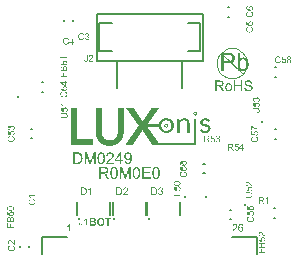
<source format=gto>
G04*
G04 #@! TF.GenerationSoftware,Altium Limited,Altium Designer,20.0.13 (296)*
G04*
G04 Layer_Color=65535*
%FSLAX44Y44*%
%MOMM*%
G71*
G01*
G75*
%ADD10C,0.2540*%
%ADD11C,0.1080*%
%ADD12C,0.2000*%
G36*
X38718Y24800D02*
X39046D01*
Y24759D01*
X39210D01*
Y24718D01*
X39333D01*
Y24677D01*
X39415D01*
Y24636D01*
X39497D01*
Y24595D01*
X39579D01*
Y24554D01*
X39620D01*
Y24513D01*
X39702D01*
Y24472D01*
X39743D01*
Y24431D01*
X39784D01*
Y24390D01*
X39825D01*
Y24349D01*
X39866D01*
Y24308D01*
X39907D01*
Y24267D01*
X39948D01*
Y24226D01*
X39989D01*
Y24185D01*
X40030D01*
Y24144D01*
Y24103D01*
X40071D01*
Y24062D01*
X40112D01*
Y24021D01*
Y23980D01*
X40153D01*
Y23939D01*
Y23898D01*
X40194D01*
Y23857D01*
Y23816D01*
X40235D01*
Y23775D01*
Y23734D01*
Y23693D01*
X40276D01*
Y23652D01*
Y23611D01*
Y23570D01*
Y23529D01*
X40317D01*
Y23488D01*
Y23447D01*
Y23406D01*
Y23365D01*
Y23324D01*
Y23283D01*
Y23242D01*
Y23201D01*
Y23161D01*
Y23119D01*
Y23078D01*
Y23037D01*
Y22996D01*
Y22956D01*
Y22915D01*
Y22873D01*
Y22832D01*
Y22792D01*
Y22750D01*
X40276D01*
Y22710D01*
Y22668D01*
Y22627D01*
Y22587D01*
X40235D01*
Y22545D01*
Y22504D01*
Y22464D01*
X40194D01*
Y22422D01*
Y22381D01*
X40153D01*
Y22341D01*
Y22299D01*
X40112D01*
Y22259D01*
Y22218D01*
X40071D01*
Y22176D01*
X40030D01*
Y22136D01*
Y22095D01*
X39989D01*
Y22053D01*
X39948D01*
Y22013D01*
X39907D01*
Y21971D01*
X39866D01*
Y21930D01*
X39825D01*
Y21890D01*
X39784D01*
Y21848D01*
X39743D01*
Y21807D01*
X39702D01*
Y21767D01*
X39620D01*
Y21725D01*
X39579D01*
Y21685D01*
X39497D01*
Y21644D01*
X39415D01*
Y21602D01*
X39333D01*
Y21562D01*
X39210D01*
Y21521D01*
X39046D01*
Y21479D01*
X38759D01*
Y21439D01*
X38472D01*
Y21479D01*
X38186D01*
Y21521D01*
X38022D01*
Y21562D01*
X37940D01*
Y21602D01*
X37817D01*
Y21644D01*
X37734D01*
Y21685D01*
X37694D01*
Y21725D01*
X37611D01*
Y21767D01*
X37571D01*
Y21807D01*
X37489D01*
Y21848D01*
X37448D01*
Y21890D01*
X37406D01*
Y21930D01*
X37366D01*
Y21971D01*
X37325D01*
Y22013D01*
X37283D01*
Y22053D01*
X37243D01*
Y22095D01*
Y22136D01*
X37201D01*
Y22176D01*
X37160D01*
Y22218D01*
Y22259D01*
X37120D01*
Y22299D01*
Y22341D01*
X37078D01*
Y22381D01*
Y22422D01*
X37037D01*
Y22464D01*
Y22504D01*
X36997D01*
Y22545D01*
Y22587D01*
Y22627D01*
X36955D01*
Y22668D01*
Y22710D01*
Y22750D01*
Y22792D01*
Y22832D01*
X36915D01*
Y22873D01*
Y22915D01*
Y22956D01*
Y22996D01*
Y23037D01*
Y23078D01*
Y23119D01*
Y23161D01*
Y23201D01*
Y23242D01*
Y23283D01*
Y23324D01*
Y23365D01*
Y23406D01*
Y23447D01*
X36955D01*
Y23488D01*
Y23529D01*
Y23570D01*
Y23611D01*
Y23652D01*
X36997D01*
Y23693D01*
Y23734D01*
Y23775D01*
X37037D01*
Y23816D01*
Y23857D01*
X37078D01*
Y23898D01*
Y23939D01*
X37120D01*
Y23980D01*
Y24021D01*
X37160D01*
Y24062D01*
Y24103D01*
X37201D01*
Y24144D01*
X37243D01*
Y24185D01*
Y24226D01*
X37283D01*
Y24267D01*
X37325D01*
Y24308D01*
X37366D01*
Y24349D01*
X37406D01*
Y24390D01*
X37448D01*
Y24431D01*
X37489D01*
Y24472D01*
X37571D01*
Y24513D01*
X37611D01*
Y24554D01*
X37694D01*
Y24595D01*
X37734D01*
Y24636D01*
X37817D01*
Y24677D01*
X37940D01*
Y24718D01*
X38063D01*
Y24759D01*
X38186D01*
Y24800D01*
X38514D01*
Y24841D01*
X38718D01*
Y24800D01*
D02*
G37*
G36*
X29576Y19102D02*
X30068D01*
Y19061D01*
X30314D01*
Y19020D01*
X30519D01*
Y18979D01*
X30683D01*
Y18938D01*
X30847D01*
Y18897D01*
X30970D01*
Y18856D01*
X31093D01*
Y18815D01*
X31216D01*
Y18774D01*
X31298D01*
Y18733D01*
X31380D01*
Y18692D01*
X31462D01*
Y18651D01*
X31544D01*
Y18610D01*
X31626D01*
Y18569D01*
X31708D01*
Y18528D01*
X31790D01*
Y18487D01*
X31831D01*
Y18446D01*
X31913D01*
Y18405D01*
X31954D01*
Y18364D01*
X32036D01*
Y18323D01*
X32077D01*
Y18282D01*
X32118D01*
Y18241D01*
X32200D01*
Y18200D01*
X32241D01*
Y18159D01*
X32282D01*
Y18118D01*
X32323D01*
Y18077D01*
X32364D01*
Y18036D01*
X32405D01*
Y17995D01*
X32446D01*
Y17954D01*
X32487D01*
Y17913D01*
X32528D01*
Y17872D01*
X32569D01*
Y17831D01*
X32610D01*
Y17790D01*
X32651D01*
Y17749D01*
X32692D01*
Y17708D01*
X32733D01*
Y17667D01*
X32774D01*
Y17626D01*
Y17585D01*
X32815D01*
Y17544D01*
X32856D01*
Y17503D01*
Y17462D01*
X32897D01*
Y17421D01*
X32938D01*
Y17380D01*
Y17339D01*
X32979D01*
Y17298D01*
X33020D01*
Y17257D01*
Y17216D01*
X33061D01*
Y17175D01*
Y17134D01*
X33102D01*
Y17093D01*
X33143D01*
Y17052D01*
Y17011D01*
X33184D01*
Y16970D01*
Y16929D01*
X33225D01*
Y16888D01*
Y16847D01*
Y16806D01*
X33266D01*
Y16765D01*
Y16724D01*
X33307D01*
Y16683D01*
Y16642D01*
X33348D01*
Y16601D01*
Y16560D01*
Y16519D01*
X33389D01*
Y16478D01*
Y16437D01*
Y16396D01*
X33430D01*
Y16355D01*
Y16314D01*
Y16273D01*
X33471D01*
Y16232D01*
Y16191D01*
Y16150D01*
Y16109D01*
X33512D01*
Y16068D01*
Y16027D01*
Y15986D01*
Y15945D01*
X33553D01*
Y15904D01*
Y15863D01*
Y15822D01*
Y15781D01*
Y15740D01*
X33594D01*
Y15699D01*
Y15658D01*
Y15617D01*
Y15576D01*
X33635D01*
Y15535D01*
Y15494D01*
Y15453D01*
Y15412D01*
Y15371D01*
Y15330D01*
Y15289D01*
Y15248D01*
X33676D01*
Y15207D01*
Y15166D01*
Y15125D01*
Y15084D01*
Y15043D01*
Y15002D01*
Y14961D01*
Y14920D01*
Y14879D01*
Y14838D01*
Y14797D01*
X33717D01*
Y14756D01*
Y14715D01*
Y14674D01*
Y14633D01*
Y14592D01*
Y14551D01*
Y14510D01*
Y14469D01*
Y14428D01*
Y14387D01*
Y14346D01*
Y14305D01*
Y14264D01*
Y14223D01*
Y14182D01*
Y14141D01*
Y14100D01*
Y14059D01*
Y14018D01*
Y13977D01*
Y13936D01*
Y13895D01*
Y13854D01*
Y13813D01*
Y13772D01*
Y13731D01*
Y13690D01*
Y13649D01*
Y13608D01*
Y13567D01*
Y13526D01*
Y13485D01*
Y13444D01*
Y13403D01*
Y13362D01*
Y13321D01*
Y13280D01*
Y13239D01*
Y13198D01*
Y13157D01*
Y13116D01*
Y13075D01*
Y13034D01*
Y12993D01*
Y12952D01*
Y12911D01*
Y12870D01*
Y12829D01*
Y12788D01*
Y12747D01*
Y12706D01*
Y12665D01*
Y12624D01*
Y12583D01*
Y12542D01*
Y12501D01*
Y12460D01*
Y12419D01*
Y12378D01*
Y12337D01*
Y12296D01*
Y12255D01*
Y12214D01*
Y12173D01*
Y12132D01*
Y12091D01*
Y12050D01*
Y12009D01*
Y11968D01*
Y11927D01*
Y11886D01*
Y11845D01*
Y11804D01*
Y11763D01*
Y11722D01*
Y11681D01*
Y11640D01*
Y11599D01*
Y11558D01*
Y11517D01*
Y11476D01*
Y11435D01*
Y11394D01*
Y11353D01*
Y11312D01*
Y11271D01*
Y11230D01*
Y11189D01*
Y11148D01*
Y11107D01*
Y11066D01*
Y11025D01*
Y10984D01*
Y10943D01*
Y10902D01*
Y10861D01*
Y10820D01*
Y10779D01*
Y10738D01*
Y10697D01*
Y10656D01*
Y10615D01*
Y10574D01*
Y10533D01*
Y10492D01*
Y10451D01*
Y10410D01*
Y10369D01*
Y10328D01*
Y10287D01*
Y10246D01*
Y10205D01*
Y10164D01*
Y10123D01*
Y10082D01*
Y10041D01*
Y10000D01*
Y9959D01*
Y9918D01*
Y9877D01*
Y9836D01*
Y9795D01*
Y9754D01*
Y9713D01*
Y9672D01*
Y9631D01*
Y9590D01*
Y9549D01*
Y9508D01*
Y9467D01*
Y9426D01*
Y9385D01*
Y9344D01*
Y9303D01*
Y9262D01*
Y9221D01*
Y9180D01*
Y9139D01*
Y9098D01*
Y9057D01*
Y9016D01*
Y8975D01*
Y8934D01*
Y8893D01*
Y8852D01*
Y8811D01*
Y8770D01*
Y8729D01*
Y8688D01*
Y8647D01*
Y8606D01*
Y8565D01*
Y8524D01*
Y8483D01*
Y8442D01*
Y8401D01*
Y8360D01*
Y8319D01*
Y8278D01*
Y8237D01*
Y8196D01*
Y8155D01*
Y8114D01*
Y8073D01*
Y8032D01*
Y7991D01*
Y7950D01*
Y7909D01*
Y7868D01*
Y7827D01*
Y7786D01*
Y7745D01*
Y7704D01*
Y7663D01*
Y7622D01*
Y7581D01*
Y7540D01*
Y7499D01*
Y7458D01*
Y7417D01*
Y7376D01*
Y7335D01*
Y7294D01*
Y7253D01*
Y7212D01*
Y7171D01*
Y7130D01*
Y7089D01*
Y7048D01*
Y7007D01*
X31749D01*
Y7048D01*
Y7089D01*
Y7130D01*
Y7171D01*
Y7212D01*
Y7253D01*
Y7294D01*
Y7335D01*
Y7376D01*
Y7417D01*
Y7458D01*
Y7499D01*
Y7540D01*
Y7581D01*
Y7622D01*
Y7663D01*
Y7704D01*
Y7745D01*
Y7786D01*
Y7827D01*
Y7868D01*
Y7909D01*
Y7950D01*
Y7991D01*
Y8032D01*
Y8073D01*
Y8114D01*
Y8155D01*
Y8196D01*
Y8237D01*
Y8278D01*
Y8319D01*
Y8360D01*
Y8401D01*
Y8442D01*
Y8483D01*
Y8524D01*
Y8565D01*
Y8606D01*
Y8647D01*
Y8688D01*
Y8729D01*
Y8770D01*
Y8811D01*
Y8852D01*
Y8893D01*
Y8934D01*
Y8975D01*
Y9016D01*
Y9057D01*
Y9098D01*
Y9139D01*
Y9180D01*
Y9221D01*
Y9262D01*
Y9303D01*
Y9344D01*
Y9385D01*
Y9426D01*
Y9467D01*
Y9508D01*
Y9549D01*
Y9590D01*
Y9631D01*
Y9672D01*
Y9713D01*
Y9754D01*
Y9795D01*
Y9836D01*
Y9877D01*
Y9918D01*
Y9959D01*
Y10000D01*
Y10041D01*
Y10082D01*
Y10123D01*
Y10164D01*
Y10205D01*
Y10246D01*
Y10287D01*
Y10328D01*
Y10369D01*
Y10410D01*
Y10451D01*
Y10492D01*
Y10533D01*
Y10574D01*
Y10615D01*
Y10656D01*
Y10697D01*
Y10738D01*
Y10779D01*
Y10820D01*
Y10861D01*
Y10902D01*
Y10943D01*
Y10984D01*
Y11025D01*
Y11066D01*
Y11107D01*
Y11148D01*
Y11189D01*
Y11230D01*
Y11271D01*
Y11312D01*
Y11353D01*
Y11394D01*
Y11435D01*
Y11476D01*
Y11517D01*
Y11558D01*
Y11599D01*
Y11640D01*
Y11681D01*
Y11722D01*
Y11763D01*
Y11804D01*
Y11845D01*
Y11886D01*
Y11927D01*
Y11968D01*
Y12009D01*
Y12050D01*
Y12091D01*
Y12132D01*
Y12173D01*
Y12214D01*
Y12255D01*
Y12296D01*
Y12337D01*
Y12378D01*
Y12419D01*
Y12460D01*
Y12501D01*
Y12542D01*
Y12583D01*
Y12624D01*
Y12665D01*
Y12706D01*
Y12747D01*
Y12788D01*
Y12829D01*
Y12870D01*
Y12911D01*
Y12952D01*
Y12993D01*
Y13034D01*
Y13075D01*
Y13116D01*
Y13157D01*
Y13198D01*
Y13239D01*
Y13280D01*
Y13321D01*
Y13362D01*
Y13403D01*
Y13444D01*
Y13485D01*
Y13526D01*
Y13567D01*
Y13608D01*
Y13649D01*
Y13690D01*
Y13731D01*
Y13772D01*
Y13813D01*
Y13854D01*
Y13895D01*
Y13936D01*
Y13977D01*
Y14018D01*
Y14059D01*
Y14100D01*
Y14141D01*
Y14182D01*
Y14223D01*
Y14264D01*
Y14305D01*
Y14346D01*
Y14387D01*
Y14428D01*
Y14469D01*
Y14510D01*
Y14551D01*
Y14592D01*
Y14633D01*
Y14674D01*
Y14715D01*
X31708D01*
Y14756D01*
Y14797D01*
Y14838D01*
Y14879D01*
Y14920D01*
Y14961D01*
Y15002D01*
X31667D01*
Y15043D01*
Y15084D01*
Y15125D01*
Y15166D01*
Y15207D01*
Y15248D01*
X31626D01*
Y15289D01*
Y15330D01*
Y15371D01*
Y15412D01*
X31585D01*
Y15453D01*
Y15494D01*
Y15535D01*
X31544D01*
Y15576D01*
Y15617D01*
Y15658D01*
X31503D01*
Y15699D01*
Y15740D01*
Y15781D01*
X31462D01*
Y15822D01*
Y15863D01*
X31421D01*
Y15904D01*
Y15945D01*
X31380D01*
Y15986D01*
Y16027D01*
Y16068D01*
X31339D01*
Y16109D01*
Y16150D01*
X31298D01*
Y16191D01*
X31257D01*
Y16232D01*
Y16273D01*
X31216D01*
Y16314D01*
X31175D01*
Y16355D01*
Y16396D01*
X31134D01*
Y16437D01*
X31093D01*
Y16478D01*
Y16519D01*
X31052D01*
Y16560D01*
X31011D01*
Y16601D01*
X30970D01*
Y16642D01*
X30929D01*
Y16683D01*
X30888D01*
Y16724D01*
X30847D01*
Y16765D01*
X30806D01*
Y16806D01*
X30724D01*
Y16847D01*
X30683D01*
Y16888D01*
X30642D01*
Y16929D01*
X30560D01*
Y16970D01*
X30478D01*
Y17011D01*
X30437D01*
Y17052D01*
X30355D01*
Y17093D01*
X30232D01*
Y17134D01*
X30150D01*
Y17175D01*
X30027D01*
Y17216D01*
X29863D01*
Y17257D01*
X29658D01*
Y17298D01*
X29289D01*
Y17339D01*
X28756D01*
Y17298D01*
X28346D01*
Y17257D01*
X28141D01*
Y17216D01*
X27936D01*
Y17175D01*
X27813D01*
Y17134D01*
X27690D01*
Y17093D01*
X27567D01*
Y17052D01*
X27485D01*
Y17011D01*
X27362D01*
Y16970D01*
X27280D01*
Y16929D01*
X27198D01*
Y16888D01*
X27157D01*
Y16847D01*
X27075D01*
Y16806D01*
X27034D01*
Y16765D01*
X26952D01*
Y16724D01*
X26911D01*
Y16683D01*
X26829D01*
Y16642D01*
X26788D01*
Y16601D01*
X26747D01*
Y16560D01*
X26706D01*
Y16519D01*
X26624D01*
Y16478D01*
X26583D01*
Y16437D01*
X26542D01*
Y16396D01*
X26501D01*
Y16355D01*
Y16314D01*
X26460D01*
Y16273D01*
X26419D01*
Y16232D01*
X26378D01*
Y16191D01*
X26337D01*
Y16150D01*
X26296D01*
Y16109D01*
X26255D01*
Y16068D01*
Y16027D01*
X26214D01*
Y15986D01*
X26173D01*
Y15945D01*
Y15904D01*
X26132D01*
Y15863D01*
X26091D01*
Y15822D01*
Y15781D01*
X26050D01*
Y15740D01*
Y15699D01*
X26009D01*
Y15658D01*
X25968D01*
Y15617D01*
Y15576D01*
X25927D01*
Y15535D01*
Y15494D01*
X25886D01*
Y15453D01*
Y15412D01*
X25845D01*
Y15371D01*
Y15330D01*
Y15289D01*
X25804D01*
Y15248D01*
Y15207D01*
X25763D01*
Y15166D01*
Y15125D01*
Y15084D01*
X25722D01*
Y15043D01*
Y15002D01*
Y14961D01*
X25681D01*
Y14920D01*
Y14879D01*
X25640D01*
Y14838D01*
Y14797D01*
Y14756D01*
Y14715D01*
X25599D01*
Y14674D01*
Y14633D01*
Y14592D01*
Y14551D01*
X25558D01*
Y14510D01*
Y14469D01*
Y14428D01*
Y14387D01*
X25517D01*
Y14346D01*
Y14305D01*
Y14264D01*
Y14223D01*
Y14182D01*
X25476D01*
Y14141D01*
Y14100D01*
Y14059D01*
Y14018D01*
Y13977D01*
Y13936D01*
X25435D01*
Y13895D01*
Y13854D01*
Y13813D01*
Y13772D01*
Y13731D01*
Y13690D01*
Y13649D01*
Y13608D01*
Y13567D01*
X25394D01*
Y13526D01*
Y13485D01*
Y13444D01*
Y13403D01*
Y13362D01*
Y13321D01*
Y13280D01*
Y13239D01*
Y13198D01*
Y13157D01*
Y13116D01*
Y13075D01*
Y13034D01*
Y12993D01*
Y12952D01*
Y12911D01*
Y12870D01*
Y12829D01*
Y12788D01*
Y12747D01*
Y12706D01*
Y12665D01*
Y12624D01*
Y12583D01*
Y12542D01*
Y12501D01*
Y12460D01*
Y12419D01*
Y12378D01*
Y12337D01*
Y12296D01*
Y12255D01*
Y12214D01*
Y12173D01*
Y12132D01*
Y12091D01*
Y12050D01*
Y12009D01*
Y11968D01*
Y11927D01*
Y11886D01*
Y11845D01*
Y11804D01*
Y11763D01*
Y11722D01*
Y11681D01*
Y11640D01*
Y11599D01*
Y11558D01*
Y11517D01*
Y11476D01*
Y11435D01*
Y11394D01*
Y11353D01*
Y11312D01*
Y11271D01*
Y11230D01*
Y11189D01*
Y11148D01*
Y11107D01*
Y11066D01*
Y11025D01*
Y10984D01*
Y10943D01*
Y10902D01*
Y10861D01*
Y10820D01*
Y10779D01*
Y10738D01*
Y10697D01*
Y10656D01*
Y10615D01*
Y10574D01*
Y10533D01*
Y10492D01*
Y10451D01*
Y10410D01*
Y10369D01*
Y10328D01*
Y10287D01*
Y10246D01*
Y10205D01*
Y10164D01*
Y10123D01*
Y10082D01*
Y10041D01*
Y10000D01*
Y9959D01*
Y9918D01*
Y9877D01*
Y9836D01*
Y9795D01*
Y9754D01*
Y9713D01*
Y9672D01*
Y9631D01*
Y9590D01*
Y9549D01*
Y9508D01*
Y9467D01*
Y9426D01*
Y9385D01*
Y9344D01*
Y9303D01*
Y9262D01*
Y9221D01*
Y9180D01*
Y9139D01*
Y9098D01*
Y9057D01*
Y9016D01*
Y8975D01*
Y8934D01*
Y8893D01*
Y8852D01*
Y8811D01*
Y8770D01*
Y8729D01*
Y8688D01*
Y8647D01*
Y8606D01*
Y8565D01*
Y8524D01*
Y8483D01*
Y8442D01*
Y8401D01*
Y8360D01*
Y8319D01*
Y8278D01*
Y8237D01*
Y8196D01*
Y8155D01*
Y8114D01*
Y8073D01*
Y8032D01*
Y7991D01*
Y7950D01*
Y7909D01*
Y7868D01*
Y7827D01*
Y7786D01*
Y7745D01*
Y7704D01*
Y7663D01*
Y7622D01*
Y7581D01*
Y7540D01*
Y7499D01*
Y7458D01*
Y7417D01*
Y7376D01*
Y7335D01*
Y7294D01*
Y7253D01*
Y7212D01*
Y7171D01*
Y7130D01*
Y7089D01*
Y7048D01*
Y7007D01*
X23426D01*
Y7048D01*
Y7089D01*
Y7130D01*
Y7171D01*
Y7212D01*
Y7253D01*
Y7294D01*
Y7335D01*
Y7376D01*
Y7417D01*
Y7458D01*
Y7499D01*
Y7540D01*
Y7581D01*
Y7622D01*
Y7663D01*
Y7704D01*
Y7745D01*
Y7786D01*
Y7827D01*
Y7868D01*
Y7909D01*
Y7950D01*
Y7991D01*
Y8032D01*
Y8073D01*
Y8114D01*
Y8155D01*
Y8196D01*
Y8237D01*
Y8278D01*
Y8319D01*
Y8360D01*
Y8401D01*
Y8442D01*
Y8483D01*
Y8524D01*
Y8565D01*
Y8606D01*
Y8647D01*
Y8688D01*
Y8729D01*
Y8770D01*
Y8811D01*
Y8852D01*
Y8893D01*
Y8934D01*
Y8975D01*
Y9016D01*
Y9057D01*
Y9098D01*
Y9139D01*
Y9180D01*
Y9221D01*
Y9262D01*
Y9303D01*
Y9344D01*
Y9385D01*
Y9426D01*
Y9467D01*
Y9508D01*
Y9549D01*
Y9590D01*
Y9631D01*
Y9672D01*
Y9713D01*
Y9754D01*
Y9795D01*
Y9836D01*
Y9877D01*
Y9918D01*
Y9959D01*
Y10000D01*
Y10041D01*
Y10082D01*
Y10123D01*
Y10164D01*
Y10205D01*
Y10246D01*
Y10287D01*
Y10328D01*
Y10369D01*
Y10410D01*
Y10451D01*
Y10492D01*
Y10533D01*
Y10574D01*
Y10615D01*
Y10656D01*
Y10697D01*
Y10738D01*
Y10779D01*
Y10820D01*
Y10861D01*
Y10902D01*
Y10943D01*
Y10984D01*
Y11025D01*
Y11066D01*
Y11107D01*
Y11148D01*
Y11189D01*
Y11230D01*
Y11271D01*
Y11312D01*
Y11353D01*
Y11394D01*
Y11435D01*
Y11476D01*
Y11517D01*
Y11558D01*
Y11599D01*
Y11640D01*
Y11681D01*
Y11722D01*
Y11763D01*
Y11804D01*
Y11845D01*
Y11886D01*
Y11927D01*
Y11968D01*
Y12009D01*
Y12050D01*
Y12091D01*
Y12132D01*
Y12173D01*
Y12214D01*
Y12255D01*
Y12296D01*
Y12337D01*
Y12378D01*
Y12419D01*
Y12460D01*
Y12501D01*
Y12542D01*
Y12583D01*
Y12624D01*
Y12665D01*
Y12706D01*
Y12747D01*
Y12788D01*
Y12829D01*
Y12870D01*
Y12911D01*
Y12952D01*
Y12993D01*
Y13034D01*
Y13075D01*
Y13116D01*
Y13157D01*
Y13198D01*
Y13239D01*
Y13280D01*
Y13321D01*
Y13362D01*
Y13403D01*
Y13444D01*
Y13485D01*
Y13526D01*
Y13567D01*
Y13608D01*
Y13649D01*
Y13690D01*
Y13731D01*
Y13772D01*
Y13813D01*
Y13854D01*
Y13895D01*
Y13936D01*
Y13977D01*
Y14018D01*
Y14059D01*
Y14100D01*
Y14141D01*
Y14182D01*
Y14223D01*
Y14264D01*
Y14305D01*
Y14346D01*
Y14387D01*
Y14428D01*
Y14469D01*
Y14510D01*
Y14551D01*
Y14592D01*
Y14633D01*
Y14674D01*
Y14715D01*
Y14756D01*
Y14797D01*
Y14838D01*
Y14879D01*
Y14920D01*
Y14961D01*
Y15002D01*
Y15043D01*
Y15084D01*
Y15125D01*
Y15166D01*
Y15207D01*
Y15248D01*
Y15289D01*
Y15330D01*
Y15371D01*
Y15412D01*
Y15453D01*
Y15494D01*
Y15535D01*
Y15576D01*
Y15617D01*
Y15658D01*
Y15699D01*
Y15740D01*
Y15781D01*
Y15822D01*
Y15863D01*
Y15904D01*
Y15945D01*
Y15986D01*
Y16027D01*
Y16068D01*
Y16109D01*
Y16150D01*
Y16191D01*
Y16232D01*
Y16273D01*
Y16314D01*
Y16355D01*
Y16396D01*
Y16437D01*
Y16478D01*
Y16519D01*
Y16560D01*
Y16601D01*
Y16642D01*
Y16683D01*
Y16724D01*
Y16765D01*
Y16806D01*
Y16847D01*
X23385D01*
Y16888D01*
Y16929D01*
Y16970D01*
Y17011D01*
Y17052D01*
Y17093D01*
Y17134D01*
Y17175D01*
Y17216D01*
Y17257D01*
Y17298D01*
Y17339D01*
Y17380D01*
Y17421D01*
Y17462D01*
Y17503D01*
Y17544D01*
Y17585D01*
Y17626D01*
Y17667D01*
X23344D01*
Y17708D01*
Y17749D01*
Y17790D01*
Y17831D01*
Y17872D01*
Y17913D01*
Y17954D01*
Y17995D01*
Y18036D01*
Y18077D01*
Y18118D01*
Y18159D01*
Y18200D01*
Y18241D01*
Y18282D01*
Y18323D01*
Y18364D01*
Y18405D01*
Y18446D01*
Y18487D01*
Y18528D01*
X23303D01*
Y18569D01*
Y18610D01*
Y18651D01*
Y18692D01*
Y18733D01*
Y18774D01*
Y18815D01*
X25189D01*
Y18774D01*
Y18733D01*
Y18692D01*
Y18651D01*
Y18610D01*
Y18569D01*
Y18528D01*
Y18487D01*
Y18446D01*
Y18405D01*
Y18364D01*
Y18323D01*
Y18282D01*
Y18241D01*
Y18200D01*
Y18159D01*
Y18118D01*
Y18077D01*
Y18036D01*
Y17995D01*
Y17954D01*
Y17913D01*
Y17872D01*
Y17831D01*
Y17790D01*
Y17749D01*
Y17708D01*
Y17667D01*
X25230D01*
Y17626D01*
Y17585D01*
Y17544D01*
Y17503D01*
Y17462D01*
Y17421D01*
Y17380D01*
Y17339D01*
Y17298D01*
Y17257D01*
Y17216D01*
Y17175D01*
Y17134D01*
Y17093D01*
Y17052D01*
Y17011D01*
Y16970D01*
Y16929D01*
Y16888D01*
X25312D01*
Y16929D01*
Y16970D01*
X25353D01*
Y17011D01*
Y17052D01*
X25394D01*
Y17093D01*
Y17134D01*
X25435D01*
Y17175D01*
X25476D01*
Y17216D01*
Y17257D01*
X25517D01*
Y17298D01*
X25558D01*
Y17339D01*
Y17380D01*
X25599D01*
Y17421D01*
X25640D01*
Y17462D01*
Y17503D01*
X25681D01*
Y17544D01*
X25722D01*
Y17585D01*
X25763D01*
Y17626D01*
X25804D01*
Y17667D01*
X25845D01*
Y17708D01*
Y17749D01*
X25886D01*
Y17790D01*
X25927D01*
Y17831D01*
X25968D01*
Y17872D01*
X26009D01*
Y17913D01*
X26050D01*
Y17954D01*
X26091D01*
Y17995D01*
X26173D01*
Y18036D01*
X26214D01*
Y18077D01*
X26255D01*
Y18118D01*
X26296D01*
Y18159D01*
X26337D01*
Y18200D01*
X26419D01*
Y18241D01*
X26460D01*
Y18282D01*
X26542D01*
Y18323D01*
X26583D01*
Y18364D01*
X26624D01*
Y18405D01*
X26706D01*
Y18446D01*
X26788D01*
Y18487D01*
X26829D01*
Y18528D01*
X26911D01*
Y18569D01*
X26993D01*
Y18610D01*
X27075D01*
Y18651D01*
X27157D01*
Y18692D01*
X27239D01*
Y18733D01*
X27321D01*
Y18774D01*
X27444D01*
Y18815D01*
X27526D01*
Y18856D01*
X27649D01*
Y18897D01*
X27772D01*
Y18938D01*
X27936D01*
Y18979D01*
X28059D01*
Y19020D01*
X28264D01*
Y19061D01*
X28510D01*
Y19102D01*
X28920D01*
Y19143D01*
X29576D01*
Y19102D01*
D02*
G37*
G36*
X7765Y27588D02*
X7724D01*
Y27547D01*
X7683D01*
Y27506D01*
Y27465D01*
X7642D01*
Y27424D01*
X7601D01*
Y27383D01*
Y27342D01*
X7560D01*
Y27301D01*
X7519D01*
Y27260D01*
X7478D01*
Y27219D01*
Y27178D01*
X7437D01*
Y27137D01*
X7396D01*
Y27096D01*
Y27055D01*
X7355D01*
Y27014D01*
X7314D01*
Y26973D01*
X7273D01*
Y26932D01*
Y26891D01*
X7232D01*
Y26850D01*
X7191D01*
Y26809D01*
Y26768D01*
X7150D01*
Y26727D01*
X7109D01*
Y26686D01*
X7068D01*
Y26645D01*
Y26604D01*
X7027D01*
Y26563D01*
X6986D01*
Y26522D01*
Y26481D01*
X6945D01*
Y26440D01*
X6904D01*
Y26399D01*
X6863D01*
Y26358D01*
Y26317D01*
X6822D01*
Y26276D01*
X6781D01*
Y26235D01*
Y26194D01*
X6740D01*
Y26153D01*
X6699D01*
Y26112D01*
Y26071D01*
X6658D01*
Y26030D01*
X6617D01*
Y25989D01*
X6576D01*
Y25948D01*
Y25907D01*
X6535D01*
Y25866D01*
X6494D01*
Y25825D01*
Y25784D01*
X6453D01*
Y25743D01*
X6412D01*
Y25702D01*
X6371D01*
Y25661D01*
Y25620D01*
X6330D01*
Y25579D01*
X6289D01*
Y25538D01*
Y25497D01*
X6248D01*
Y25456D01*
X6207D01*
Y25415D01*
X6166D01*
Y25374D01*
Y25333D01*
X6125D01*
Y25292D01*
X6084D01*
Y25251D01*
Y25210D01*
X6043D01*
Y25169D01*
X6002D01*
Y25128D01*
X5961D01*
Y25087D01*
Y25046D01*
X5920D01*
Y25005D01*
X5879D01*
Y24964D01*
Y24923D01*
X5838D01*
Y24882D01*
X5797D01*
Y24841D01*
Y24800D01*
X5756D01*
Y24759D01*
X5715D01*
Y24718D01*
X5674D01*
Y24677D01*
Y24636D01*
X5633D01*
Y24595D01*
X5592D01*
Y24554D01*
Y24513D01*
X5551D01*
Y24472D01*
X5510D01*
Y24431D01*
X5469D01*
Y24390D01*
Y24349D01*
X5428D01*
Y24308D01*
X5387D01*
Y24267D01*
Y24226D01*
X5346D01*
Y24185D01*
X5305D01*
Y24144D01*
X5264D01*
Y24103D01*
Y24062D01*
X5223D01*
Y24021D01*
X5182D01*
Y23980D01*
Y23939D01*
X5141D01*
Y23898D01*
X5100D01*
Y23857D01*
X5059D01*
Y23816D01*
Y23775D01*
X5018D01*
Y23734D01*
X4977D01*
Y23693D01*
Y23652D01*
X4936D01*
Y23611D01*
X4895D01*
Y23570D01*
X4854D01*
Y23529D01*
Y23488D01*
X4813D01*
Y23447D01*
X4772D01*
Y23406D01*
Y23365D01*
X4731D01*
Y23324D01*
X4690D01*
Y23283D01*
Y23242D01*
X4649D01*
Y23201D01*
X4608D01*
Y23161D01*
X4567D01*
Y23119D01*
Y23078D01*
X4526D01*
Y23037D01*
X4485D01*
Y22996D01*
Y22956D01*
X4444D01*
Y22915D01*
X4403D01*
Y22873D01*
X4362D01*
Y22832D01*
Y22792D01*
X4321D01*
Y22750D01*
X4280D01*
Y22710D01*
Y22668D01*
X4239D01*
Y22627D01*
X4198D01*
Y22587D01*
X4157D01*
Y22545D01*
Y22504D01*
X4116D01*
Y22464D01*
X4075D01*
Y22422D01*
Y22381D01*
X4034D01*
Y22341D01*
X3993D01*
Y22299D01*
X3952D01*
Y22259D01*
Y22218D01*
X3911D01*
Y22176D01*
X3870D01*
Y22136D01*
Y22095D01*
X3829D01*
Y22053D01*
X3788D01*
Y22013D01*
X3747D01*
Y21971D01*
Y21930D01*
X3706D01*
Y21890D01*
X3665D01*
Y21848D01*
Y21807D01*
X3624D01*
Y21767D01*
X3583D01*
Y21725D01*
Y21685D01*
X3542D01*
Y21644D01*
X3501D01*
Y21602D01*
X3460D01*
Y21562D01*
Y21521D01*
X3419D01*
Y21479D01*
X3378D01*
Y21439D01*
Y21398D01*
X3337D01*
Y21356D01*
X3296D01*
Y21316D01*
X3255D01*
Y21274D01*
Y21233D01*
X3214D01*
Y21193D01*
X3173D01*
Y21151D01*
Y21110D01*
X3132D01*
Y21070D01*
X3091D01*
Y21029D01*
X3050D01*
Y20988D01*
Y20947D01*
X3009D01*
Y20905D01*
X2968D01*
Y20865D01*
Y20824D01*
X2927D01*
Y20782D01*
X2886D01*
Y20742D01*
X2845D01*
Y20701D01*
Y20660D01*
X2804D01*
Y20619D01*
X2763D01*
Y20578D01*
Y20537D01*
X2722D01*
Y20496D01*
X2681D01*
Y20455D01*
X2640D01*
Y20413D01*
Y20373D01*
X2599D01*
Y20332D01*
X2558D01*
Y20291D01*
Y20250D01*
X2517D01*
Y20209D01*
X2476D01*
Y20168D01*
Y20127D01*
X2435D01*
Y20086D01*
X2394D01*
Y20045D01*
X2353D01*
Y20004D01*
Y19963D01*
X2312D01*
Y19922D01*
X2271D01*
Y19881D01*
Y19840D01*
X2230D01*
Y19799D01*
X2189D01*
Y19758D01*
X2148D01*
Y19717D01*
Y19676D01*
X2107D01*
Y19635D01*
X2066D01*
Y19594D01*
Y19553D01*
X2025D01*
Y19512D01*
X1984D01*
Y19471D01*
X1943D01*
Y19430D01*
Y19389D01*
X1902D01*
Y19348D01*
X1861D01*
Y19307D01*
Y19266D01*
X1820D01*
Y19225D01*
X1779D01*
Y19184D01*
X1738D01*
Y19143D01*
Y19102D01*
X1697D01*
Y19061D01*
X1656D01*
Y19020D01*
Y18979D01*
X1615D01*
Y18938D01*
X1574D01*
Y18897D01*
Y18856D01*
X1533D01*
Y18815D01*
X1492D01*
Y18774D01*
X1451D01*
Y18733D01*
Y18692D01*
X1410D01*
Y18651D01*
X1369D01*
Y18610D01*
Y18569D01*
X1328D01*
Y18528D01*
X1287D01*
Y18487D01*
X1246D01*
Y18446D01*
Y18405D01*
X1205D01*
Y18364D01*
X1164D01*
Y18323D01*
Y18282D01*
X1123D01*
Y18241D01*
X1082D01*
Y18200D01*
X1041D01*
Y18159D01*
Y18118D01*
X1000D01*
Y18077D01*
X959D01*
Y18036D01*
Y17995D01*
X918D01*
Y17954D01*
X877D01*
Y17913D01*
X836D01*
Y17872D01*
Y17831D01*
X795D01*
Y17790D01*
X754D01*
Y17749D01*
Y17708D01*
X713D01*
Y17667D01*
X672D01*
Y17626D01*
X631D01*
Y17585D01*
Y17544D01*
X590D01*
Y17503D01*
X549D01*
Y17462D01*
Y17421D01*
X508D01*
Y17380D01*
X467D01*
Y17339D01*
Y17298D01*
X426D01*
Y17257D01*
X385D01*
Y17216D01*
X344D01*
Y17175D01*
Y17134D01*
X303D01*
Y17093D01*
X262D01*
Y17052D01*
Y17011D01*
X221D01*
Y16970D01*
X180D01*
Y16929D01*
X139D01*
Y16888D01*
Y16847D01*
X98D01*
Y16806D01*
X57D01*
Y16765D01*
Y16724D01*
X16D01*
Y16683D01*
X-25D01*
Y16642D01*
X-66D01*
Y16601D01*
Y16560D01*
X-107D01*
Y16519D01*
X-148D01*
Y16478D01*
Y16437D01*
X-189D01*
Y16396D01*
X-230D01*
Y16355D01*
X-271D01*
Y16314D01*
Y16273D01*
X-312D01*
Y16232D01*
X-353D01*
Y16191D01*
Y16150D01*
X-394D01*
Y16109D01*
X-435D01*
Y16068D01*
X-476D01*
Y16027D01*
Y15986D01*
X-517D01*
Y15945D01*
X-558D01*
Y15904D01*
Y15863D01*
X-599D01*
Y15822D01*
X-640D01*
Y15781D01*
Y15740D01*
X-681D01*
Y15699D01*
X-722D01*
Y15658D01*
X-763D01*
Y15617D01*
Y15576D01*
X-804D01*
Y15535D01*
X-845D01*
Y15494D01*
Y15453D01*
X-886D01*
Y15412D01*
X-927D01*
Y15371D01*
X-968D01*
Y15330D01*
Y15289D01*
X-1009D01*
Y15248D01*
X-1050D01*
Y15207D01*
Y15166D01*
X-1091D01*
Y15125D01*
X-1132D01*
Y15084D01*
X-1173D01*
Y15043D01*
Y15002D01*
X-1214D01*
Y14961D01*
X-1255D01*
Y14920D01*
Y14879D01*
X-1296D01*
Y14838D01*
X-1337D01*
Y14797D01*
X-1378D01*
Y14756D01*
Y14715D01*
X-1419D01*
Y14674D01*
X-1460D01*
Y14633D01*
Y14592D01*
X-1501D01*
Y14551D01*
X-1542D01*
Y14510D01*
Y14469D01*
X-1583D01*
Y14428D01*
X-1624D01*
Y14387D01*
X-1665D01*
Y14346D01*
Y14305D01*
X-1706D01*
Y14264D01*
X-1747D01*
Y14223D01*
Y14182D01*
X-1788D01*
Y14141D01*
X-1829D01*
Y14100D01*
X-1870D01*
Y14059D01*
Y14018D01*
X-1911D01*
Y13977D01*
X-1952D01*
Y13936D01*
Y13895D01*
X7806D01*
Y13936D01*
Y13977D01*
Y14018D01*
Y14059D01*
X7847D01*
Y14100D01*
Y14141D01*
Y14182D01*
Y14223D01*
Y14264D01*
X7888D01*
Y14305D01*
Y14346D01*
Y14387D01*
Y14428D01*
Y14469D01*
X7929D01*
Y14510D01*
Y14551D01*
Y14592D01*
Y14633D01*
X7970D01*
Y14674D01*
Y14715D01*
Y14756D01*
Y14797D01*
X8011D01*
Y14838D01*
Y14879D01*
Y14920D01*
Y14961D01*
X8052D01*
Y15002D01*
Y15043D01*
Y15084D01*
X8093D01*
Y15125D01*
Y15166D01*
Y15207D01*
X8134D01*
Y15248D01*
Y15289D01*
X8175D01*
Y15330D01*
Y15371D01*
Y15412D01*
X8216D01*
Y15453D01*
Y15494D01*
X8257D01*
Y15535D01*
Y15576D01*
X8298D01*
Y15617D01*
Y15658D01*
Y15699D01*
X8339D01*
Y15740D01*
Y15781D01*
X8380D01*
Y15822D01*
Y15863D01*
X8421D01*
Y15904D01*
Y15945D01*
X8462D01*
Y15986D01*
X8503D01*
Y16027D01*
Y16068D01*
X8544D01*
Y16109D01*
Y16150D01*
X8585D01*
Y16191D01*
Y16232D01*
X8626D01*
Y16273D01*
Y16314D01*
X8667D01*
Y16355D01*
X8708D01*
Y16396D01*
Y16437D01*
X8749D01*
Y16478D01*
X8790D01*
Y16519D01*
Y16560D01*
X8831D01*
Y16601D01*
X8872D01*
Y16642D01*
Y16683D01*
X8913D01*
Y16724D01*
X8954D01*
Y16765D01*
X8995D01*
Y16806D01*
Y16847D01*
X9036D01*
Y16888D01*
X9077D01*
Y16929D01*
X9118D01*
Y16970D01*
X9159D01*
Y17011D01*
X9200D01*
Y17052D01*
Y17093D01*
X9241D01*
Y17134D01*
X9282D01*
Y17175D01*
X9323D01*
Y17216D01*
X9364D01*
Y17257D01*
X9405D01*
Y17298D01*
X9446D01*
Y17339D01*
X9487D01*
Y17380D01*
X9528D01*
Y17421D01*
X9569D01*
Y17462D01*
X9610D01*
Y17503D01*
X9651D01*
Y17544D01*
X9692D01*
Y17585D01*
X9733D01*
Y17626D01*
X9774D01*
Y17667D01*
X9856D01*
Y17708D01*
X9897D01*
Y17749D01*
X9938D01*
Y17790D01*
X9979D01*
Y17831D01*
X10061D01*
Y17872D01*
X10102D01*
Y17913D01*
X10143D01*
Y17954D01*
X10184D01*
Y17995D01*
X10266D01*
Y18036D01*
X10348D01*
Y18077D01*
X10389D01*
Y18118D01*
X10471D01*
Y18159D01*
X10512D01*
Y18200D01*
X10594D01*
Y18241D01*
X10635D01*
Y18282D01*
X10717D01*
Y18323D01*
X10799D01*
Y18364D01*
X10881D01*
Y18405D01*
X10963D01*
Y18446D01*
X11045D01*
Y18487D01*
X11127D01*
Y18528D01*
X11209D01*
Y18569D01*
X11291D01*
Y18610D01*
X11414D01*
Y18651D01*
X11496D01*
Y18692D01*
X11619D01*
Y18733D01*
X11742D01*
Y18774D01*
X11865D01*
Y18815D01*
X11988D01*
Y18856D01*
X12111D01*
Y18897D01*
X12275D01*
Y18938D01*
X12438D01*
Y18979D01*
X12644D01*
Y19020D01*
X12889D01*
Y19061D01*
X13176D01*
Y19102D01*
X13669D01*
Y19143D01*
X14447D01*
Y19102D01*
X14898D01*
Y19061D01*
X15185D01*
Y19020D01*
X15431D01*
Y18979D01*
X15677D01*
Y18938D01*
X15800D01*
Y18897D01*
X15964D01*
Y18856D01*
X16128D01*
Y18815D01*
X16251D01*
Y18774D01*
X16374D01*
Y18733D01*
X16456D01*
Y18692D01*
X16579D01*
Y18651D01*
X16702D01*
Y18610D01*
X16784D01*
Y18569D01*
X16866D01*
Y18528D01*
X16948D01*
Y18487D01*
X17030D01*
Y18446D01*
X17112D01*
Y18405D01*
X17194D01*
Y18364D01*
X17276D01*
Y18323D01*
X17358D01*
Y18282D01*
X17440D01*
Y18241D01*
X17481D01*
Y18200D01*
X17563D01*
Y18159D01*
X17645D01*
Y18118D01*
X17686D01*
Y18077D01*
X17768D01*
Y18036D01*
X17809D01*
Y17995D01*
X17891D01*
Y17954D01*
X17932D01*
Y17913D01*
X17973D01*
Y17872D01*
X18055D01*
Y17831D01*
X18096D01*
Y17790D01*
X18137D01*
Y17749D01*
X18178D01*
Y17708D01*
X18260D01*
Y17667D01*
X18301D01*
Y17626D01*
X18342D01*
Y17585D01*
X18383D01*
Y17544D01*
X18424D01*
Y17503D01*
X18465D01*
Y17462D01*
X18506D01*
Y17421D01*
X18547D01*
Y17380D01*
X18588D01*
Y17339D01*
X18629D01*
Y17298D01*
X18670D01*
Y17257D01*
X18711D01*
Y17216D01*
X18752D01*
Y17175D01*
X18793D01*
Y17134D01*
X18834D01*
Y17093D01*
X18875D01*
Y17052D01*
X18916D01*
Y17011D01*
Y16970D01*
X18957D01*
Y16929D01*
X18998D01*
Y16888D01*
X19039D01*
Y16847D01*
X19080D01*
Y16806D01*
X19121D01*
Y16765D01*
Y16724D01*
X19162D01*
Y16683D01*
X19203D01*
Y16642D01*
Y16601D01*
X19244D01*
Y16560D01*
X19285D01*
Y16519D01*
Y16478D01*
X19326D01*
Y16437D01*
X19367D01*
Y16396D01*
Y16355D01*
X19408D01*
Y16314D01*
X19449D01*
Y16273D01*
Y16232D01*
X19490D01*
Y16191D01*
X19531D01*
Y16150D01*
Y16109D01*
X19572D01*
Y16068D01*
Y16027D01*
X19613D01*
Y15986D01*
Y15945D01*
X19654D01*
Y15904D01*
Y15863D01*
X19695D01*
Y15822D01*
Y15781D01*
X19736D01*
Y15740D01*
Y15699D01*
X19777D01*
Y15658D01*
Y15617D01*
X19818D01*
Y15576D01*
Y15535D01*
X19859D01*
Y15494D01*
Y15453D01*
Y15412D01*
X19900D01*
Y15371D01*
Y15330D01*
X19941D01*
Y15289D01*
Y15248D01*
Y15207D01*
X19982D01*
Y15166D01*
Y15125D01*
X20023D01*
Y15084D01*
Y15043D01*
Y15002D01*
X20064D01*
Y14961D01*
Y14920D01*
Y14879D01*
Y14838D01*
X20105D01*
Y14797D01*
Y14756D01*
Y14715D01*
X20146D01*
Y14674D01*
Y14633D01*
Y14592D01*
Y14551D01*
X20187D01*
Y14510D01*
Y14469D01*
Y14428D01*
Y14387D01*
Y14346D01*
X20228D01*
Y14305D01*
Y14264D01*
Y14223D01*
Y14182D01*
Y14141D01*
X20269D01*
Y14100D01*
Y14059D01*
Y14018D01*
Y13977D01*
Y13936D01*
Y13895D01*
Y13854D01*
X20310D01*
Y13813D01*
Y13772D01*
Y13731D01*
Y13690D01*
Y13649D01*
Y13608D01*
Y13567D01*
Y13526D01*
Y13485D01*
Y13444D01*
X20351D01*
Y13403D01*
Y13362D01*
Y13321D01*
Y13280D01*
Y13239D01*
Y13198D01*
Y13157D01*
Y13116D01*
Y13075D01*
Y13034D01*
Y12993D01*
Y12952D01*
Y12911D01*
Y12870D01*
Y12829D01*
Y12788D01*
Y12747D01*
Y12706D01*
Y12665D01*
Y12624D01*
Y12583D01*
Y12542D01*
Y12501D01*
Y12460D01*
Y12419D01*
X20310D01*
Y12378D01*
Y12337D01*
Y12296D01*
Y12255D01*
Y12214D01*
Y12173D01*
Y12132D01*
Y12091D01*
Y12050D01*
Y12009D01*
Y11968D01*
X20269D01*
Y11927D01*
Y11886D01*
Y11845D01*
Y11804D01*
Y11763D01*
Y11722D01*
X20228D01*
Y11681D01*
Y11640D01*
Y11599D01*
Y11558D01*
Y11517D01*
Y11476D01*
X20187D01*
Y11435D01*
Y11394D01*
Y11353D01*
Y11312D01*
X20146D01*
Y11271D01*
Y11230D01*
Y11189D01*
Y11148D01*
X20105D01*
Y11107D01*
Y11066D01*
Y11025D01*
Y10984D01*
X20064D01*
Y10943D01*
Y10902D01*
Y10861D01*
X20023D01*
Y10820D01*
Y10779D01*
Y10738D01*
X19982D01*
Y10697D01*
Y10656D01*
Y10615D01*
X19941D01*
Y10574D01*
Y10533D01*
X19900D01*
Y10492D01*
Y10451D01*
Y10410D01*
X19859D01*
Y10369D01*
Y10328D01*
X19818D01*
Y10287D01*
Y10246D01*
X19777D01*
Y10205D01*
Y10164D01*
Y10123D01*
X19736D01*
Y10082D01*
Y10041D01*
X19695D01*
Y10000D01*
X19654D01*
Y9959D01*
Y9918D01*
X19613D01*
Y9877D01*
Y9836D01*
X19572D01*
Y9795D01*
Y9754D01*
X19531D01*
Y9713D01*
Y9672D01*
X19490D01*
Y9631D01*
Y9590D01*
X19449D01*
Y9549D01*
X19408D01*
Y9508D01*
Y9467D01*
X19367D01*
Y9426D01*
X19326D01*
Y9385D01*
Y9344D01*
X19285D01*
Y9303D01*
X19244D01*
Y9262D01*
Y9221D01*
X19203D01*
Y9180D01*
X19162D01*
Y9139D01*
Y9098D01*
X19121D01*
Y9057D01*
X19080D01*
Y9016D01*
X19039D01*
Y8975D01*
X18998D01*
Y8934D01*
Y8893D01*
X18957D01*
Y8852D01*
X18916D01*
Y8811D01*
X18875D01*
Y8770D01*
X18834D01*
Y8729D01*
X18793D01*
Y8688D01*
Y8647D01*
X18752D01*
Y8606D01*
X18711D01*
Y8565D01*
X18670D01*
Y8524D01*
X18629D01*
Y8483D01*
X18588D01*
Y8442D01*
X18547D01*
Y8401D01*
X18506D01*
Y8360D01*
X18465D01*
Y8319D01*
X18424D01*
Y8278D01*
X18383D01*
Y8237D01*
X18301D01*
Y8196D01*
X18260D01*
Y8155D01*
X18219D01*
Y8114D01*
X18178D01*
Y8073D01*
X18096D01*
Y8032D01*
X18055D01*
Y7991D01*
X18014D01*
Y7950D01*
X17973D01*
Y7909D01*
X17891D01*
Y7868D01*
X17850D01*
Y7827D01*
X17768D01*
Y7786D01*
X17727D01*
Y7745D01*
X17645D01*
Y7704D01*
X17604D01*
Y7663D01*
X17522D01*
Y7622D01*
X17440D01*
Y7581D01*
X17399D01*
Y7540D01*
X17317D01*
Y7499D01*
X17235D01*
Y7458D01*
X17153D01*
Y7417D01*
X17071D01*
Y7376D01*
X16989D01*
Y7335D01*
X16907D01*
Y7294D01*
X16825D01*
Y7253D01*
X16702D01*
Y7212D01*
X16620D01*
Y7171D01*
X16497D01*
Y7130D01*
X16415D01*
Y7089D01*
X16292D01*
Y7048D01*
X16169D01*
Y7007D01*
X16005D01*
Y6966D01*
X15882D01*
Y6925D01*
X15718D01*
Y6884D01*
X15513D01*
Y6843D01*
X15267D01*
Y6802D01*
X15063D01*
Y6761D01*
X14612D01*
Y6720D01*
X13505D01*
Y6761D01*
X13012D01*
Y6802D01*
X12808D01*
Y6843D01*
X12562D01*
Y6884D01*
X12357D01*
Y6925D01*
X12234D01*
Y6966D01*
X12069D01*
Y7007D01*
X11947D01*
Y7048D01*
X11824D01*
Y7089D01*
X11701D01*
Y7130D01*
X11578D01*
Y7171D01*
X11455D01*
Y7212D01*
X11373D01*
Y7253D01*
X11250D01*
Y7294D01*
X11168D01*
Y7335D01*
X11086D01*
Y7376D01*
X11004D01*
Y7417D01*
X10922D01*
Y7458D01*
X10840D01*
Y7499D01*
X10758D01*
Y7540D01*
X10676D01*
Y7581D01*
X10635D01*
Y7622D01*
X10553D01*
Y7663D01*
X10512D01*
Y7704D01*
X10430D01*
Y7745D01*
X10389D01*
Y7786D01*
X10307D01*
Y7827D01*
X10225D01*
Y7868D01*
X10184D01*
Y7909D01*
X10143D01*
Y7950D01*
X10061D01*
Y7991D01*
X10020D01*
Y8032D01*
X9979D01*
Y8073D01*
X9938D01*
Y8114D01*
X9856D01*
Y8155D01*
X9815D01*
Y8196D01*
X9774D01*
Y8237D01*
X9733D01*
Y8278D01*
X9692D01*
Y8319D01*
X9651D01*
Y8360D01*
X9610D01*
Y8401D01*
X9569D01*
Y8442D01*
X9487D01*
Y8483D01*
Y8524D01*
X9446D01*
Y8565D01*
X9405D01*
Y8606D01*
X9364D01*
Y8647D01*
X9323D01*
Y8688D01*
X9282D01*
Y8729D01*
X9241D01*
Y8770D01*
X9200D01*
Y8811D01*
X9159D01*
Y8852D01*
Y8893D01*
X9118D01*
Y8934D01*
X9077D01*
Y8975D01*
X9036D01*
Y9016D01*
X8995D01*
Y9057D01*
X8954D01*
Y9098D01*
Y9139D01*
X8913D01*
Y9180D01*
X8872D01*
Y9221D01*
Y9262D01*
X8831D01*
Y9303D01*
X8790D01*
Y9344D01*
Y9385D01*
X8749D01*
Y9426D01*
X8708D01*
Y9467D01*
Y9508D01*
X8667D01*
Y9549D01*
X8626D01*
Y9590D01*
Y9631D01*
X8585D01*
Y9672D01*
Y9713D01*
X8544D01*
Y9754D01*
X8503D01*
Y9795D01*
Y9836D01*
X8462D01*
Y9877D01*
Y9918D01*
X8421D01*
Y9959D01*
Y10000D01*
X8380D01*
Y10041D01*
Y10082D01*
X8339D01*
Y10123D01*
Y10164D01*
X8298D01*
Y10205D01*
Y10246D01*
X8257D01*
Y10287D01*
Y10328D01*
X8216D01*
Y10369D01*
Y10410D01*
Y10451D01*
X8175D01*
Y10492D01*
Y10533D01*
X8134D01*
Y10574D01*
Y10615D01*
Y10656D01*
X8093D01*
Y10697D01*
Y10738D01*
Y10779D01*
X8052D01*
Y10820D01*
Y10861D01*
Y10902D01*
X8011D01*
Y10943D01*
Y10984D01*
Y11025D01*
X7970D01*
Y11066D01*
Y11107D01*
Y11148D01*
Y11189D01*
X7929D01*
Y11230D01*
Y11271D01*
Y11312D01*
Y11353D01*
X7888D01*
Y11394D01*
Y11435D01*
Y11476D01*
Y11517D01*
Y11558D01*
X7847D01*
Y11599D01*
Y11640D01*
Y11681D01*
Y11722D01*
Y11763D01*
Y11804D01*
X7806D01*
Y11845D01*
Y11886D01*
Y11927D01*
Y11968D01*
X-2034D01*
Y11927D01*
Y11886D01*
X-1993D01*
Y11845D01*
Y11804D01*
X-1952D01*
Y11763D01*
X-1911D01*
Y11722D01*
Y11681D01*
X-1870D01*
Y11640D01*
X-1829D01*
Y11599D01*
Y11558D01*
X-1788D01*
Y11517D01*
X-1747D01*
Y11476D01*
X-1706D01*
Y11435D01*
Y11394D01*
X-1665D01*
Y11353D01*
X-1624D01*
Y11312D01*
Y11271D01*
X-1583D01*
Y11230D01*
X-1542D01*
Y11189D01*
Y11148D01*
X-1501D01*
Y11107D01*
X-1460D01*
Y11066D01*
X-1419D01*
Y11025D01*
Y10984D01*
X-1378D01*
Y10943D01*
X-1337D01*
Y10902D01*
Y10861D01*
X-1296D01*
Y10820D01*
X-1255D01*
Y10779D01*
Y10738D01*
X-1214D01*
Y10697D01*
X-1173D01*
Y10656D01*
X-1132D01*
Y10615D01*
Y10574D01*
X-1091D01*
Y10533D01*
X-1050D01*
Y10492D01*
Y10451D01*
X-1009D01*
Y10410D01*
X-968D01*
Y10369D01*
Y10328D01*
X-927D01*
Y10287D01*
X-886D01*
Y10246D01*
X-845D01*
Y10205D01*
Y10164D01*
X-804D01*
Y10123D01*
X-763D01*
Y10082D01*
Y10041D01*
X-722D01*
Y10000D01*
X-681D01*
Y9959D01*
Y9918D01*
X-640D01*
Y9877D01*
X-599D01*
Y9836D01*
X-558D01*
Y9795D01*
Y9754D01*
X-517D01*
Y9713D01*
X-476D01*
Y9672D01*
Y9631D01*
X-435D01*
Y9590D01*
X-394D01*
Y9549D01*
Y9508D01*
X-353D01*
Y9467D01*
X-312D01*
Y9426D01*
X-271D01*
Y9385D01*
Y9344D01*
X-230D01*
Y9303D01*
X-189D01*
Y9262D01*
Y9221D01*
X-148D01*
Y9180D01*
X-107D01*
Y9139D01*
Y9098D01*
X-66D01*
Y9057D01*
X-25D01*
Y9016D01*
X16D01*
Y8975D01*
Y8934D01*
X57D01*
Y8893D01*
X98D01*
Y8852D01*
Y8811D01*
X139D01*
Y8770D01*
X180D01*
Y8729D01*
Y8688D01*
X221D01*
Y8647D01*
X262D01*
Y8606D01*
X303D01*
Y8565D01*
Y8524D01*
X344D01*
Y8483D01*
X385D01*
Y8442D01*
Y8401D01*
X426D01*
Y8360D01*
X467D01*
Y8319D01*
Y8278D01*
X508D01*
Y8237D01*
X549D01*
Y8196D01*
X590D01*
Y8155D01*
Y8114D01*
X631D01*
Y8073D01*
X672D01*
Y8032D01*
Y7991D01*
X713D01*
Y7950D01*
X754D01*
Y7909D01*
Y7868D01*
X795D01*
Y7827D01*
X836D01*
Y7786D01*
X877D01*
Y7745D01*
Y7704D01*
X918D01*
Y7663D01*
X959D01*
Y7622D01*
Y7581D01*
X1000D01*
Y7540D01*
X1041D01*
Y7499D01*
Y7458D01*
X1082D01*
Y7417D01*
X1123D01*
Y7376D01*
X1164D01*
Y7335D01*
Y7294D01*
X1205D01*
Y7253D01*
X1246D01*
Y7212D01*
Y7171D01*
X1287D01*
Y7130D01*
X1328D01*
Y7089D01*
Y7048D01*
X1369D01*
Y7007D01*
X1410D01*
Y6966D01*
X1451D01*
Y6925D01*
Y6884D01*
X1492D01*
Y6843D01*
X1533D01*
Y6802D01*
Y6761D01*
X1574D01*
Y6720D01*
X1615D01*
Y6679D01*
Y6638D01*
X1656D01*
Y6597D01*
X1697D01*
Y6556D01*
X1738D01*
Y6515D01*
Y6474D01*
X1779D01*
Y6433D01*
X1820D01*
Y6392D01*
Y6351D01*
X1861D01*
Y6310D01*
X1902D01*
Y6269D01*
Y6228D01*
X1943D01*
Y6187D01*
X1984D01*
Y6146D01*
X2025D01*
Y6105D01*
Y6064D01*
X2066D01*
Y6023D01*
X2107D01*
Y5982D01*
Y5941D01*
X2148D01*
Y5900D01*
X2189D01*
Y5859D01*
Y5818D01*
X2230D01*
Y5777D01*
X2271D01*
Y5736D01*
X2312D01*
Y5695D01*
Y5654D01*
X2353D01*
Y5613D01*
X2394D01*
Y5572D01*
Y5531D01*
X2435D01*
Y5490D01*
X2476D01*
Y5449D01*
Y5408D01*
X2517D01*
Y5367D01*
X2558D01*
Y5326D01*
X2599D01*
Y5285D01*
Y5244D01*
X2640D01*
Y5203D01*
X2681D01*
Y5162D01*
Y5121D01*
X2722D01*
Y5080D01*
X2763D01*
Y5039D01*
Y4998D01*
X2804D01*
Y4957D01*
X2845D01*
Y4916D01*
X2886D01*
Y4875D01*
Y4834D01*
X2927D01*
Y4793D01*
X2968D01*
Y4752D01*
Y4711D01*
X3009D01*
Y4670D01*
X3050D01*
Y4629D01*
Y4588D01*
X3091D01*
Y4547D01*
X3132D01*
Y4506D01*
X3173D01*
Y4465D01*
Y4424D01*
X3214D01*
Y4383D01*
X3255D01*
Y4342D01*
Y4301D01*
X3296D01*
Y4260D01*
X3337D01*
Y4219D01*
Y4178D01*
X3378D01*
Y4137D01*
X3419D01*
Y4096D01*
X3460D01*
Y4055D01*
Y4014D01*
X3501D01*
Y3973D01*
X3542D01*
Y3932D01*
Y3891D01*
X3583D01*
Y3850D01*
X3624D01*
Y3809D01*
Y3768D01*
X3665D01*
Y3727D01*
X3706D01*
Y3686D01*
X3747D01*
Y3645D01*
Y3604D01*
X3788D01*
Y3563D01*
X3829D01*
Y3522D01*
Y3481D01*
X3870D01*
Y3440D01*
X3911D01*
Y3399D01*
Y3358D01*
X3952D01*
Y3317D01*
X3993D01*
Y3276D01*
X4034D01*
Y3235D01*
Y3194D01*
X4075D01*
Y3153D01*
X4116D01*
Y3112D01*
Y3071D01*
X4157D01*
Y3030D01*
X4198D01*
Y2989D01*
Y2948D01*
X4239D01*
Y2907D01*
X4280D01*
Y2866D01*
X4321D01*
Y2825D01*
Y2784D01*
X4362D01*
Y2743D01*
X4403D01*
Y2702D01*
Y2661D01*
X4444D01*
Y2620D01*
X4485D01*
Y2579D01*
Y2538D01*
X4526D01*
Y2497D01*
X4567D01*
Y2456D01*
X4608D01*
Y2415D01*
Y2374D01*
X4649D01*
Y2333D01*
X4690D01*
Y2292D01*
Y2251D01*
X4731D01*
Y2210D01*
X4772D01*
Y2169D01*
Y2128D01*
X4813D01*
Y2087D01*
X4854D01*
Y2046D01*
X4895D01*
Y2005D01*
Y1964D01*
X4936D01*
Y1923D01*
X4977D01*
Y1882D01*
Y1841D01*
X5018D01*
Y1800D01*
X5059D01*
Y1759D01*
Y1718D01*
X5100D01*
Y1677D01*
X5141D01*
Y1636D01*
X5182D01*
Y1595D01*
Y1554D01*
X5223D01*
Y1513D01*
X5264D01*
Y1472D01*
Y1431D01*
X5305D01*
Y1390D01*
X5346D01*
Y1349D01*
Y1308D01*
X5387D01*
Y1267D01*
X5428D01*
Y1226D01*
X5469D01*
Y1185D01*
Y1144D01*
X5510D01*
Y1103D01*
X5551D01*
Y1062D01*
Y1021D01*
X5592D01*
Y980D01*
X5633D01*
Y939D01*
Y898D01*
X5674D01*
Y857D01*
X5715D01*
Y816D01*
X5756D01*
Y775D01*
Y734D01*
X5797D01*
Y693D01*
X5838D01*
Y652D01*
Y611D01*
X5879D01*
Y570D01*
X5920D01*
Y529D01*
Y488D01*
X5961D01*
Y447D01*
X6002D01*
Y406D01*
X6043D01*
Y365D01*
Y324D01*
X6084D01*
Y283D01*
X6125D01*
Y242D01*
Y201D01*
X6166D01*
Y160D01*
X6207D01*
Y119D01*
Y78D01*
X6248D01*
Y37D01*
X6289D01*
Y-4D01*
X6330D01*
Y-45D01*
Y-86D01*
X6371D01*
Y-127D01*
X6412D01*
Y-168D01*
Y-209D01*
X6453D01*
Y-250D01*
X6494D01*
Y-291D01*
Y-331D01*
X6535D01*
Y-373D01*
X6576D01*
Y-414D01*
Y-455D01*
X6617D01*
Y-496D01*
X6658D01*
Y-536D01*
X6699D01*
Y-578D01*
Y-619D01*
X6740D01*
Y-660D01*
X6781D01*
Y-701D01*
Y-742D01*
X6822D01*
Y-782D01*
X6863D01*
Y-824D01*
Y-865D01*
X6904D01*
Y-905D01*
X6945D01*
Y-947D01*
X6986D01*
Y-988D01*
Y-1028D01*
X7027D01*
Y-1070D01*
X7068D01*
Y-1111D01*
Y-1151D01*
X7109D01*
Y-1192D01*
X7150D01*
Y-1234D01*
Y-1275D01*
X7191D01*
Y-1315D01*
X7232D01*
Y-1356D01*
X7273D01*
Y-1398D01*
Y-1439D01*
X7314D01*
Y-1479D01*
X7355D01*
Y-1521D01*
X37652D01*
Y-1479D01*
Y-1439D01*
Y-1398D01*
Y-1356D01*
Y-1315D01*
Y-1275D01*
Y-1234D01*
Y-1192D01*
Y-1151D01*
Y-1111D01*
Y-1070D01*
Y-1028D01*
Y-988D01*
Y-947D01*
Y-905D01*
Y-865D01*
Y-824D01*
Y-782D01*
Y-742D01*
Y-701D01*
Y-660D01*
Y-619D01*
Y-578D01*
Y-536D01*
Y-496D01*
Y-455D01*
Y-414D01*
Y-373D01*
Y-331D01*
Y-291D01*
Y-250D01*
Y-209D01*
Y-168D01*
Y-127D01*
Y-86D01*
Y-45D01*
Y-4D01*
Y37D01*
Y78D01*
Y119D01*
Y160D01*
Y201D01*
Y242D01*
Y283D01*
Y324D01*
Y365D01*
Y406D01*
Y447D01*
Y488D01*
Y529D01*
Y570D01*
Y611D01*
Y652D01*
Y693D01*
Y734D01*
Y775D01*
Y816D01*
Y857D01*
Y898D01*
Y939D01*
Y980D01*
Y1021D01*
Y1062D01*
Y1103D01*
Y1144D01*
Y1185D01*
Y1226D01*
Y1267D01*
Y1308D01*
Y1349D01*
Y1390D01*
Y1431D01*
Y1472D01*
Y1513D01*
Y1554D01*
Y1595D01*
Y1636D01*
Y1677D01*
Y1718D01*
Y1759D01*
Y1800D01*
Y1841D01*
Y1882D01*
Y1923D01*
Y1964D01*
Y2005D01*
Y2046D01*
Y2087D01*
Y2128D01*
Y2169D01*
Y2210D01*
Y2251D01*
Y2292D01*
Y2333D01*
Y2374D01*
Y2415D01*
Y2456D01*
Y2497D01*
Y2538D01*
Y2579D01*
Y2620D01*
Y2661D01*
Y2702D01*
Y2743D01*
Y2784D01*
Y2825D01*
Y2866D01*
Y2907D01*
Y2948D01*
Y2989D01*
Y3030D01*
Y3071D01*
Y3112D01*
Y3153D01*
Y3194D01*
Y3235D01*
Y3276D01*
Y3317D01*
Y3358D01*
Y3399D01*
Y3440D01*
Y3481D01*
Y3522D01*
Y3563D01*
Y3604D01*
Y3645D01*
Y3686D01*
Y3727D01*
Y3768D01*
Y3809D01*
Y3850D01*
Y3891D01*
Y3932D01*
Y3973D01*
Y4014D01*
Y4055D01*
Y4096D01*
Y4137D01*
Y4178D01*
Y4219D01*
Y4260D01*
Y4301D01*
Y4342D01*
Y4383D01*
Y4424D01*
Y4465D01*
Y4506D01*
Y4547D01*
Y4588D01*
Y4629D01*
Y4670D01*
Y4711D01*
Y4752D01*
Y4793D01*
Y4834D01*
Y4875D01*
Y4916D01*
Y4957D01*
Y4998D01*
Y5039D01*
Y5080D01*
Y5121D01*
Y5162D01*
Y5203D01*
Y5244D01*
Y5285D01*
Y5326D01*
Y5367D01*
Y5408D01*
Y5449D01*
Y5490D01*
Y5531D01*
Y5572D01*
Y5613D01*
Y5654D01*
Y5695D01*
Y5736D01*
Y5777D01*
Y5818D01*
Y5859D01*
Y5900D01*
Y5941D01*
Y5982D01*
Y6023D01*
Y6064D01*
Y6105D01*
Y6146D01*
Y6187D01*
Y6228D01*
Y6269D01*
Y6310D01*
Y6351D01*
Y6392D01*
Y6433D01*
Y6474D01*
Y6515D01*
Y6556D01*
Y6597D01*
Y6638D01*
Y6679D01*
Y6720D01*
Y6761D01*
Y6802D01*
Y6843D01*
Y6884D01*
Y6925D01*
Y6966D01*
Y7007D01*
Y7048D01*
Y7089D01*
Y7130D01*
Y7171D01*
Y7212D01*
Y7253D01*
Y7294D01*
Y7335D01*
Y7376D01*
Y7417D01*
Y7458D01*
Y7499D01*
Y7540D01*
Y7581D01*
Y7622D01*
Y7663D01*
Y7704D01*
Y7745D01*
Y7786D01*
Y7827D01*
Y7868D01*
Y7909D01*
Y7950D01*
Y7991D01*
Y8032D01*
Y8073D01*
Y8114D01*
Y8155D01*
Y8196D01*
Y8237D01*
Y8278D01*
Y8319D01*
Y8360D01*
Y8401D01*
Y8442D01*
Y8483D01*
Y8524D01*
Y8565D01*
Y8606D01*
Y8647D01*
Y8688D01*
Y8729D01*
Y8770D01*
Y8811D01*
Y8852D01*
Y8893D01*
Y8934D01*
Y8975D01*
Y9016D01*
Y9057D01*
Y9098D01*
Y9139D01*
Y9180D01*
Y9221D01*
Y9262D01*
Y9303D01*
Y9344D01*
Y9385D01*
Y9426D01*
Y9467D01*
Y9508D01*
Y9549D01*
Y9590D01*
Y9631D01*
Y9672D01*
Y9713D01*
Y9754D01*
Y9795D01*
Y9836D01*
Y9877D01*
Y9918D01*
Y9959D01*
Y10000D01*
Y10041D01*
Y10082D01*
Y10123D01*
Y10164D01*
Y10205D01*
Y10246D01*
Y10287D01*
Y10328D01*
Y10369D01*
Y10410D01*
Y10451D01*
Y10492D01*
Y10533D01*
Y10574D01*
Y10615D01*
Y10656D01*
Y10697D01*
Y10738D01*
Y10779D01*
Y10820D01*
Y10861D01*
Y10902D01*
Y10943D01*
Y10984D01*
Y11025D01*
Y11066D01*
Y11107D01*
Y11148D01*
Y11189D01*
Y11230D01*
Y11271D01*
Y11312D01*
Y11353D01*
Y11394D01*
Y11435D01*
Y11476D01*
Y11517D01*
Y11558D01*
Y11599D01*
Y11640D01*
Y11681D01*
Y11722D01*
Y11763D01*
Y11804D01*
Y11845D01*
Y11886D01*
Y11927D01*
Y11968D01*
Y12009D01*
Y12050D01*
Y12091D01*
Y12132D01*
Y12173D01*
Y12214D01*
Y12255D01*
Y12296D01*
Y12337D01*
Y12378D01*
Y12419D01*
Y12460D01*
Y12501D01*
Y12542D01*
Y12583D01*
Y12624D01*
Y12665D01*
Y12706D01*
Y12747D01*
Y12788D01*
Y12829D01*
Y12870D01*
Y12911D01*
Y12952D01*
Y12993D01*
Y13034D01*
Y13075D01*
Y13116D01*
Y13157D01*
Y13198D01*
Y13239D01*
Y13280D01*
Y13321D01*
Y13362D01*
Y13403D01*
Y13444D01*
Y13485D01*
Y13526D01*
Y13567D01*
Y13608D01*
Y13649D01*
Y13690D01*
Y13731D01*
Y13772D01*
Y13813D01*
Y13854D01*
Y13895D01*
Y13936D01*
Y13977D01*
Y14018D01*
Y14059D01*
Y14100D01*
Y14141D01*
Y14182D01*
Y14223D01*
Y14264D01*
Y14305D01*
Y14346D01*
Y14387D01*
Y14428D01*
Y14469D01*
Y14510D01*
Y14551D01*
Y14592D01*
Y14633D01*
Y14674D01*
Y14715D01*
Y14756D01*
Y14797D01*
Y14838D01*
Y14879D01*
Y14920D01*
Y14961D01*
Y15002D01*
Y15043D01*
Y15084D01*
Y15125D01*
Y15166D01*
Y15207D01*
Y15248D01*
Y15289D01*
Y15330D01*
Y15371D01*
Y15412D01*
Y15453D01*
Y15494D01*
Y15535D01*
Y15576D01*
Y15617D01*
Y15658D01*
Y15699D01*
Y15740D01*
Y15781D01*
Y15822D01*
Y15863D01*
Y15904D01*
Y15945D01*
Y15986D01*
Y16027D01*
Y16068D01*
Y16109D01*
Y16150D01*
Y16191D01*
Y16232D01*
Y16273D01*
Y16314D01*
Y16355D01*
Y16396D01*
Y16437D01*
Y16478D01*
Y16519D01*
Y16560D01*
Y16601D01*
Y16642D01*
Y16683D01*
Y16724D01*
Y16765D01*
Y16806D01*
Y16847D01*
Y16888D01*
Y16929D01*
Y16970D01*
Y17011D01*
Y17052D01*
Y17093D01*
Y17134D01*
Y17175D01*
Y17216D01*
Y17257D01*
Y17298D01*
Y17339D01*
Y17380D01*
Y17421D01*
Y17462D01*
Y17503D01*
Y17544D01*
Y17585D01*
Y17626D01*
Y17667D01*
Y17708D01*
Y17749D01*
Y17790D01*
Y17831D01*
Y17872D01*
Y17913D01*
Y17954D01*
Y17995D01*
Y18036D01*
Y18077D01*
Y18118D01*
Y18159D01*
Y18200D01*
Y18241D01*
Y18282D01*
Y18323D01*
Y18364D01*
Y18405D01*
Y18446D01*
Y18487D01*
Y18528D01*
Y18569D01*
Y18610D01*
Y18651D01*
Y18692D01*
Y18733D01*
Y18774D01*
Y18815D01*
X39579D01*
Y18774D01*
Y18733D01*
Y18692D01*
Y18651D01*
Y18610D01*
Y18569D01*
Y18528D01*
Y18487D01*
Y18446D01*
Y18405D01*
Y18364D01*
Y18323D01*
Y18282D01*
Y18241D01*
Y18200D01*
Y18159D01*
Y18118D01*
Y18077D01*
Y18036D01*
Y17995D01*
Y17954D01*
Y17913D01*
Y17872D01*
Y17831D01*
Y17790D01*
Y17749D01*
Y17708D01*
Y17667D01*
Y17626D01*
Y17585D01*
Y17544D01*
Y17503D01*
Y17462D01*
Y17421D01*
Y17380D01*
Y17339D01*
Y17298D01*
Y17257D01*
Y17216D01*
Y17175D01*
Y17134D01*
Y17093D01*
Y17052D01*
Y17011D01*
Y16970D01*
Y16929D01*
Y16888D01*
Y16847D01*
Y16806D01*
Y16765D01*
Y16724D01*
Y16683D01*
Y16642D01*
Y16601D01*
Y16560D01*
Y16519D01*
Y16478D01*
Y16437D01*
Y16396D01*
Y16355D01*
Y16314D01*
Y16273D01*
Y16232D01*
Y16191D01*
Y16150D01*
Y16109D01*
Y16068D01*
Y16027D01*
Y15986D01*
Y15945D01*
Y15904D01*
Y15863D01*
Y15822D01*
Y15781D01*
Y15740D01*
Y15699D01*
Y15658D01*
Y15617D01*
Y15576D01*
Y15535D01*
Y15494D01*
Y15453D01*
Y15412D01*
Y15371D01*
Y15330D01*
Y15289D01*
Y15248D01*
Y15207D01*
Y15166D01*
Y15125D01*
Y15084D01*
Y15043D01*
Y15002D01*
Y14961D01*
Y14920D01*
Y14879D01*
Y14838D01*
Y14797D01*
Y14756D01*
Y14715D01*
Y14674D01*
Y14633D01*
Y14592D01*
Y14551D01*
Y14510D01*
Y14469D01*
Y14428D01*
Y14387D01*
Y14346D01*
Y14305D01*
Y14264D01*
Y14223D01*
Y14182D01*
Y14141D01*
Y14100D01*
Y14059D01*
Y14018D01*
Y13977D01*
Y13936D01*
Y13895D01*
Y13854D01*
Y13813D01*
Y13772D01*
Y13731D01*
Y13690D01*
Y13649D01*
Y13608D01*
Y13567D01*
Y13526D01*
Y13485D01*
Y13444D01*
Y13403D01*
Y13362D01*
Y13321D01*
Y13280D01*
Y13239D01*
Y13198D01*
Y13157D01*
Y13116D01*
Y13075D01*
Y13034D01*
Y12993D01*
Y12952D01*
Y12911D01*
Y12870D01*
Y12829D01*
Y12788D01*
Y12747D01*
Y12706D01*
Y12665D01*
Y12624D01*
Y12583D01*
Y12542D01*
Y12501D01*
Y12460D01*
Y12419D01*
Y12378D01*
Y12337D01*
Y12296D01*
Y12255D01*
Y12214D01*
Y12173D01*
Y12132D01*
Y12091D01*
Y12050D01*
Y12009D01*
Y11968D01*
Y11927D01*
Y11886D01*
Y11845D01*
Y11804D01*
Y11763D01*
Y11722D01*
Y11681D01*
Y11640D01*
Y11599D01*
Y11558D01*
Y11517D01*
Y11476D01*
Y11435D01*
Y11394D01*
Y11353D01*
Y11312D01*
Y11271D01*
Y11230D01*
Y11189D01*
Y11148D01*
Y11107D01*
Y11066D01*
Y11025D01*
Y10984D01*
Y10943D01*
Y10902D01*
Y10861D01*
Y10820D01*
Y10779D01*
Y10738D01*
Y10697D01*
Y10656D01*
Y10615D01*
Y10574D01*
Y10533D01*
Y10492D01*
Y10451D01*
Y10410D01*
Y10369D01*
Y10328D01*
Y10287D01*
Y10246D01*
Y10205D01*
Y10164D01*
Y10123D01*
Y10082D01*
Y10041D01*
Y10000D01*
Y9959D01*
Y9918D01*
Y9877D01*
Y9836D01*
Y9795D01*
Y9754D01*
Y9713D01*
Y9672D01*
Y9631D01*
Y9590D01*
Y9549D01*
Y9508D01*
Y9467D01*
Y9426D01*
Y9385D01*
Y9344D01*
Y9303D01*
Y9262D01*
Y9221D01*
Y9180D01*
Y9139D01*
Y9098D01*
Y9057D01*
Y9016D01*
Y8975D01*
Y8934D01*
Y8893D01*
Y8852D01*
Y8811D01*
Y8770D01*
Y8729D01*
Y8688D01*
Y8647D01*
Y8606D01*
Y8565D01*
Y8524D01*
Y8483D01*
Y8442D01*
Y8401D01*
Y8360D01*
Y8319D01*
Y8278D01*
Y8237D01*
Y8196D01*
Y8155D01*
Y8114D01*
Y8073D01*
Y8032D01*
Y7991D01*
Y7950D01*
Y7909D01*
Y7868D01*
Y7827D01*
Y7786D01*
Y7745D01*
Y7704D01*
Y7663D01*
Y7622D01*
Y7581D01*
Y7540D01*
Y7499D01*
Y7458D01*
Y7417D01*
Y7376D01*
Y7335D01*
Y7294D01*
Y7253D01*
Y7212D01*
Y7171D01*
Y7130D01*
Y7089D01*
Y7048D01*
Y7007D01*
Y6966D01*
Y6925D01*
Y6884D01*
Y6843D01*
Y6802D01*
Y6761D01*
Y6720D01*
Y6679D01*
Y6638D01*
Y6597D01*
Y6556D01*
Y6515D01*
Y6474D01*
Y6433D01*
Y6392D01*
Y6351D01*
Y6310D01*
Y6269D01*
Y6228D01*
Y6187D01*
Y6146D01*
Y6105D01*
Y6064D01*
Y6023D01*
Y5982D01*
Y5941D01*
Y5900D01*
Y5859D01*
Y5818D01*
Y5777D01*
Y5736D01*
Y5695D01*
Y5654D01*
Y5613D01*
Y5572D01*
Y5531D01*
Y5490D01*
Y5449D01*
Y5408D01*
Y5367D01*
Y5326D01*
Y5285D01*
Y5244D01*
Y5203D01*
Y5162D01*
Y5121D01*
Y5080D01*
Y5039D01*
Y4998D01*
Y4957D01*
Y4916D01*
Y4875D01*
Y4834D01*
Y4793D01*
Y4752D01*
Y4711D01*
Y4670D01*
Y4629D01*
Y4588D01*
Y4547D01*
Y4506D01*
Y4465D01*
Y4424D01*
Y4383D01*
Y4342D01*
Y4301D01*
Y4260D01*
Y4219D01*
Y4178D01*
Y4137D01*
Y4096D01*
Y4055D01*
Y4014D01*
Y3973D01*
Y3932D01*
Y3891D01*
Y3850D01*
Y3809D01*
Y3768D01*
Y3727D01*
Y3686D01*
Y3645D01*
Y3604D01*
Y3563D01*
Y3522D01*
Y3481D01*
Y3440D01*
Y3399D01*
Y3358D01*
Y3317D01*
Y3276D01*
Y3235D01*
Y3194D01*
Y3153D01*
Y3112D01*
Y3071D01*
Y3030D01*
Y2989D01*
Y2948D01*
Y2907D01*
Y2866D01*
Y2825D01*
Y2784D01*
Y2743D01*
Y2702D01*
Y2661D01*
Y2620D01*
Y2579D01*
Y2538D01*
Y2497D01*
Y2456D01*
Y2415D01*
Y2374D01*
Y2333D01*
Y2292D01*
Y2251D01*
Y2210D01*
Y2169D01*
Y2128D01*
Y2087D01*
Y2046D01*
Y2005D01*
Y1964D01*
Y1923D01*
Y1882D01*
Y1841D01*
Y1800D01*
Y1759D01*
Y1718D01*
Y1677D01*
Y1636D01*
Y1595D01*
Y1554D01*
Y1513D01*
Y1472D01*
Y1431D01*
Y1390D01*
Y1349D01*
Y1308D01*
Y1267D01*
Y1226D01*
Y1185D01*
Y1144D01*
Y1103D01*
Y1062D01*
Y1021D01*
Y980D01*
Y939D01*
Y898D01*
Y857D01*
Y816D01*
Y775D01*
Y734D01*
Y693D01*
Y652D01*
Y611D01*
Y570D01*
Y529D01*
Y488D01*
Y447D01*
Y406D01*
Y365D01*
Y324D01*
Y283D01*
Y242D01*
Y201D01*
Y160D01*
Y119D01*
Y78D01*
Y37D01*
Y-4D01*
Y-45D01*
Y-86D01*
Y-127D01*
Y-168D01*
Y-209D01*
Y-250D01*
Y-291D01*
Y-331D01*
Y-373D01*
Y-414D01*
Y-455D01*
Y-496D01*
Y-536D01*
Y-578D01*
Y-619D01*
Y-660D01*
Y-701D01*
Y-742D01*
Y-782D01*
Y-824D01*
Y-865D01*
Y-905D01*
Y-947D01*
Y-988D01*
Y-1028D01*
Y-1070D01*
Y-1111D01*
Y-1151D01*
Y-1192D01*
Y-1234D01*
Y-1275D01*
Y-1315D01*
Y-1356D01*
Y-1398D01*
Y-1439D01*
Y-1479D01*
Y-1521D01*
Y-1561D01*
Y-1602D01*
Y-1644D01*
Y-1684D01*
Y-1725D01*
Y-1767D01*
Y-1807D01*
Y-1849D01*
Y-1890D01*
Y-1930D01*
Y-1972D01*
Y-2013D01*
Y-2053D01*
Y-2095D01*
Y-2136D01*
Y-2176D01*
Y-2218D01*
Y-2259D01*
Y-2299D01*
Y-2341D01*
Y-2382D01*
Y-2422D01*
Y-2464D01*
Y-2504D01*
Y-2546D01*
Y-2587D01*
Y-2627D01*
Y-2668D01*
Y-2709D01*
Y-2751D01*
Y-2792D01*
Y-2833D01*
Y-2873D01*
Y-2914D01*
Y-2955D01*
Y-2997D01*
Y-3037D01*
Y-3079D01*
Y-3119D01*
Y-3160D01*
Y-3201D01*
Y-3242D01*
Y-3283D01*
Y-3324D01*
Y-3365D01*
Y-3406D01*
Y-3447D01*
X2230D01*
Y-3406D01*
X2189D01*
Y-3365D01*
Y-3324D01*
X2148D01*
Y-3283D01*
X2107D01*
Y-3242D01*
Y-3201D01*
X2066D01*
Y-3160D01*
X2025D01*
Y-3119D01*
Y-3079D01*
X1984D01*
Y-3037D01*
X1943D01*
Y-2997D01*
Y-2955D01*
X1902D01*
Y-2914D01*
X1861D01*
Y-2873D01*
Y-2833D01*
X1820D01*
Y-2792D01*
X1779D01*
Y-2751D01*
Y-2709D01*
X1738D01*
Y-2668D01*
X1697D01*
Y-2627D01*
Y-2587D01*
X1656D01*
Y-2546D01*
X1615D01*
Y-2504D01*
Y-2464D01*
X1574D01*
Y-2422D01*
X1533D01*
Y-2382D01*
Y-2341D01*
X1492D01*
Y-2299D01*
X1451D01*
Y-2259D01*
Y-2218D01*
X1410D01*
Y-2176D01*
X1369D01*
Y-2136D01*
Y-2095D01*
X1328D01*
Y-2053D01*
X1287D01*
Y-2013D01*
Y-1972D01*
X1246D01*
Y-1930D01*
X1205D01*
Y-1890D01*
Y-1849D01*
X1164D01*
Y-1807D01*
X1123D01*
Y-1767D01*
Y-1725D01*
X1082D01*
Y-1684D01*
X1041D01*
Y-1644D01*
Y-1602D01*
X1000D01*
Y-1561D01*
X959D01*
Y-1521D01*
Y-1479D01*
X918D01*
Y-1439D01*
X877D01*
Y-1398D01*
Y-1356D01*
X836D01*
Y-1315D01*
X795D01*
Y-1275D01*
Y-1234D01*
X754D01*
Y-1192D01*
X713D01*
Y-1151D01*
Y-1111D01*
X672D01*
Y-1070D01*
X631D01*
Y-1028D01*
Y-988D01*
X590D01*
Y-947D01*
X549D01*
Y-905D01*
Y-865D01*
X508D01*
Y-824D01*
X467D01*
Y-782D01*
Y-742D01*
X426D01*
Y-701D01*
X385D01*
Y-660D01*
Y-619D01*
X344D01*
Y-578D01*
X303D01*
Y-536D01*
Y-496D01*
X262D01*
Y-455D01*
X221D01*
Y-414D01*
Y-373D01*
X180D01*
Y-331D01*
X139D01*
Y-291D01*
Y-250D01*
X98D01*
Y-209D01*
X57D01*
Y-168D01*
Y-127D01*
X16D01*
Y-86D01*
X-25D01*
Y-45D01*
Y-4D01*
X-66D01*
Y37D01*
X-107D01*
Y78D01*
Y119D01*
X-148D01*
Y160D01*
X-189D01*
Y201D01*
Y242D01*
X-230D01*
Y283D01*
X-271D01*
Y324D01*
Y365D01*
X-312D01*
Y406D01*
X-353D01*
Y447D01*
Y488D01*
X-394D01*
Y529D01*
X-435D01*
Y570D01*
Y611D01*
X-476D01*
Y652D01*
X-517D01*
Y693D01*
Y734D01*
X-558D01*
Y775D01*
X-599D01*
Y816D01*
Y857D01*
X-640D01*
Y898D01*
X-681D01*
Y939D01*
Y980D01*
X-722D01*
Y1021D01*
X-763D01*
Y1062D01*
Y1103D01*
X-804D01*
Y1144D01*
X-845D01*
Y1185D01*
Y1226D01*
X-886D01*
Y1267D01*
X-927D01*
Y1308D01*
Y1349D01*
X-968D01*
Y1390D01*
X-1009D01*
Y1431D01*
Y1472D01*
X-1050D01*
Y1513D01*
X-1091D01*
Y1554D01*
Y1595D01*
X-1132D01*
Y1636D01*
X-1173D01*
Y1677D01*
Y1718D01*
X-1214D01*
Y1759D01*
X-1255D01*
Y1800D01*
Y1841D01*
X-1296D01*
Y1882D01*
X-1337D01*
Y1923D01*
X-1378D01*
Y1964D01*
Y2005D01*
X-1419D01*
Y2046D01*
X-1460D01*
Y2087D01*
Y2128D01*
X-1501D01*
Y2169D01*
X-1542D01*
Y2210D01*
Y2251D01*
X-1583D01*
Y2292D01*
X-1624D01*
Y2333D01*
Y2374D01*
X-1665D01*
Y2415D01*
X-1706D01*
Y2456D01*
Y2497D01*
X-1747D01*
Y2538D01*
X-1788D01*
Y2579D01*
Y2620D01*
X-1829D01*
Y2661D01*
X-1870D01*
Y2702D01*
Y2743D01*
X-1911D01*
Y2784D01*
X-1952D01*
Y2825D01*
Y2866D01*
X-1993D01*
Y2907D01*
X-2034D01*
Y2948D01*
Y2989D01*
X-2075D01*
Y3030D01*
X-2116D01*
Y3071D01*
Y3112D01*
X-2157D01*
Y3153D01*
X-2198D01*
Y3194D01*
Y3235D01*
X-2239D01*
Y3276D01*
X-2280D01*
Y3317D01*
Y3358D01*
X-2321D01*
Y3399D01*
X-2362D01*
Y3440D01*
Y3481D01*
X-2403D01*
Y3522D01*
X-2444D01*
Y3563D01*
Y3604D01*
X-2485D01*
Y3645D01*
X-2526D01*
Y3686D01*
Y3727D01*
X-2567D01*
Y3768D01*
X-2608D01*
Y3809D01*
Y3850D01*
X-2649D01*
Y3891D01*
X-2690D01*
Y3932D01*
Y3973D01*
X-2731D01*
Y4014D01*
X-2772D01*
Y4055D01*
Y4096D01*
X-2813D01*
Y4137D01*
X-2854D01*
Y4178D01*
Y4219D01*
X-2895D01*
Y4260D01*
X-2936D01*
Y4301D01*
Y4342D01*
X-2977D01*
Y4383D01*
X-3018D01*
Y4424D01*
Y4465D01*
X-3059D01*
Y4506D01*
X-3100D01*
Y4547D01*
Y4588D01*
X-3141D01*
Y4629D01*
X-3182D01*
Y4670D01*
Y4711D01*
X-3223D01*
Y4752D01*
X-3264D01*
Y4793D01*
Y4834D01*
X-3305D01*
Y4875D01*
X-3346D01*
Y4916D01*
Y4957D01*
X-3387D01*
Y4998D01*
X-3428D01*
Y5039D01*
Y5080D01*
X-3469D01*
Y5121D01*
X-3510D01*
Y5162D01*
Y5203D01*
X-3551D01*
Y5244D01*
X-3592D01*
Y5285D01*
Y5326D01*
X-3633D01*
Y5367D01*
X-3674D01*
Y5408D01*
Y5449D01*
X-3715D01*
Y5490D01*
X-3756D01*
Y5531D01*
Y5572D01*
X-3797D01*
Y5613D01*
X-3838D01*
Y5654D01*
Y5695D01*
X-3879D01*
Y5736D01*
X-3920D01*
Y5777D01*
Y5818D01*
X-3961D01*
Y5859D01*
X-4002D01*
Y5900D01*
Y5941D01*
X-4043D01*
Y5982D01*
X-4084D01*
Y6023D01*
Y6064D01*
X-4125D01*
Y6105D01*
X-4166D01*
Y6146D01*
Y6187D01*
X-4207D01*
Y6228D01*
X-4248D01*
Y6269D01*
Y6310D01*
X-4289D01*
Y6351D01*
X-4330D01*
Y6392D01*
Y6433D01*
X-4371D01*
Y6474D01*
X-4412D01*
Y6515D01*
Y6556D01*
X-4453D01*
Y6597D01*
X-4494D01*
Y6638D01*
Y6679D01*
X-4535D01*
Y6720D01*
X-4576D01*
Y6761D01*
Y6802D01*
X-4617D01*
Y6843D01*
X-4658D01*
Y6884D01*
Y6925D01*
X-4699D01*
Y6966D01*
X-4740D01*
Y7007D01*
Y7048D01*
X-4781D01*
Y7089D01*
X-4822D01*
Y7130D01*
Y7171D01*
X-4863D01*
Y7212D01*
X-4904D01*
Y7253D01*
Y7294D01*
X-4945D01*
Y7335D01*
X-4986D01*
Y7376D01*
Y7417D01*
X-5027D01*
Y7458D01*
X-5068D01*
Y7499D01*
Y7540D01*
X-5109D01*
Y7581D01*
X-5150D01*
Y7622D01*
Y7663D01*
X-5191D01*
Y7704D01*
X-5232D01*
Y7745D01*
Y7786D01*
X-5273D01*
Y7827D01*
X-5314D01*
Y7868D01*
Y7909D01*
X-5355D01*
Y7950D01*
X-5396D01*
Y7991D01*
Y8032D01*
X-5437D01*
Y8073D01*
X-5478D01*
Y8114D01*
Y8155D01*
X-5519D01*
Y8196D01*
X-5560D01*
Y8237D01*
Y8278D01*
X-5601D01*
Y8319D01*
X-5642D01*
Y8360D01*
Y8401D01*
X-5683D01*
Y8442D01*
X-5724D01*
Y8483D01*
Y8524D01*
X-5765D01*
Y8565D01*
X-5806D01*
Y8606D01*
Y8647D01*
X-5847D01*
Y8688D01*
X-5888D01*
Y8729D01*
Y8770D01*
X-5929D01*
Y8811D01*
X-5970D01*
Y8852D01*
Y8893D01*
X-6011D01*
Y8934D01*
X-6052D01*
Y8975D01*
X-6093D01*
Y9016D01*
Y9057D01*
X-6175D01*
Y9016D01*
Y8975D01*
X-6216D01*
Y8934D01*
X-6257D01*
Y8893D01*
Y8852D01*
X-6298D01*
Y8811D01*
X-6339D01*
Y8770D01*
Y8729D01*
X-6380D01*
Y8688D01*
X-6421D01*
Y8647D01*
Y8606D01*
X-6462D01*
Y8565D01*
X-6503D01*
Y8524D01*
Y8483D01*
X-6544D01*
Y8442D01*
X-6585D01*
Y8401D01*
Y8360D01*
X-6626D01*
Y8319D01*
X-6667D01*
Y8278D01*
Y8237D01*
X-6708D01*
Y8196D01*
X-6749D01*
Y8155D01*
Y8114D01*
X-6790D01*
Y8073D01*
X-6831D01*
Y8032D01*
Y7991D01*
X-6872D01*
Y7950D01*
X-6913D01*
Y7909D01*
Y7868D01*
X-6954D01*
Y7827D01*
X-6995D01*
Y7786D01*
Y7745D01*
X-7036D01*
Y7704D01*
X-7077D01*
Y7663D01*
Y7622D01*
X-7118D01*
Y7581D01*
X-7159D01*
Y7540D01*
Y7499D01*
X-7200D01*
Y7458D01*
X-7241D01*
Y7417D01*
Y7376D01*
X-7282D01*
Y7335D01*
X-7323D01*
Y7294D01*
Y7253D01*
X-7364D01*
Y7212D01*
X-7405D01*
Y7171D01*
Y7130D01*
X-7446D01*
Y7089D01*
X-7487D01*
Y7048D01*
Y7007D01*
X-7528D01*
Y6966D01*
X-7569D01*
Y6925D01*
X-7610D01*
Y6884D01*
Y6843D01*
X-7651D01*
Y6802D01*
X-7692D01*
Y6761D01*
Y6720D01*
X-7733D01*
Y6679D01*
X-7774D01*
Y6638D01*
Y6597D01*
X-7815D01*
Y6556D01*
X-7856D01*
Y6515D01*
Y6474D01*
X-7897D01*
Y6433D01*
X-7938D01*
Y6392D01*
Y6351D01*
X-7979D01*
Y6310D01*
X-8020D01*
Y6269D01*
Y6228D01*
X-8061D01*
Y6187D01*
X-8102D01*
Y6146D01*
Y6105D01*
X-8143D01*
Y6064D01*
X-8184D01*
Y6023D01*
Y5982D01*
X-8225D01*
Y5941D01*
X-8266D01*
Y5900D01*
Y5859D01*
X-8307D01*
Y5818D01*
X-8348D01*
Y5777D01*
Y5736D01*
X-8389D01*
Y5695D01*
X-8430D01*
Y5654D01*
Y5613D01*
X-8471D01*
Y5572D01*
X-8512D01*
Y5531D01*
Y5490D01*
X-8553D01*
Y5449D01*
X-8594D01*
Y5408D01*
Y5367D01*
X-8635D01*
Y5326D01*
X-8676D01*
Y5285D01*
Y5244D01*
X-8716D01*
Y5203D01*
X-8758D01*
Y5162D01*
Y5121D01*
X-8799D01*
Y5080D01*
X-8840D01*
Y5039D01*
Y4998D01*
X-8881D01*
Y4957D01*
X-8921D01*
Y4916D01*
Y4875D01*
X-8963D01*
Y4834D01*
X-9003D01*
Y4793D01*
Y4752D01*
X-9044D01*
Y4711D01*
X-9086D01*
Y4670D01*
Y4629D01*
X-9127D01*
Y4588D01*
X-9168D01*
Y4547D01*
Y4506D01*
X-9208D01*
Y4465D01*
X-9250D01*
Y4424D01*
Y4383D01*
X-9291D01*
Y4342D01*
X-9332D01*
Y4301D01*
X-9373D01*
Y4260D01*
Y4219D01*
X-9413D01*
Y4178D01*
X-9455D01*
Y4137D01*
Y4096D01*
X-9495D01*
Y4055D01*
X-9536D01*
Y4014D01*
Y3973D01*
X-9578D01*
Y3932D01*
X-9618D01*
Y3891D01*
Y3850D01*
X-9660D01*
Y3809D01*
X-9700D01*
Y3768D01*
Y3727D01*
X-9742D01*
Y3686D01*
X-9783D01*
Y3645D01*
Y3604D01*
X-9823D01*
Y3563D01*
X-9865D01*
Y3522D01*
Y3481D01*
X-9905D01*
Y3440D01*
X-9947D01*
Y3399D01*
Y3358D01*
X-9987D01*
Y3317D01*
X-10029D01*
Y3276D01*
Y3235D01*
X-10070D01*
Y3194D01*
X-10110D01*
Y3153D01*
Y3112D01*
X-10151D01*
Y3071D01*
X-10193D01*
Y3030D01*
Y2989D01*
X-10234D01*
Y2948D01*
X-10274D01*
Y2907D01*
Y2866D01*
X-10316D01*
Y2825D01*
X-10357D01*
Y2784D01*
Y2743D01*
X-10397D01*
Y2702D01*
X-10438D01*
Y2661D01*
Y2620D01*
X-10480D01*
Y2579D01*
X-10520D01*
Y2538D01*
Y2497D01*
X-10561D01*
Y2456D01*
X-10603D01*
Y2415D01*
Y2374D01*
X-10644D01*
Y2333D01*
X-10684D01*
Y2292D01*
Y2251D01*
X-10726D01*
Y2210D01*
X-10767D01*
Y2169D01*
Y2128D01*
X-10807D01*
Y2087D01*
X-10848D01*
Y2046D01*
Y2005D01*
X-10890D01*
Y1964D01*
X-10931D01*
Y1923D01*
Y1882D01*
X-10971D01*
Y1841D01*
X-11012D01*
Y1800D01*
Y1759D01*
X-11054D01*
Y1718D01*
X-11094D01*
Y1677D01*
X-11135D01*
Y1636D01*
Y1595D01*
X-11177D01*
Y1554D01*
X-11217D01*
Y1513D01*
Y1472D01*
X-11258D01*
Y1431D01*
X-11300D01*
Y1390D01*
Y1349D01*
X-11341D01*
Y1308D01*
X-11381D01*
Y1267D01*
Y1226D01*
X-11422D01*
Y1185D01*
X-11463D01*
Y1144D01*
Y1103D01*
X-11504D01*
Y1062D01*
X-11545D01*
Y1021D01*
Y980D01*
X-11586D01*
Y939D01*
X-11627D01*
Y898D01*
Y857D01*
X-11668D01*
Y816D01*
X-11709D01*
Y775D01*
Y734D01*
X-11750D01*
Y693D01*
X-11791D01*
Y652D01*
Y611D01*
X-11832D01*
Y570D01*
X-11873D01*
Y529D01*
Y488D01*
X-11914D01*
Y447D01*
X-11955D01*
Y406D01*
Y365D01*
X-11996D01*
Y324D01*
X-12037D01*
Y283D01*
Y242D01*
X-12078D01*
Y201D01*
X-12119D01*
Y160D01*
Y119D01*
X-12160D01*
Y78D01*
X-12201D01*
Y37D01*
Y-4D01*
X-12242D01*
Y-45D01*
X-12283D01*
Y-86D01*
Y-127D01*
X-12324D01*
Y-168D01*
X-12365D01*
Y-209D01*
Y-250D01*
X-12406D01*
Y-291D01*
X-12447D01*
Y-331D01*
Y-373D01*
X-12488D01*
Y-414D01*
X-12529D01*
Y-455D01*
Y-496D01*
X-12570D01*
Y-536D01*
X-12611D01*
Y-578D01*
Y-619D01*
X-12652D01*
Y-660D01*
X-12693D01*
Y-701D01*
Y-742D01*
X-12734D01*
Y-782D01*
X-12775D01*
Y-824D01*
Y-865D01*
X-12816D01*
Y-905D01*
X-12857D01*
Y-947D01*
Y-988D01*
X-12898D01*
Y-1028D01*
X-12939D01*
Y-1070D01*
X-12980D01*
Y-1111D01*
Y-1151D01*
X-13021D01*
Y-1192D01*
X-13062D01*
Y-1234D01*
Y-1275D01*
X-13103D01*
Y-1315D01*
X-13144D01*
Y-1356D01*
Y-1398D01*
X-13185D01*
Y-1439D01*
X-13226D01*
Y-1479D01*
Y-1521D01*
X-13267D01*
Y-1561D01*
X-13308D01*
Y-1602D01*
Y-1644D01*
X-13349D01*
Y-1684D01*
X-13390D01*
Y-1725D01*
Y-1767D01*
X-13431D01*
Y-1807D01*
X-13472D01*
Y-1849D01*
Y-1890D01*
X-13513D01*
Y-1930D01*
X-13554D01*
Y-1972D01*
Y-2013D01*
X-13595D01*
Y-2053D01*
X-13636D01*
Y-2095D01*
Y-2136D01*
X-13677D01*
Y-2176D01*
X-13718D01*
Y-2218D01*
Y-2259D01*
X-13759D01*
Y-2299D01*
X-13800D01*
Y-2341D01*
Y-2382D01*
X-13841D01*
Y-2422D01*
X-13882D01*
Y-2464D01*
Y-2504D01*
X-13923D01*
Y-2546D01*
X-13964D01*
Y-2587D01*
Y-2627D01*
X-14005D01*
Y-2668D01*
X-14046D01*
Y-2709D01*
Y-2751D01*
X-14087D01*
Y-2792D01*
X-14128D01*
Y-2833D01*
Y-2873D01*
X-14169D01*
Y-2914D01*
X-14210D01*
Y-2955D01*
Y-2997D01*
X-14251D01*
Y-3037D01*
X-14292D01*
Y-3079D01*
Y-3119D01*
X-14333D01*
Y-3160D01*
X-14374D01*
Y-3201D01*
Y-3242D01*
X-14415D01*
Y-3283D01*
X-14456D01*
Y-3324D01*
Y-3365D01*
X-14497D01*
Y-3406D01*
X-14538D01*
Y-3447D01*
X-20688D01*
Y-3406D01*
X-20647D01*
Y-3365D01*
X-20606D01*
Y-3324D01*
Y-3283D01*
X-20565D01*
Y-3242D01*
X-20524D01*
Y-3201D01*
Y-3160D01*
X-20483D01*
Y-3119D01*
X-20442D01*
Y-3079D01*
X-20401D01*
Y-3037D01*
Y-2997D01*
X-20360D01*
Y-2955D01*
X-20319D01*
Y-2914D01*
Y-2873D01*
X-20278D01*
Y-2833D01*
X-20237D01*
Y-2792D01*
Y-2751D01*
X-20196D01*
Y-2709D01*
X-20155D01*
Y-2668D01*
Y-2627D01*
X-20114D01*
Y-2587D01*
X-20073D01*
Y-2546D01*
X-20032D01*
Y-2504D01*
Y-2464D01*
X-19991D01*
Y-2422D01*
X-19950D01*
Y-2382D01*
Y-2341D01*
X-19909D01*
Y-2299D01*
X-19868D01*
Y-2259D01*
Y-2218D01*
X-19827D01*
Y-2176D01*
X-19786D01*
Y-2136D01*
Y-2095D01*
X-19745D01*
Y-2053D01*
X-19704D01*
Y-2013D01*
X-19663D01*
Y-1972D01*
Y-1930D01*
X-19622D01*
Y-1890D01*
X-19581D01*
Y-1849D01*
Y-1807D01*
X-19540D01*
Y-1767D01*
X-19499D01*
Y-1725D01*
Y-1684D01*
X-19458D01*
Y-1644D01*
X-19417D01*
Y-1602D01*
Y-1561D01*
X-19376D01*
Y-1521D01*
X-19335D01*
Y-1479D01*
Y-1439D01*
X-19294D01*
Y-1398D01*
X-19253D01*
Y-1356D01*
X-19212D01*
Y-1315D01*
Y-1275D01*
X-19171D01*
Y-1234D01*
X-19130D01*
Y-1192D01*
Y-1151D01*
X-19089D01*
Y-1111D01*
X-19048D01*
Y-1070D01*
Y-1028D01*
X-19007D01*
Y-988D01*
X-18966D01*
Y-947D01*
Y-905D01*
X-18925D01*
Y-865D01*
X-18884D01*
Y-824D01*
X-18843D01*
Y-782D01*
Y-742D01*
X-18802D01*
Y-701D01*
X-18761D01*
Y-660D01*
Y-619D01*
X-18720D01*
Y-578D01*
X-18679D01*
Y-536D01*
Y-496D01*
X-18638D01*
Y-455D01*
X-18597D01*
Y-414D01*
Y-373D01*
X-18556D01*
Y-331D01*
X-18515D01*
Y-291D01*
X-18474D01*
Y-250D01*
Y-209D01*
X-18433D01*
Y-168D01*
X-18392D01*
Y-127D01*
Y-86D01*
X-18351D01*
Y-45D01*
X-18310D01*
Y-4D01*
Y37D01*
X-18269D01*
Y78D01*
X-18228D01*
Y119D01*
Y160D01*
X-18187D01*
Y201D01*
X-18146D01*
Y242D01*
X-18105D01*
Y283D01*
Y324D01*
X-18064D01*
Y365D01*
X-18023D01*
Y406D01*
Y447D01*
X-17982D01*
Y488D01*
X-17941D01*
Y529D01*
Y570D01*
X-17900D01*
Y611D01*
X-17859D01*
Y652D01*
Y693D01*
X-17818D01*
Y734D01*
X-17777D01*
Y775D01*
X-17736D01*
Y816D01*
Y857D01*
X-17695D01*
Y898D01*
X-17654D01*
Y939D01*
Y980D01*
X-17613D01*
Y1021D01*
X-17572D01*
Y1062D01*
Y1103D01*
X-17531D01*
Y1144D01*
X-17490D01*
Y1185D01*
Y1226D01*
X-17449D01*
Y1267D01*
X-17408D01*
Y1308D01*
X-17367D01*
Y1349D01*
Y1390D01*
X-17326D01*
Y1431D01*
X-17285D01*
Y1472D01*
Y1513D01*
X-17244D01*
Y1554D01*
X-17203D01*
Y1595D01*
Y1636D01*
X-17162D01*
Y1677D01*
X-17121D01*
Y1718D01*
Y1759D01*
X-17080D01*
Y1800D01*
X-17039D01*
Y1841D01*
X-16998D01*
Y1882D01*
Y1923D01*
X-16957D01*
Y1964D01*
X-16916D01*
Y2005D01*
Y2046D01*
X-16875D01*
Y2087D01*
X-16834D01*
Y2128D01*
Y2169D01*
X-16793D01*
Y2210D01*
X-16752D01*
Y2251D01*
Y2292D01*
X-16711D01*
Y2333D01*
X-16670D01*
Y2374D01*
X-16629D01*
Y2415D01*
Y2456D01*
X-16588D01*
Y2497D01*
X-16547D01*
Y2538D01*
Y2579D01*
X-16506D01*
Y2620D01*
X-16465D01*
Y2661D01*
Y2702D01*
X-16424D01*
Y2743D01*
X-16383D01*
Y2784D01*
Y2825D01*
X-16342D01*
Y2866D01*
X-16301D01*
Y2907D01*
X-16260D01*
Y2948D01*
Y2989D01*
X-16219D01*
Y3030D01*
X-16178D01*
Y3071D01*
Y3112D01*
X-16137D01*
Y3153D01*
X-16096D01*
Y3194D01*
Y3235D01*
X-16055D01*
Y3276D01*
X-16014D01*
Y3317D01*
Y3358D01*
X-15973D01*
Y3399D01*
X-15932D01*
Y3440D01*
Y3481D01*
X-15891D01*
Y3522D01*
X-15850D01*
Y3563D01*
X-15809D01*
Y3604D01*
Y3645D01*
X-15768D01*
Y3686D01*
X-15727D01*
Y3727D01*
Y3768D01*
X-15686D01*
Y3809D01*
X-15645D01*
Y3850D01*
Y3891D01*
X-15604D01*
Y3932D01*
X-15563D01*
Y3973D01*
Y4014D01*
X-15522D01*
Y4055D01*
X-15481D01*
Y4096D01*
X-15440D01*
Y4137D01*
Y4178D01*
X-15399D01*
Y4219D01*
X-15358D01*
Y4260D01*
Y4301D01*
X-15317D01*
Y4342D01*
X-15276D01*
Y4383D01*
Y4424D01*
X-15235D01*
Y4465D01*
X-15194D01*
Y4506D01*
Y4547D01*
X-15153D01*
Y4588D01*
X-15112D01*
Y4629D01*
X-15071D01*
Y4670D01*
Y4711D01*
X-15030D01*
Y4752D01*
X-14989D01*
Y4793D01*
Y4834D01*
X-14948D01*
Y4875D01*
X-14907D01*
Y4916D01*
Y4957D01*
X-14866D01*
Y4998D01*
X-14825D01*
Y5039D01*
Y5080D01*
X-14784D01*
Y5121D01*
X-14743D01*
Y5162D01*
X-14702D01*
Y5203D01*
Y5244D01*
X-14661D01*
Y5285D01*
X-14620D01*
Y5326D01*
Y5367D01*
X-14579D01*
Y5408D01*
X-14538D01*
Y5449D01*
Y5490D01*
X-14497D01*
Y5531D01*
X-14456D01*
Y5572D01*
Y5613D01*
X-14415D01*
Y5654D01*
X-14374D01*
Y5695D01*
X-14333D01*
Y5736D01*
Y5777D01*
X-14292D01*
Y5818D01*
X-14251D01*
Y5859D01*
Y5900D01*
X-14210D01*
Y5941D01*
X-14169D01*
Y5982D01*
Y6023D01*
X-14128D01*
Y6064D01*
X-14087D01*
Y6105D01*
Y6146D01*
X-14046D01*
Y6187D01*
X-14005D01*
Y6228D01*
X-13964D01*
Y6269D01*
Y6310D01*
X-13923D01*
Y6351D01*
X-13882D01*
Y6392D01*
Y6433D01*
X-13841D01*
Y6474D01*
X-13800D01*
Y6515D01*
Y6556D01*
X-13759D01*
Y6597D01*
X-13718D01*
Y6638D01*
Y6679D01*
X-13677D01*
Y6720D01*
X-13636D01*
Y6761D01*
X-13595D01*
Y6802D01*
Y6843D01*
X-13554D01*
Y6884D01*
X-13513D01*
Y6925D01*
Y6966D01*
X-13472D01*
Y7007D01*
X-13431D01*
Y7048D01*
Y7089D01*
X-13390D01*
Y7130D01*
X-13349D01*
Y7171D01*
Y7212D01*
X-13308D01*
Y7253D01*
X-13267D01*
Y7294D01*
X-13226D01*
Y7335D01*
Y7376D01*
X-13185D01*
Y7417D01*
X-13144D01*
Y7458D01*
Y7499D01*
X-13103D01*
Y7540D01*
X-13062D01*
Y7581D01*
Y7622D01*
X-13021D01*
Y7663D01*
X-12980D01*
Y7704D01*
Y7745D01*
X-12939D01*
Y7786D01*
X-12898D01*
Y7827D01*
Y7868D01*
X-12857D01*
Y7909D01*
X-12816D01*
Y7950D01*
X-12775D01*
Y7991D01*
Y8032D01*
X-12734D01*
Y8073D01*
X-12693D01*
Y8114D01*
Y8155D01*
X-12652D01*
Y8196D01*
X-12611D01*
Y8237D01*
Y8278D01*
X-12570D01*
Y8319D01*
X-12529D01*
Y8360D01*
Y8401D01*
X-12488D01*
Y8442D01*
X-12447D01*
Y8483D01*
X-12406D01*
Y8524D01*
Y8565D01*
X-12365D01*
Y8606D01*
X-12324D01*
Y8647D01*
Y8688D01*
X-12283D01*
Y8729D01*
X-12242D01*
Y8770D01*
Y8811D01*
X-12201D01*
Y8852D01*
X-12160D01*
Y8893D01*
Y8934D01*
X-12119D01*
Y8975D01*
X-12078D01*
Y9016D01*
X-12037D01*
Y9057D01*
Y9098D01*
X-11996D01*
Y9139D01*
X-11955D01*
Y9180D01*
Y9221D01*
X-11914D01*
Y9262D01*
X-11873D01*
Y9303D01*
Y9344D01*
X-11832D01*
Y9385D01*
X-11791D01*
Y9426D01*
Y9467D01*
X-11750D01*
Y9508D01*
X-11709D01*
Y9549D01*
X-11668D01*
Y9590D01*
Y9631D01*
X-11627D01*
Y9672D01*
X-11586D01*
Y9713D01*
Y9754D01*
X-11545D01*
Y9795D01*
X-11504D01*
Y9836D01*
Y9877D01*
X-11463D01*
Y9918D01*
X-11422D01*
Y9959D01*
Y10000D01*
X-11381D01*
Y10041D01*
X-11341D01*
Y10082D01*
X-11300D01*
Y10123D01*
Y10164D01*
X-11258D01*
Y10205D01*
X-11217D01*
Y10246D01*
Y10287D01*
X-11177D01*
Y10328D01*
X-11135D01*
Y10369D01*
Y10410D01*
X-11094D01*
Y10451D01*
X-11054D01*
Y10492D01*
Y10533D01*
X-11012D01*
Y10574D01*
X-10971D01*
Y10615D01*
X-10931D01*
Y10656D01*
Y10697D01*
X-10890D01*
Y10738D01*
X-10848D01*
Y10779D01*
Y10820D01*
X-10807D01*
Y10861D01*
X-10767D01*
Y10902D01*
Y10943D01*
X-10726D01*
Y10984D01*
X-10684D01*
Y11025D01*
Y11066D01*
X-10644D01*
Y11107D01*
X-10603D01*
Y11148D01*
X-10561D01*
Y11189D01*
Y11230D01*
X-10520D01*
Y11271D01*
X-10480D01*
Y11312D01*
Y11353D01*
X-10438D01*
Y11394D01*
X-10397D01*
Y11435D01*
Y11476D01*
X-10357D01*
Y11517D01*
X-10316D01*
Y11558D01*
Y11599D01*
X-10274D01*
Y11640D01*
X-10234D01*
Y11681D01*
X-10193D01*
Y11722D01*
Y11763D01*
X-10151D01*
Y11804D01*
X-10110D01*
Y11845D01*
Y11886D01*
X-10070D01*
Y11927D01*
X-10029D01*
Y11968D01*
Y12009D01*
X-9987D01*
Y12050D01*
X-9947D01*
Y12091D01*
Y12132D01*
X-9905D01*
Y12173D01*
X-9865D01*
Y12214D01*
X-9823D01*
Y12255D01*
Y12296D01*
X-9783D01*
Y12337D01*
X-9742D01*
Y12378D01*
Y12419D01*
X-9700D01*
Y12460D01*
X-9660D01*
Y12501D01*
Y12542D01*
X-9618D01*
Y12583D01*
X-9578D01*
Y12624D01*
Y12665D01*
X-9536D01*
Y12706D01*
X-9495D01*
Y12747D01*
Y12788D01*
X-9455D01*
Y12829D01*
X-9413D01*
Y12870D01*
Y12911D01*
X-9455D01*
Y12952D01*
X-9495D01*
Y12993D01*
Y13034D01*
X-9536D01*
Y13075D01*
X-9578D01*
Y13116D01*
Y13157D01*
X-9618D01*
Y13198D01*
X-9660D01*
Y13239D01*
X-9700D01*
Y13280D01*
Y13321D01*
X-9742D01*
Y13362D01*
X-9783D01*
Y13403D01*
Y13444D01*
X-9823D01*
Y13485D01*
X-9865D01*
Y13526D01*
X-9905D01*
Y13567D01*
Y13608D01*
X-9947D01*
Y13649D01*
X-9987D01*
Y13690D01*
Y13731D01*
X-10029D01*
Y13772D01*
X-10070D01*
Y13813D01*
X-10110D01*
Y13854D01*
Y13895D01*
X-10151D01*
Y13936D01*
X-10193D01*
Y13977D01*
Y14018D01*
X-10234D01*
Y14059D01*
X-10274D01*
Y14100D01*
X-10316D01*
Y14141D01*
Y14182D01*
X-10357D01*
Y14223D01*
X-10397D01*
Y14264D01*
Y14305D01*
X-10438D01*
Y14346D01*
X-10480D01*
Y14387D01*
Y14428D01*
X-10520D01*
Y14469D01*
X-10561D01*
Y14510D01*
X-10603D01*
Y14551D01*
Y14592D01*
X-10644D01*
Y14633D01*
X-10684D01*
Y14674D01*
Y14715D01*
X-10726D01*
Y14756D01*
X-10767D01*
Y14797D01*
X-10807D01*
Y14838D01*
Y14879D01*
X-10848D01*
Y14920D01*
X-10890D01*
Y14961D01*
Y15002D01*
X-10931D01*
Y15043D01*
X-10971D01*
Y15084D01*
X-11012D01*
Y15125D01*
Y15166D01*
X-11054D01*
Y15207D01*
X-11094D01*
Y15248D01*
Y15289D01*
X-11135D01*
Y15330D01*
X-11177D01*
Y15371D01*
X-11217D01*
Y15412D01*
Y15453D01*
X-11258D01*
Y15494D01*
X-11300D01*
Y15535D01*
Y15576D01*
X-11341D01*
Y15617D01*
X-11381D01*
Y15658D01*
X-11422D01*
Y15699D01*
Y15740D01*
X-11463D01*
Y15781D01*
X-11504D01*
Y15822D01*
Y15863D01*
X-11545D01*
Y15904D01*
X-11586D01*
Y15945D01*
X-11627D01*
Y15986D01*
Y16027D01*
X-11668D01*
Y16068D01*
X-11709D01*
Y16109D01*
Y16150D01*
X-11750D01*
Y16191D01*
X-11791D01*
Y16232D01*
Y16273D01*
X-11832D01*
Y16314D01*
X-11873D01*
Y16355D01*
X-11914D01*
Y16396D01*
Y16437D01*
X-11955D01*
Y16478D01*
X-11996D01*
Y16519D01*
Y16560D01*
X-12037D01*
Y16601D01*
X-12078D01*
Y16642D01*
X-12119D01*
Y16683D01*
Y16724D01*
X-12160D01*
Y16765D01*
X-12201D01*
Y16806D01*
Y16847D01*
X-12242D01*
Y16888D01*
X-12283D01*
Y16929D01*
X-12324D01*
Y16970D01*
Y17011D01*
X-12365D01*
Y17052D01*
X-12406D01*
Y17093D01*
Y17134D01*
X-12447D01*
Y17175D01*
X-12488D01*
Y17216D01*
X-12529D01*
Y17257D01*
Y17298D01*
X-12570D01*
Y17339D01*
X-12611D01*
Y17380D01*
Y17421D01*
X-12652D01*
Y17462D01*
X-12693D01*
Y17503D01*
X-12734D01*
Y17544D01*
Y17585D01*
X-12775D01*
Y17626D01*
X-12816D01*
Y17667D01*
Y17708D01*
X-12857D01*
Y17749D01*
X-12898D01*
Y17790D01*
Y17831D01*
X-12939D01*
Y17872D01*
X-12980D01*
Y17913D01*
X-13021D01*
Y17954D01*
Y17995D01*
X-13062D01*
Y18036D01*
X-13103D01*
Y18077D01*
Y18118D01*
X-13144D01*
Y18159D01*
X-13185D01*
Y18200D01*
X-13226D01*
Y18241D01*
Y18282D01*
X-13267D01*
Y18323D01*
X-13308D01*
Y18364D01*
Y18405D01*
X-13349D01*
Y18446D01*
X-13390D01*
Y18487D01*
X-13431D01*
Y18528D01*
Y18569D01*
X-13472D01*
Y18610D01*
X-13513D01*
Y18651D01*
Y18692D01*
X-13554D01*
Y18733D01*
X-13595D01*
Y18774D01*
X-13636D01*
Y18815D01*
Y18856D01*
X-13677D01*
Y18897D01*
X-13718D01*
Y18938D01*
Y18979D01*
X-13759D01*
Y19020D01*
X-13800D01*
Y19061D01*
X-13841D01*
Y19102D01*
Y19143D01*
X-13882D01*
Y19184D01*
X-13923D01*
Y19225D01*
Y19266D01*
X-13964D01*
Y19307D01*
X-14005D01*
Y19348D01*
Y19389D01*
X-14046D01*
Y19430D01*
X-14087D01*
Y19471D01*
X-14128D01*
Y19512D01*
Y19553D01*
X-14169D01*
Y19594D01*
X-14210D01*
Y19635D01*
Y19676D01*
X-14251D01*
Y19717D01*
X-14292D01*
Y19758D01*
X-14333D01*
Y19799D01*
Y19840D01*
X-14374D01*
Y19881D01*
X-14415D01*
Y19922D01*
Y19963D01*
X-14456D01*
Y20004D01*
X-14497D01*
Y20045D01*
X-14538D01*
Y20086D01*
Y20127D01*
X-14579D01*
Y20168D01*
X-14620D01*
Y20209D01*
Y20250D01*
X-14661D01*
Y20291D01*
X-14702D01*
Y20332D01*
X-14743D01*
Y20373D01*
Y20413D01*
X-14784D01*
Y20455D01*
X-14825D01*
Y20496D01*
Y20537D01*
X-14866D01*
Y20578D01*
X-14907D01*
Y20619D01*
X-14948D01*
Y20660D01*
Y20701D01*
X-14989D01*
Y20742D01*
X-15030D01*
Y20782D01*
Y20824D01*
X-15071D01*
Y20865D01*
X-15112D01*
Y20905D01*
Y20947D01*
X-15153D01*
Y20988D01*
X-15194D01*
Y21029D01*
X-15235D01*
Y21070D01*
Y21110D01*
X-15276D01*
Y21151D01*
X-15317D01*
Y21193D01*
Y21233D01*
X-15358D01*
Y21274D01*
X-15399D01*
Y21316D01*
X-15440D01*
Y21356D01*
Y21398D01*
X-15481D01*
Y21439D01*
X-15522D01*
Y21479D01*
Y21521D01*
X-15563D01*
Y21562D01*
X-15604D01*
Y21602D01*
X-15645D01*
Y21644D01*
Y21685D01*
X-15686D01*
Y21725D01*
X-15727D01*
Y21767D01*
Y21807D01*
X-15768D01*
Y21848D01*
X-15809D01*
Y21890D01*
X-15850D01*
Y21930D01*
Y21971D01*
X-15891D01*
Y22013D01*
X-15932D01*
Y22053D01*
Y22095D01*
X-15973D01*
Y22136D01*
X-16014D01*
Y22176D01*
X-16055D01*
Y22218D01*
Y22259D01*
X-16096D01*
Y22299D01*
X-16137D01*
Y22341D01*
Y22381D01*
X-16178D01*
Y22422D01*
X-16219D01*
Y22464D01*
X-16260D01*
Y22504D01*
Y22545D01*
X-16301D01*
Y22587D01*
X-16342D01*
Y22627D01*
Y22668D01*
X-16383D01*
Y22710D01*
X-16424D01*
Y22750D01*
Y22792D01*
X-16465D01*
Y22832D01*
X-16506D01*
Y22873D01*
X-16547D01*
Y22915D01*
Y22956D01*
X-16588D01*
Y22996D01*
X-16629D01*
Y23037D01*
Y23078D01*
X-16670D01*
Y23119D01*
X-16711D01*
Y23161D01*
X-16752D01*
Y23201D01*
Y23242D01*
X-16793D01*
Y23283D01*
X-16834D01*
Y23324D01*
Y23365D01*
X-16875D01*
Y23406D01*
X-16916D01*
Y23447D01*
X-16957D01*
Y23488D01*
Y23529D01*
X-16998D01*
Y23570D01*
X-17039D01*
Y23611D01*
Y23652D01*
X-17080D01*
Y23693D01*
X-17121D01*
Y23734D01*
X-17162D01*
Y23775D01*
Y23816D01*
X-17203D01*
Y23857D01*
X-17244D01*
Y23898D01*
Y23939D01*
X-17285D01*
Y23980D01*
X-17326D01*
Y24021D01*
X-17367D01*
Y24062D01*
Y24103D01*
X-17408D01*
Y24144D01*
X-17449D01*
Y24185D01*
Y24226D01*
X-17490D01*
Y24267D01*
X-17531D01*
Y24308D01*
Y24349D01*
X-17572D01*
Y24390D01*
X-17613D01*
Y24431D01*
X-17654D01*
Y24472D01*
Y24513D01*
X-17695D01*
Y24554D01*
X-17736D01*
Y24595D01*
Y24636D01*
X-17777D01*
Y24677D01*
X-17818D01*
Y24718D01*
X-17859D01*
Y24759D01*
Y24800D01*
X-17900D01*
Y24841D01*
X-17941D01*
Y24882D01*
Y24923D01*
X-17982D01*
Y24964D01*
X-18023D01*
Y25005D01*
X-18064D01*
Y25046D01*
Y25087D01*
X-18105D01*
Y25128D01*
X-18146D01*
Y25169D01*
Y25210D01*
X-18187D01*
Y25251D01*
X-18228D01*
Y25292D01*
X-18269D01*
Y25333D01*
Y25374D01*
X-18310D01*
Y25415D01*
X-18351D01*
Y25456D01*
Y25497D01*
X-18392D01*
Y25538D01*
X-18433D01*
Y25579D01*
X-18474D01*
Y25620D01*
Y25661D01*
X-18515D01*
Y25702D01*
X-18556D01*
Y25743D01*
Y25784D01*
X-18597D01*
Y25825D01*
X-18638D01*
Y25866D01*
Y25907D01*
X-18679D01*
Y25948D01*
X-18720D01*
Y25989D01*
X-18761D01*
Y26030D01*
Y26071D01*
X-18802D01*
Y26112D01*
X-18843D01*
Y26153D01*
Y26194D01*
X-18884D01*
Y26235D01*
X-18925D01*
Y26276D01*
X-18966D01*
Y26317D01*
Y26358D01*
X-19007D01*
Y26399D01*
X-19048D01*
Y26440D01*
Y26481D01*
X-19089D01*
Y26522D01*
X-19130D01*
Y26563D01*
X-19171D01*
Y26604D01*
Y26645D01*
X-19212D01*
Y26686D01*
X-19253D01*
Y26727D01*
Y26768D01*
X-19294D01*
Y26809D01*
X-19335D01*
Y26850D01*
X-19376D01*
Y26891D01*
Y26932D01*
X-19417D01*
Y26973D01*
X-19458D01*
Y27014D01*
Y27055D01*
X-19499D01*
Y27096D01*
X-19540D01*
Y27137D01*
X-19581D01*
Y27178D01*
Y27219D01*
X-19622D01*
Y27260D01*
X-19663D01*
Y27301D01*
Y27342D01*
X-19704D01*
Y27383D01*
X-19745D01*
Y27424D01*
Y27465D01*
X-19786D01*
Y27506D01*
X-19827D01*
Y27547D01*
X-19868D01*
Y27588D01*
Y27629D01*
X-13554D01*
Y27588D01*
X-13513D01*
Y27547D01*
Y27506D01*
X-13472D01*
Y27465D01*
X-13431D01*
Y27424D01*
Y27383D01*
X-13390D01*
Y27342D01*
X-13349D01*
Y27301D01*
X-13308D01*
Y27260D01*
Y27219D01*
X-13267D01*
Y27178D01*
X-13226D01*
Y27137D01*
Y27096D01*
X-13185D01*
Y27055D01*
X-13144D01*
Y27014D01*
Y26973D01*
X-13103D01*
Y26932D01*
X-13062D01*
Y26891D01*
Y26850D01*
X-13021D01*
Y26809D01*
X-12980D01*
Y26768D01*
X-12939D01*
Y26727D01*
Y26686D01*
X-12898D01*
Y26645D01*
X-12857D01*
Y26604D01*
Y26563D01*
X-12816D01*
Y26522D01*
X-12775D01*
Y26481D01*
Y26440D01*
X-12734D01*
Y26399D01*
X-12693D01*
Y26358D01*
Y26317D01*
X-12652D01*
Y26276D01*
X-12611D01*
Y26235D01*
Y26194D01*
X-12570D01*
Y26153D01*
X-12529D01*
Y26112D01*
X-12488D01*
Y26071D01*
Y26030D01*
X-12447D01*
Y25989D01*
X-12406D01*
Y25948D01*
Y25907D01*
X-12365D01*
Y25866D01*
X-12324D01*
Y25825D01*
Y25784D01*
X-12283D01*
Y25743D01*
X-12242D01*
Y25702D01*
Y25661D01*
X-12201D01*
Y25620D01*
X-12160D01*
Y25579D01*
X-12119D01*
Y25538D01*
Y25497D01*
X-12078D01*
Y25456D01*
X-12037D01*
Y25415D01*
Y25374D01*
X-11996D01*
Y25333D01*
X-11955D01*
Y25292D01*
Y25251D01*
X-11914D01*
Y25210D01*
X-11873D01*
Y25169D01*
Y25128D01*
X-11832D01*
Y25087D01*
X-11791D01*
Y25046D01*
Y25005D01*
X-11750D01*
Y24964D01*
X-11709D01*
Y24923D01*
X-11668D01*
Y24882D01*
Y24841D01*
X-11627D01*
Y24800D01*
X-11586D01*
Y24759D01*
Y24718D01*
X-11545D01*
Y24677D01*
X-11504D01*
Y24636D01*
Y24595D01*
X-11463D01*
Y24554D01*
X-11422D01*
Y24513D01*
Y24472D01*
X-11381D01*
Y24431D01*
X-11341D01*
Y24390D01*
Y24349D01*
X-11300D01*
Y24308D01*
X-11258D01*
Y24267D01*
X-11217D01*
Y24226D01*
Y24185D01*
X-11177D01*
Y24144D01*
X-11135D01*
Y24103D01*
Y24062D01*
X-11094D01*
Y24021D01*
X-11054D01*
Y23980D01*
Y23939D01*
X-11012D01*
Y23898D01*
X-10971D01*
Y23857D01*
Y23816D01*
X-10931D01*
Y23775D01*
X-10890D01*
Y23734D01*
X-10848D01*
Y23693D01*
Y23652D01*
X-10807D01*
Y23611D01*
X-10767D01*
Y23570D01*
Y23529D01*
X-10726D01*
Y23488D01*
X-10684D01*
Y23447D01*
Y23406D01*
X-10644D01*
Y23365D01*
X-10603D01*
Y23324D01*
Y23283D01*
X-10561D01*
Y23242D01*
X-10520D01*
Y23201D01*
Y23161D01*
X-10480D01*
Y23119D01*
X-10438D01*
Y23078D01*
X-10397D01*
Y23037D01*
Y22996D01*
X-10357D01*
Y22956D01*
X-10316D01*
Y22915D01*
Y22873D01*
X-10274D01*
Y22832D01*
X-10234D01*
Y22792D01*
Y22750D01*
X-10193D01*
Y22710D01*
X-10151D01*
Y22668D01*
Y22627D01*
X-10110D01*
Y22587D01*
X-10070D01*
Y22545D01*
X-10029D01*
Y22504D01*
Y22464D01*
X-9987D01*
Y22422D01*
X-9947D01*
Y22381D01*
Y22341D01*
X-9905D01*
Y22299D01*
X-9865D01*
Y22259D01*
Y22218D01*
X-9823D01*
Y22176D01*
X-9783D01*
Y22136D01*
Y22095D01*
X-9742D01*
Y22053D01*
X-9700D01*
Y22013D01*
Y21971D01*
X-9660D01*
Y21930D01*
X-9618D01*
Y21890D01*
X-9578D01*
Y21848D01*
Y21807D01*
X-9536D01*
Y21767D01*
X-9495D01*
Y21725D01*
Y21685D01*
X-9455D01*
Y21644D01*
X-9413D01*
Y21602D01*
Y21562D01*
X-9373D01*
Y21521D01*
X-9332D01*
Y21479D01*
Y21439D01*
X-9291D01*
Y21398D01*
X-9250D01*
Y21356D01*
Y21316D01*
X-9208D01*
Y21274D01*
X-9168D01*
Y21233D01*
X-9127D01*
Y21193D01*
Y21151D01*
X-9086D01*
Y21110D01*
X-9044D01*
Y21070D01*
Y21029D01*
X-9003D01*
Y20988D01*
X-8963D01*
Y20947D01*
Y20905D01*
X-8921D01*
Y20865D01*
X-8881D01*
Y20824D01*
Y20782D01*
X-8840D01*
Y20742D01*
X-8799D01*
Y20701D01*
X-8758D01*
Y20660D01*
Y20619D01*
X-8716D01*
Y20578D01*
X-8676D01*
Y20537D01*
Y20496D01*
X-8635D01*
Y20455D01*
X-8594D01*
Y20413D01*
Y20373D01*
X-8553D01*
Y20332D01*
X-8512D01*
Y20291D01*
Y20250D01*
X-8471D01*
Y20209D01*
X-8430D01*
Y20168D01*
Y20127D01*
X-8389D01*
Y20086D01*
X-8348D01*
Y20045D01*
X-8307D01*
Y20004D01*
Y19963D01*
X-8266D01*
Y19922D01*
X-8225D01*
Y19881D01*
Y19840D01*
X-8184D01*
Y19799D01*
X-8143D01*
Y19758D01*
Y19717D01*
X-8102D01*
Y19676D01*
X-8061D01*
Y19635D01*
Y19594D01*
X-8020D01*
Y19553D01*
X-7979D01*
Y19512D01*
X-7938D01*
Y19471D01*
Y19430D01*
X-7897D01*
Y19389D01*
X-7856D01*
Y19348D01*
Y19307D01*
X-7815D01*
Y19266D01*
X-7774D01*
Y19225D01*
Y19184D01*
X-7733D01*
Y19143D01*
X-7692D01*
Y19102D01*
Y19061D01*
X-7651D01*
Y19020D01*
X-7610D01*
Y18979D01*
Y18938D01*
X-7569D01*
Y18897D01*
X-7528D01*
Y18856D01*
X-7487D01*
Y18815D01*
Y18774D01*
X-7446D01*
Y18733D01*
X-7405D01*
Y18692D01*
Y18651D01*
X-7364D01*
Y18610D01*
X-7323D01*
Y18569D01*
Y18528D01*
X-7282D01*
Y18487D01*
X-7241D01*
Y18446D01*
Y18405D01*
X-7200D01*
Y18364D01*
X-7159D01*
Y18323D01*
Y18282D01*
X-7118D01*
Y18241D01*
X-7077D01*
Y18200D01*
X-7036D01*
Y18159D01*
Y18118D01*
X-6995D01*
Y18077D01*
X-6954D01*
Y18036D01*
Y17995D01*
X-6913D01*
Y17954D01*
X-6872D01*
Y17913D01*
Y17872D01*
X-6831D01*
Y17831D01*
X-6790D01*
Y17790D01*
Y17749D01*
X-6749D01*
Y17708D01*
X-6708D01*
Y17667D01*
X-6667D01*
Y17626D01*
Y17585D01*
X-6626D01*
Y17544D01*
X-6585D01*
Y17503D01*
Y17462D01*
X-6544D01*
Y17421D01*
X-6503D01*
Y17380D01*
Y17339D01*
X-6462D01*
Y17298D01*
X-6421D01*
Y17257D01*
Y17216D01*
X-6380D01*
Y17175D01*
X-6339D01*
Y17134D01*
Y17093D01*
X-6298D01*
Y17052D01*
X-6257D01*
Y17011D01*
X-6216D01*
Y16970D01*
Y16929D01*
X-6175D01*
Y16888D01*
X-6134D01*
Y16847D01*
Y16806D01*
X-6093D01*
Y16765D01*
X-6052D01*
Y16724D01*
Y16683D01*
X-6011D01*
Y16642D01*
X-5970D01*
Y16601D01*
X-5929D01*
Y16642D01*
Y16683D01*
X-5888D01*
Y16724D01*
X-5847D01*
Y16765D01*
Y16806D01*
X-5806D01*
Y16847D01*
X-5765D01*
Y16888D01*
Y16929D01*
X-5724D01*
Y16970D01*
X-5683D01*
Y17011D01*
Y17052D01*
X-5642D01*
Y17093D01*
X-5601D01*
Y17134D01*
Y17175D01*
X-5560D01*
Y17216D01*
X-5519D01*
Y17257D01*
Y17298D01*
X-5478D01*
Y17339D01*
X-5437D01*
Y17380D01*
X-5396D01*
Y17421D01*
Y17462D01*
X-5355D01*
Y17503D01*
X-5314D01*
Y17544D01*
Y17585D01*
X-5273D01*
Y17626D01*
X-5232D01*
Y17667D01*
Y17708D01*
X-5191D01*
Y17749D01*
X-5150D01*
Y17790D01*
Y17831D01*
X-5109D01*
Y17872D01*
X-5068D01*
Y17913D01*
Y17954D01*
X-5027D01*
Y17995D01*
X-4986D01*
Y18036D01*
Y18077D01*
X-4945D01*
Y18118D01*
X-4904D01*
Y18159D01*
Y18200D01*
X-4863D01*
Y18241D01*
X-4822D01*
Y18282D01*
X-4781D01*
Y18323D01*
Y18364D01*
X-4740D01*
Y18405D01*
X-4699D01*
Y18446D01*
Y18487D01*
X-4658D01*
Y18528D01*
X-4617D01*
Y18569D01*
Y18610D01*
X-4576D01*
Y18651D01*
X-4535D01*
Y18692D01*
Y18733D01*
X-4494D01*
Y18774D01*
X-4453D01*
Y18815D01*
Y18856D01*
X-4412D01*
Y18897D01*
X-4371D01*
Y18938D01*
Y18979D01*
X-4330D01*
Y19020D01*
X-4289D01*
Y19061D01*
Y19102D01*
X-4248D01*
Y19143D01*
X-4207D01*
Y19184D01*
X-4166D01*
Y19225D01*
Y19266D01*
X-4125D01*
Y19307D01*
X-4084D01*
Y19348D01*
Y19389D01*
X-4043D01*
Y19430D01*
X-4002D01*
Y19471D01*
Y19512D01*
X-3961D01*
Y19553D01*
X-3920D01*
Y19594D01*
Y19635D01*
X-3879D01*
Y19676D01*
X-3838D01*
Y19717D01*
Y19758D01*
X-3797D01*
Y19799D01*
X-3756D01*
Y19840D01*
Y19881D01*
X-3715D01*
Y19922D01*
X-3674D01*
Y19963D01*
Y20004D01*
X-3633D01*
Y20045D01*
X-3592D01*
Y20086D01*
X-3551D01*
Y20127D01*
Y20168D01*
X-3510D01*
Y20209D01*
X-3469D01*
Y20250D01*
Y20291D01*
X-3428D01*
Y20332D01*
X-3387D01*
Y20373D01*
Y20413D01*
X-3346D01*
Y20455D01*
X-3305D01*
Y20496D01*
Y20537D01*
X-3264D01*
Y20578D01*
X-3223D01*
Y20619D01*
Y20660D01*
X-3182D01*
Y20701D01*
X-3141D01*
Y20742D01*
Y20782D01*
X-3100D01*
Y20824D01*
X-3059D01*
Y20865D01*
Y20905D01*
X-3018D01*
Y20947D01*
X-2977D01*
Y20988D01*
X-2936D01*
Y21029D01*
Y21070D01*
X-2895D01*
Y21110D01*
X-2854D01*
Y21151D01*
Y21193D01*
X-2813D01*
Y21233D01*
X-2772D01*
Y21274D01*
Y21316D01*
X-2731D01*
Y21356D01*
X-2690D01*
Y21398D01*
Y21439D01*
X-2649D01*
Y21479D01*
X-2608D01*
Y21521D01*
Y21562D01*
X-2567D01*
Y21602D01*
X-2526D01*
Y21644D01*
Y21685D01*
X-2485D01*
Y21725D01*
X-2444D01*
Y21767D01*
Y21807D01*
X-2403D01*
Y21848D01*
X-2362D01*
Y21890D01*
X-2321D01*
Y21930D01*
Y21971D01*
X-2280D01*
Y22013D01*
X-2239D01*
Y22053D01*
Y22095D01*
X-2198D01*
Y22136D01*
X-2157D01*
Y22176D01*
Y22218D01*
X-2116D01*
Y22259D01*
X-2075D01*
Y22299D01*
Y22341D01*
X-2034D01*
Y22381D01*
X-1993D01*
Y22422D01*
Y22464D01*
X-1952D01*
Y22504D01*
X-1911D01*
Y22545D01*
Y22587D01*
X-1870D01*
Y22627D01*
X-1829D01*
Y22668D01*
Y22710D01*
X-1788D01*
Y22750D01*
X-1747D01*
Y22792D01*
X-1706D01*
Y22832D01*
Y22873D01*
X-1665D01*
Y22915D01*
X-1624D01*
Y22956D01*
Y22996D01*
X-1583D01*
Y23037D01*
X-1542D01*
Y23078D01*
Y23119D01*
X-1501D01*
Y23161D01*
X-1460D01*
Y23201D01*
Y23242D01*
X-1419D01*
Y23283D01*
X-1378D01*
Y23324D01*
Y23365D01*
X-1337D01*
Y23406D01*
X-1296D01*
Y23447D01*
Y23488D01*
X-1255D01*
Y23529D01*
X-1214D01*
Y23570D01*
Y23611D01*
X-1173D01*
Y23652D01*
X-1132D01*
Y23693D01*
X-1091D01*
Y23734D01*
Y23775D01*
X-1050D01*
Y23816D01*
X-1009D01*
Y23857D01*
Y23898D01*
X-968D01*
Y23939D01*
X-927D01*
Y23980D01*
Y24021D01*
X-886D01*
Y24062D01*
X-845D01*
Y24103D01*
Y24144D01*
X-804D01*
Y24185D01*
X-763D01*
Y24226D01*
Y24267D01*
X-722D01*
Y24308D01*
X-681D01*
Y24349D01*
Y24390D01*
X-640D01*
Y24431D01*
X-599D01*
Y24472D01*
Y24513D01*
X-558D01*
Y24554D01*
X-517D01*
Y24595D01*
X-476D01*
Y24636D01*
Y24677D01*
X-435D01*
Y24718D01*
X-394D01*
Y24759D01*
Y24800D01*
X-353D01*
Y24841D01*
X-312D01*
Y24882D01*
Y24923D01*
X-271D01*
Y24964D01*
X-230D01*
Y25005D01*
Y25046D01*
X-189D01*
Y25087D01*
X-148D01*
Y25128D01*
Y25169D01*
X-107D01*
Y25210D01*
X-66D01*
Y25251D01*
Y25292D01*
X-25D01*
Y25333D01*
X16D01*
Y25374D01*
Y25415D01*
X57D01*
Y25456D01*
X98D01*
Y25497D01*
X139D01*
Y25538D01*
Y25579D01*
X180D01*
Y25620D01*
X221D01*
Y25661D01*
Y25702D01*
X262D01*
Y25743D01*
X303D01*
Y25784D01*
Y25825D01*
X344D01*
Y25866D01*
X385D01*
Y25907D01*
Y25948D01*
X426D01*
Y25989D01*
X467D01*
Y26030D01*
Y26071D01*
X508D01*
Y26112D01*
X549D01*
Y26153D01*
Y26194D01*
X590D01*
Y26235D01*
X631D01*
Y26276D01*
Y26317D01*
X672D01*
Y26358D01*
X713D01*
Y26399D01*
X754D01*
Y26440D01*
Y26481D01*
X795D01*
Y26522D01*
X836D01*
Y26563D01*
Y26604D01*
X877D01*
Y26645D01*
X918D01*
Y26686D01*
Y26727D01*
X959D01*
Y26768D01*
X1000D01*
Y26809D01*
Y26850D01*
X1041D01*
Y26891D01*
X1082D01*
Y26932D01*
Y26973D01*
X1123D01*
Y27014D01*
X1164D01*
Y27055D01*
Y27096D01*
X1205D01*
Y27137D01*
X1246D01*
Y27178D01*
Y27219D01*
X1287D01*
Y27260D01*
X1328D01*
Y27301D01*
X1369D01*
Y27342D01*
Y27383D01*
X1410D01*
Y27424D01*
X1451D01*
Y27465D01*
Y27506D01*
X1492D01*
Y27547D01*
X1533D01*
Y27588D01*
Y27629D01*
X7765D01*
Y27588D01*
D02*
G37*
G36*
X47451Y19102D02*
X47902D01*
Y19061D01*
X48189D01*
Y19020D01*
X48353D01*
Y18979D01*
X48558D01*
Y18938D01*
X48681D01*
Y18897D01*
X48845D01*
Y18856D01*
X48968D01*
Y18815D01*
X49091D01*
Y18774D01*
X49173D01*
Y18733D01*
X49296D01*
Y18692D01*
X49378D01*
Y18651D01*
X49460D01*
Y18610D01*
X49542D01*
Y18569D01*
X49624D01*
Y18528D01*
X49706D01*
Y18487D01*
X49788D01*
Y18446D01*
X49829D01*
Y18405D01*
X49911D01*
Y18364D01*
X49952D01*
Y18323D01*
X50034D01*
Y18282D01*
X50075D01*
Y18241D01*
X50116D01*
Y18200D01*
X50198D01*
Y18159D01*
X50239D01*
Y18118D01*
X50280D01*
Y18077D01*
X50321D01*
Y18036D01*
X50362D01*
Y17995D01*
X50403D01*
Y17954D01*
X50444D01*
Y17913D01*
X50485D01*
Y17872D01*
X50526D01*
Y17831D01*
X50567D01*
Y17790D01*
X50608D01*
Y17749D01*
X50649D01*
Y17708D01*
X50690D01*
Y17667D01*
X50731D01*
Y17626D01*
Y17585D01*
X50772D01*
Y17544D01*
X50813D01*
Y17503D01*
X50854D01*
Y17462D01*
Y17421D01*
X50895D01*
Y17380D01*
X50936D01*
Y17339D01*
Y17298D01*
X50977D01*
Y17257D01*
X51018D01*
Y17216D01*
Y17175D01*
X51059D01*
Y17134D01*
Y17093D01*
X51100D01*
Y17052D01*
X51141D01*
Y17011D01*
Y16970D01*
X51059D01*
Y16929D01*
X51018D01*
Y16888D01*
X50936D01*
Y16847D01*
X50895D01*
Y16806D01*
X50813D01*
Y16765D01*
X50772D01*
Y16724D01*
X50690D01*
Y16683D01*
X50649D01*
Y16642D01*
X50567D01*
Y16601D01*
X50526D01*
Y16560D01*
X50444D01*
Y16519D01*
X50403D01*
Y16478D01*
X50321D01*
Y16437D01*
X50280D01*
Y16396D01*
X50198D01*
Y16355D01*
X50157D01*
Y16314D01*
X50075D01*
Y16273D01*
X50034D01*
Y16232D01*
X49952D01*
Y16191D01*
X49911D01*
Y16150D01*
X49829D01*
Y16109D01*
X49788D01*
Y16068D01*
X49706D01*
Y16027D01*
X49665D01*
Y15986D01*
X49583D01*
Y15945D01*
X49542D01*
Y15904D01*
X49501D01*
Y15945D01*
X49460D01*
Y15986D01*
Y16027D01*
X49419D01*
Y16068D01*
X49378D01*
Y16109D01*
Y16150D01*
X49337D01*
Y16191D01*
X49296D01*
Y16232D01*
X49255D01*
Y16273D01*
Y16314D01*
X49214D01*
Y16355D01*
X49173D01*
Y16396D01*
X49132D01*
Y16437D01*
X49091D01*
Y16478D01*
X49050D01*
Y16519D01*
X49009D01*
Y16560D01*
X48968D01*
Y16601D01*
X48927D01*
Y16642D01*
X48886D01*
Y16683D01*
X48845D01*
Y16724D01*
X48763D01*
Y16765D01*
X48722D01*
Y16806D01*
X48681D01*
Y16847D01*
X48599D01*
Y16888D01*
X48558D01*
Y16929D01*
X48476D01*
Y16970D01*
X48435D01*
Y17011D01*
X48353D01*
Y17052D01*
X48271D01*
Y17093D01*
X48148D01*
Y17134D01*
X48066D01*
Y17175D01*
X47943D01*
Y17216D01*
X47779D01*
Y17257D01*
X47615D01*
Y17298D01*
X47246D01*
Y17339D01*
X46754D01*
Y17298D01*
X46426D01*
Y17257D01*
X46221D01*
Y17216D01*
X46057D01*
Y17175D01*
X45934D01*
Y17134D01*
X45852D01*
Y17093D01*
X45729D01*
Y17052D01*
X45647D01*
Y17011D01*
X45565D01*
Y16970D01*
X45483D01*
Y16929D01*
X45401D01*
Y16888D01*
X45360D01*
Y16847D01*
X45319D01*
Y16806D01*
X45237D01*
Y16765D01*
X45196D01*
Y16724D01*
X45155D01*
Y16683D01*
X45114D01*
Y16642D01*
X45073D01*
Y16601D01*
X45032D01*
Y16560D01*
X44991D01*
Y16519D01*
X44950D01*
Y16478D01*
Y16437D01*
X44909D01*
Y16396D01*
X44868D01*
Y16355D01*
Y16314D01*
X44827D01*
Y16273D01*
Y16232D01*
X44786D01*
Y16191D01*
Y16150D01*
X44745D01*
Y16109D01*
Y16068D01*
Y16027D01*
X44704D01*
Y15986D01*
Y15945D01*
Y15904D01*
Y15863D01*
Y15822D01*
X44663D01*
Y15781D01*
Y15740D01*
Y15699D01*
Y15658D01*
Y15617D01*
Y15576D01*
X44704D01*
Y15535D01*
Y15494D01*
Y15453D01*
Y15412D01*
Y15371D01*
X44745D01*
Y15330D01*
Y15289D01*
Y15248D01*
X44786D01*
Y15207D01*
X44827D01*
Y15166D01*
Y15125D01*
X44868D01*
Y15084D01*
X44909D01*
Y15043D01*
Y15002D01*
X44950D01*
Y14961D01*
X44991D01*
Y14920D01*
X45073D01*
Y14879D01*
X45114D01*
Y14838D01*
X45155D01*
Y14797D01*
X45196D01*
Y14756D01*
X45278D01*
Y14715D01*
X45319D01*
Y14674D01*
X45401D01*
Y14633D01*
X45483D01*
Y14592D01*
X45565D01*
Y14551D01*
X45647D01*
Y14510D01*
X45729D01*
Y14469D01*
X45811D01*
Y14428D01*
X45934D01*
Y14387D01*
X46057D01*
Y14346D01*
X46180D01*
Y14305D01*
X46262D01*
Y14264D01*
X46426D01*
Y14223D01*
X46549D01*
Y14182D01*
X46713D01*
Y14141D01*
X46877D01*
Y14100D01*
X47041D01*
Y14059D01*
X47246D01*
Y14018D01*
X47410D01*
Y13977D01*
X47656D01*
Y13936D01*
X47861D01*
Y13895D01*
X48066D01*
Y13854D01*
X48189D01*
Y13813D01*
X48353D01*
Y13772D01*
X48517D01*
Y13731D01*
X48681D01*
Y13690D01*
X48845D01*
Y13649D01*
X48968D01*
Y13608D01*
X49091D01*
Y13567D01*
X49214D01*
Y13526D01*
X49296D01*
Y13485D01*
X49419D01*
Y13444D01*
X49501D01*
Y13403D01*
X49624D01*
Y13362D01*
X49706D01*
Y13321D01*
X49788D01*
Y13280D01*
X49870D01*
Y13239D01*
X49952D01*
Y13198D01*
X49993D01*
Y13157D01*
X50075D01*
Y13116D01*
X50116D01*
Y13075D01*
X50198D01*
Y13034D01*
X50280D01*
Y12993D01*
X50321D01*
Y12952D01*
X50362D01*
Y12911D01*
X50444D01*
Y12870D01*
X50485D01*
Y12829D01*
X50526D01*
Y12788D01*
X50567D01*
Y12747D01*
X50608D01*
Y12706D01*
X50649D01*
Y12665D01*
X50690D01*
Y12624D01*
X50731D01*
Y12583D01*
X50772D01*
Y12542D01*
X50813D01*
Y12501D01*
X50854D01*
Y12460D01*
X50895D01*
Y12419D01*
Y12378D01*
X50936D01*
Y12337D01*
X50977D01*
Y12296D01*
X51018D01*
Y12255D01*
Y12214D01*
X51059D01*
Y12173D01*
X51100D01*
Y12132D01*
Y12091D01*
X51141D01*
Y12050D01*
Y12009D01*
X51182D01*
Y11968D01*
X51223D01*
Y11927D01*
Y11886D01*
Y11845D01*
X51264D01*
Y11804D01*
Y11763D01*
X51305D01*
Y11722D01*
Y11681D01*
X51346D01*
Y11640D01*
Y11599D01*
Y11558D01*
X51387D01*
Y11517D01*
Y11476D01*
Y11435D01*
Y11394D01*
X51428D01*
Y11353D01*
Y11312D01*
Y11271D01*
Y11230D01*
X51469D01*
Y11189D01*
Y11148D01*
Y11107D01*
Y11066D01*
Y11025D01*
Y10984D01*
Y10943D01*
X51510D01*
Y10902D01*
Y10861D01*
Y10820D01*
Y10779D01*
Y10738D01*
Y10697D01*
Y10656D01*
Y10615D01*
Y10574D01*
Y10533D01*
Y10492D01*
Y10451D01*
Y10410D01*
Y10369D01*
Y10328D01*
Y10287D01*
Y10246D01*
Y10205D01*
Y10164D01*
Y10123D01*
Y10082D01*
Y10041D01*
Y10000D01*
Y9959D01*
Y9918D01*
X51469D01*
Y9877D01*
Y9836D01*
Y9795D01*
Y9754D01*
Y9713D01*
Y9672D01*
Y9631D01*
X51428D01*
Y9590D01*
Y9549D01*
Y9508D01*
Y9467D01*
X51387D01*
Y9426D01*
Y9385D01*
Y9344D01*
Y9303D01*
Y9262D01*
X51346D01*
Y9221D01*
Y9180D01*
X51305D01*
Y9139D01*
Y9098D01*
Y9057D01*
X51264D01*
Y9016D01*
Y8975D01*
Y8934D01*
X51223D01*
Y8893D01*
Y8852D01*
X51182D01*
Y8811D01*
Y8770D01*
X51141D01*
Y8729D01*
Y8688D01*
X51100D01*
Y8647D01*
X51059D01*
Y8606D01*
Y8565D01*
X51018D01*
Y8524D01*
X50977D01*
Y8483D01*
Y8442D01*
X50936D01*
Y8401D01*
X50895D01*
Y8360D01*
Y8319D01*
X50854D01*
Y8278D01*
X50813D01*
Y8237D01*
X50772D01*
Y8196D01*
X50731D01*
Y8155D01*
X50690D01*
Y8114D01*
Y8073D01*
X50649D01*
Y8032D01*
X50608D01*
Y7991D01*
X50567D01*
Y7950D01*
X50526D01*
Y7909D01*
X50485D01*
Y7868D01*
X50403D01*
Y7827D01*
X50362D01*
Y7786D01*
X50321D01*
Y7745D01*
X50280D01*
Y7704D01*
X50239D01*
Y7663D01*
X50157D01*
Y7622D01*
X50116D01*
Y7581D01*
X50034D01*
Y7540D01*
X49993D01*
Y7499D01*
X49911D01*
Y7458D01*
X49829D01*
Y7417D01*
X49788D01*
Y7376D01*
X49706D01*
Y7335D01*
X49624D01*
Y7294D01*
X49542D01*
Y7253D01*
X49460D01*
Y7212D01*
X49337D01*
Y7171D01*
X49255D01*
Y7130D01*
X49173D01*
Y7089D01*
X49050D01*
Y7048D01*
X48927D01*
Y7007D01*
X48804D01*
Y6966D01*
X48640D01*
Y6925D01*
X48476D01*
Y6884D01*
X48271D01*
Y6843D01*
X48066D01*
Y6802D01*
X47779D01*
Y6761D01*
X47410D01*
Y6720D01*
X46180D01*
Y6761D01*
X45729D01*
Y6802D01*
X45483D01*
Y6843D01*
X45237D01*
Y6884D01*
X45073D01*
Y6925D01*
X44909D01*
Y6966D01*
X44745D01*
Y7007D01*
X44622D01*
Y7048D01*
X44499D01*
Y7089D01*
X44376D01*
Y7130D01*
X44294D01*
Y7171D01*
X44171D01*
Y7212D01*
X44089D01*
Y7253D01*
X44007D01*
Y7294D01*
X43925D01*
Y7335D01*
X43843D01*
Y7376D01*
X43761D01*
Y7417D01*
X43720D01*
Y7458D01*
X43638D01*
Y7499D01*
X43597D01*
Y7540D01*
X43515D01*
Y7581D01*
X43474D01*
Y7622D01*
X43392D01*
Y7663D01*
X43351D01*
Y7704D01*
X43310D01*
Y7745D01*
X43228D01*
Y7786D01*
X43187D01*
Y7827D01*
X43146D01*
Y7868D01*
X43105D01*
Y7909D01*
X43064D01*
Y7950D01*
X43023D01*
Y7991D01*
X42982D01*
Y8032D01*
X42941D01*
Y8073D01*
X42900D01*
Y8114D01*
X42859D01*
Y8155D01*
X42818D01*
Y8196D01*
X42777D01*
Y8237D01*
X42736D01*
Y8278D01*
X42695D01*
Y8319D01*
X42654D01*
Y8360D01*
X42613D01*
Y8401D01*
X42572D01*
Y8442D01*
Y8483D01*
X42531D01*
Y8524D01*
X42490D01*
Y8565D01*
X42449D01*
Y8606D01*
X42408D01*
Y8647D01*
Y8688D01*
X42367D01*
Y8729D01*
X42326D01*
Y8770D01*
X42285D01*
Y8811D01*
Y8852D01*
X42244D01*
Y8893D01*
Y8934D01*
X42285D01*
Y8975D01*
X42326D01*
Y9016D01*
X42367D01*
Y9057D01*
X42449D01*
Y9098D01*
X42490D01*
Y9139D01*
X42531D01*
Y9180D01*
X42613D01*
Y9221D01*
X42654D01*
Y9262D01*
X42695D01*
Y9303D01*
X42736D01*
Y9344D01*
X42818D01*
Y9385D01*
X42859D01*
Y9426D01*
X42900D01*
Y9467D01*
X42982D01*
Y9508D01*
X43023D01*
Y9549D01*
X43064D01*
Y9590D01*
X43146D01*
Y9631D01*
X43187D01*
Y9672D01*
X43228D01*
Y9713D01*
X43269D01*
Y9754D01*
X43351D01*
Y9795D01*
X43392D01*
Y9836D01*
X43433D01*
Y9877D01*
X43515D01*
Y9918D01*
X43556D01*
Y9959D01*
X43597D01*
Y10000D01*
X43638D01*
Y10041D01*
X43720D01*
Y10082D01*
X43802D01*
Y10041D01*
X43843D01*
Y10000D01*
X43884D01*
Y9959D01*
X43925D01*
Y9918D01*
X43966D01*
Y9877D01*
X44007D01*
Y9836D01*
X44048D01*
Y9795D01*
Y9754D01*
X44089D01*
Y9713D01*
X44130D01*
Y9672D01*
X44171D01*
Y9631D01*
X44212D01*
Y9590D01*
X44253D01*
Y9549D01*
X44294D01*
Y9508D01*
X44335D01*
Y9467D01*
X44417D01*
Y9426D01*
X44458D01*
Y9385D01*
X44499D01*
Y9344D01*
X44540D01*
Y9303D01*
X44581D01*
Y9262D01*
X44622D01*
Y9221D01*
X44704D01*
Y9180D01*
X44745D01*
Y9139D01*
X44786D01*
Y9098D01*
X44868D01*
Y9057D01*
X44909D01*
Y9016D01*
X44991D01*
Y8975D01*
X45032D01*
Y8934D01*
X45114D01*
Y8893D01*
X45196D01*
Y8852D01*
X45278D01*
Y8811D01*
X45360D01*
Y8770D01*
X45442D01*
Y8729D01*
X45565D01*
Y8688D01*
X45688D01*
Y8647D01*
X45852D01*
Y8606D01*
X46057D01*
Y8565D01*
X46385D01*
Y8524D01*
X47205D01*
Y8565D01*
X47533D01*
Y8606D01*
X47738D01*
Y8647D01*
X47902D01*
Y8688D01*
X48025D01*
Y8729D01*
X48148D01*
Y8770D01*
X48271D01*
Y8811D01*
X48353D01*
Y8852D01*
X48435D01*
Y8893D01*
X48517D01*
Y8934D01*
X48599D01*
Y8975D01*
X48640D01*
Y9016D01*
X48722D01*
Y9057D01*
X48763D01*
Y9098D01*
X48804D01*
Y9139D01*
X48845D01*
Y9180D01*
X48927D01*
Y9221D01*
X48968D01*
Y9262D01*
X49009D01*
Y9303D01*
Y9344D01*
X49050D01*
Y9385D01*
X49091D01*
Y9426D01*
X49132D01*
Y9467D01*
X49173D01*
Y9508D01*
Y9549D01*
X49214D01*
Y9590D01*
X49255D01*
Y9631D01*
Y9672D01*
X49296D01*
Y9713D01*
Y9754D01*
Y9795D01*
X49337D01*
Y9836D01*
Y9877D01*
Y9918D01*
X49378D01*
Y9959D01*
Y10000D01*
Y10041D01*
Y10082D01*
Y10123D01*
X49419D01*
Y10164D01*
Y10205D01*
Y10246D01*
Y10287D01*
Y10328D01*
Y10369D01*
Y10410D01*
Y10451D01*
Y10492D01*
Y10533D01*
Y10574D01*
X49378D01*
Y10615D01*
Y10656D01*
Y10697D01*
Y10738D01*
Y10779D01*
X49337D01*
Y10820D01*
Y10861D01*
Y10902D01*
X49296D01*
Y10943D01*
Y10984D01*
Y11025D01*
X49255D01*
Y11066D01*
X49214D01*
Y11107D01*
Y11148D01*
X49173D01*
Y11189D01*
X49132D01*
Y11230D01*
X49091D01*
Y11271D01*
Y11312D01*
X49050D01*
Y11353D01*
X49009D01*
Y11394D01*
X48968D01*
Y11435D01*
X48886D01*
Y11476D01*
X48845D01*
Y11517D01*
X48804D01*
Y11558D01*
X48763D01*
Y11599D01*
X48681D01*
Y11640D01*
X48599D01*
Y11681D01*
X48558D01*
Y11722D01*
X48476D01*
Y11763D01*
X48394D01*
Y11804D01*
X48312D01*
Y11845D01*
X48189D01*
Y11886D01*
X48107D01*
Y11927D01*
X47984D01*
Y11968D01*
X47861D01*
Y12009D01*
X47697D01*
Y12050D01*
X47533D01*
Y12091D01*
X47369D01*
Y12132D01*
X47205D01*
Y12173D01*
X47041D01*
Y12214D01*
X46836D01*
Y12255D01*
X46631D01*
Y12296D01*
X46467D01*
Y12337D01*
X46303D01*
Y12378D01*
X46139D01*
Y12419D01*
X45975D01*
Y12460D01*
X45811D01*
Y12501D01*
X45647D01*
Y12542D01*
X45524D01*
Y12583D01*
X45360D01*
Y12624D01*
X45237D01*
Y12665D01*
X45114D01*
Y12706D01*
X44991D01*
Y12747D01*
X44868D01*
Y12788D01*
X44786D01*
Y12829D01*
X44663D01*
Y12870D01*
X44581D01*
Y12911D01*
X44499D01*
Y12952D01*
X44417D01*
Y12993D01*
X44335D01*
Y13034D01*
X44253D01*
Y13075D01*
X44171D01*
Y13116D01*
X44089D01*
Y13157D01*
X44048D01*
Y13198D01*
X43966D01*
Y13239D01*
X43925D01*
Y13280D01*
X43843D01*
Y13321D01*
X43802D01*
Y13362D01*
X43761D01*
Y13403D01*
X43679D01*
Y13444D01*
X43638D01*
Y13485D01*
X43597D01*
Y13526D01*
X43556D01*
Y13567D01*
X43515D01*
Y13608D01*
X43474D01*
Y13649D01*
X43433D01*
Y13690D01*
X43392D01*
Y13731D01*
X43351D01*
Y13772D01*
X43310D01*
Y13813D01*
Y13854D01*
X43269D01*
Y13895D01*
X43228D01*
Y13936D01*
X43187D01*
Y13977D01*
Y14018D01*
X43146D01*
Y14059D01*
X43105D01*
Y14100D01*
Y14141D01*
X43064D01*
Y14182D01*
X43023D01*
Y14223D01*
Y14264D01*
X42982D01*
Y14305D01*
Y14346D01*
X42941D01*
Y14387D01*
Y14428D01*
Y14469D01*
X42900D01*
Y14510D01*
Y14551D01*
Y14592D01*
X42859D01*
Y14633D01*
Y14674D01*
Y14715D01*
X42818D01*
Y14756D01*
Y14797D01*
Y14838D01*
Y14879D01*
X42777D01*
Y14920D01*
Y14961D01*
Y15002D01*
Y15043D01*
Y15084D01*
Y15125D01*
X42736D01*
Y15166D01*
Y15207D01*
Y15248D01*
Y15289D01*
Y15330D01*
Y15371D01*
Y15412D01*
Y15453D01*
Y15494D01*
Y15535D01*
Y15576D01*
Y15617D01*
Y15658D01*
Y15699D01*
Y15740D01*
Y15781D01*
Y15822D01*
Y15863D01*
Y15904D01*
Y15945D01*
Y15986D01*
Y16027D01*
Y16068D01*
Y16109D01*
Y16150D01*
X42777D01*
Y16191D01*
Y16232D01*
Y16273D01*
Y16314D01*
Y16355D01*
X42818D01*
Y16396D01*
Y16437D01*
Y16478D01*
Y16519D01*
X42859D01*
Y16560D01*
Y16601D01*
Y16642D01*
Y16683D01*
X42900D01*
Y16724D01*
Y16765D01*
X42941D01*
Y16806D01*
Y16847D01*
Y16888D01*
X42982D01*
Y16929D01*
Y16970D01*
X43023D01*
Y17011D01*
Y17052D01*
X43064D01*
Y17093D01*
Y17134D01*
X43105D01*
Y17175D01*
Y17216D01*
X43146D01*
Y17257D01*
Y17298D01*
X43187D01*
Y17339D01*
X43228D01*
Y17380D01*
X43269D01*
Y17421D01*
Y17462D01*
X43310D01*
Y17503D01*
X43351D01*
Y17544D01*
Y17585D01*
X43392D01*
Y17626D01*
X43433D01*
Y17667D01*
X43474D01*
Y17708D01*
X43515D01*
Y17749D01*
X43556D01*
Y17790D01*
X43597D01*
Y17831D01*
X43638D01*
Y17872D01*
X43679D01*
Y17913D01*
X43720D01*
Y17954D01*
X43761D01*
Y17995D01*
X43802D01*
Y18036D01*
X43843D01*
Y18077D01*
X43884D01*
Y18118D01*
X43966D01*
Y18159D01*
X44007D01*
Y18200D01*
X44048D01*
Y18241D01*
X44130D01*
Y18282D01*
X44171D01*
Y18323D01*
X44253D01*
Y18364D01*
X44335D01*
Y18405D01*
X44376D01*
Y18446D01*
X44458D01*
Y18487D01*
X44540D01*
Y18528D01*
X44622D01*
Y18569D01*
X44704D01*
Y18610D01*
X44786D01*
Y18651D01*
X44868D01*
Y18692D01*
X44950D01*
Y18733D01*
X45073D01*
Y18774D01*
X45196D01*
Y18815D01*
X45278D01*
Y18856D01*
X45442D01*
Y18897D01*
X45565D01*
Y18938D01*
X45729D01*
Y18979D01*
X45893D01*
Y19020D01*
X46098D01*
Y19061D01*
X46385D01*
Y19102D01*
X46836D01*
Y19143D01*
X47451D01*
Y19102D01*
D02*
G37*
G36*
X-22000Y27588D02*
Y27547D01*
Y27506D01*
Y27465D01*
Y27424D01*
Y27383D01*
Y27342D01*
Y27301D01*
Y27260D01*
Y27219D01*
Y27178D01*
Y27137D01*
Y27096D01*
Y27055D01*
Y27014D01*
Y26973D01*
Y26932D01*
Y26891D01*
Y26850D01*
Y26809D01*
Y26768D01*
Y26727D01*
Y26686D01*
Y26645D01*
Y26604D01*
Y26563D01*
Y26522D01*
Y26481D01*
Y26440D01*
Y26399D01*
Y26358D01*
Y26317D01*
Y26276D01*
Y26235D01*
Y26194D01*
Y26153D01*
Y26112D01*
Y26071D01*
Y26030D01*
Y25989D01*
Y25948D01*
Y25907D01*
Y25866D01*
Y25825D01*
Y25784D01*
Y25743D01*
Y25702D01*
Y25661D01*
Y25620D01*
Y25579D01*
Y25538D01*
Y25497D01*
Y25456D01*
Y25415D01*
Y25374D01*
Y25333D01*
Y25292D01*
Y25251D01*
Y25210D01*
Y25169D01*
Y25128D01*
Y25087D01*
Y25046D01*
Y25005D01*
Y24964D01*
Y24923D01*
Y24882D01*
Y24841D01*
Y24800D01*
Y24759D01*
Y24718D01*
Y24677D01*
Y24636D01*
Y24595D01*
Y24554D01*
Y24513D01*
Y24472D01*
Y24431D01*
Y24390D01*
Y24349D01*
Y24308D01*
Y24267D01*
Y24226D01*
Y24185D01*
Y24144D01*
Y24103D01*
Y24062D01*
Y24021D01*
Y23980D01*
Y23939D01*
Y23898D01*
Y23857D01*
Y23816D01*
Y23775D01*
Y23734D01*
Y23693D01*
Y23652D01*
Y23611D01*
Y23570D01*
Y23529D01*
Y23488D01*
Y23447D01*
Y23406D01*
Y23365D01*
Y23324D01*
Y23283D01*
Y23242D01*
Y23201D01*
Y23161D01*
Y23119D01*
Y23078D01*
Y23037D01*
Y22996D01*
Y22956D01*
Y22915D01*
Y22873D01*
Y22832D01*
Y22792D01*
Y22750D01*
Y22710D01*
Y22668D01*
Y22627D01*
Y22587D01*
Y22545D01*
Y22504D01*
Y22464D01*
Y22422D01*
Y22381D01*
Y22341D01*
Y22299D01*
Y22259D01*
Y22218D01*
Y22176D01*
Y22136D01*
Y22095D01*
Y22053D01*
Y22013D01*
Y21971D01*
Y21930D01*
Y21890D01*
Y21848D01*
Y21807D01*
Y21767D01*
Y21725D01*
Y21685D01*
Y21644D01*
Y21602D01*
Y21562D01*
Y21521D01*
Y21479D01*
Y21439D01*
Y21398D01*
Y21356D01*
Y21316D01*
Y21274D01*
Y21233D01*
Y21193D01*
Y21151D01*
Y21110D01*
Y21070D01*
Y21029D01*
Y20988D01*
Y20947D01*
Y20905D01*
Y20865D01*
Y20824D01*
Y20782D01*
Y20742D01*
Y20701D01*
Y20660D01*
Y20619D01*
Y20578D01*
Y20537D01*
Y20496D01*
Y20455D01*
Y20413D01*
Y20373D01*
Y20332D01*
Y20291D01*
Y20250D01*
Y20209D01*
Y20168D01*
Y20127D01*
Y20086D01*
Y20045D01*
Y20004D01*
Y19963D01*
Y19922D01*
Y19881D01*
Y19840D01*
Y19799D01*
Y19758D01*
Y19717D01*
Y19676D01*
Y19635D01*
Y19594D01*
Y19553D01*
Y19512D01*
Y19471D01*
Y19430D01*
Y19389D01*
Y19348D01*
Y19307D01*
Y19266D01*
Y19225D01*
Y19184D01*
Y19143D01*
Y19102D01*
Y19061D01*
Y19020D01*
Y18979D01*
Y18938D01*
Y18897D01*
Y18856D01*
Y18815D01*
Y18774D01*
Y18733D01*
Y18692D01*
Y18651D01*
Y18610D01*
Y18569D01*
Y18528D01*
Y18487D01*
Y18446D01*
Y18405D01*
Y18364D01*
Y18323D01*
Y18282D01*
Y18241D01*
Y18200D01*
Y18159D01*
Y18118D01*
Y18077D01*
Y18036D01*
Y17995D01*
Y17954D01*
Y17913D01*
Y17872D01*
Y17831D01*
Y17790D01*
Y17749D01*
Y17708D01*
Y17667D01*
Y17626D01*
Y17585D01*
Y17544D01*
Y17503D01*
Y17462D01*
Y17421D01*
Y17380D01*
Y17339D01*
Y17298D01*
Y17257D01*
Y17216D01*
Y17175D01*
Y17134D01*
Y17093D01*
Y17052D01*
Y17011D01*
Y16970D01*
Y16929D01*
Y16888D01*
Y16847D01*
Y16806D01*
Y16765D01*
Y16724D01*
Y16683D01*
Y16642D01*
Y16601D01*
Y16560D01*
Y16519D01*
Y16478D01*
Y16437D01*
Y16396D01*
Y16355D01*
Y16314D01*
Y16273D01*
Y16232D01*
Y16191D01*
Y16150D01*
Y16109D01*
Y16068D01*
Y16027D01*
Y15986D01*
Y15945D01*
Y15904D01*
Y15863D01*
Y15822D01*
Y15781D01*
Y15740D01*
Y15699D01*
Y15658D01*
Y15617D01*
Y15576D01*
Y15535D01*
Y15494D01*
Y15453D01*
Y15412D01*
Y15371D01*
Y15330D01*
Y15289D01*
Y15248D01*
Y15207D01*
Y15166D01*
Y15125D01*
Y15084D01*
Y15043D01*
Y15002D01*
Y14961D01*
Y14920D01*
Y14879D01*
Y14838D01*
Y14797D01*
Y14756D01*
Y14715D01*
Y14674D01*
Y14633D01*
Y14592D01*
Y14551D01*
Y14510D01*
Y14469D01*
Y14428D01*
Y14387D01*
Y14346D01*
Y14305D01*
Y14264D01*
Y14223D01*
Y14182D01*
Y14141D01*
Y14100D01*
Y14059D01*
Y14018D01*
Y13977D01*
Y13936D01*
Y13895D01*
Y13854D01*
Y13813D01*
Y13772D01*
Y13731D01*
Y13690D01*
Y13649D01*
Y13608D01*
Y13567D01*
Y13526D01*
Y13485D01*
Y13444D01*
Y13403D01*
Y13362D01*
Y13321D01*
Y13280D01*
Y13239D01*
Y13198D01*
Y13157D01*
Y13116D01*
Y13075D01*
Y13034D01*
Y12993D01*
Y12952D01*
Y12911D01*
Y12870D01*
Y12829D01*
Y12788D01*
Y12747D01*
Y12706D01*
Y12665D01*
Y12624D01*
Y12583D01*
Y12542D01*
Y12501D01*
Y12460D01*
Y12419D01*
Y12378D01*
Y12337D01*
Y12296D01*
Y12255D01*
Y12214D01*
Y12173D01*
Y12132D01*
Y12091D01*
Y12050D01*
Y12009D01*
Y11968D01*
Y11927D01*
Y11886D01*
Y11845D01*
Y11804D01*
Y11763D01*
Y11722D01*
Y11681D01*
Y11640D01*
Y11599D01*
Y11558D01*
Y11517D01*
Y11476D01*
Y11435D01*
Y11394D01*
Y11353D01*
Y11312D01*
Y11271D01*
Y11230D01*
Y11189D01*
Y11148D01*
Y11107D01*
Y11066D01*
Y11025D01*
Y10984D01*
Y10943D01*
Y10902D01*
Y10861D01*
Y10820D01*
Y10779D01*
Y10738D01*
Y10697D01*
Y10656D01*
Y10615D01*
Y10574D01*
Y10533D01*
Y10492D01*
Y10451D01*
Y10410D01*
Y10369D01*
Y10328D01*
Y10287D01*
Y10246D01*
Y10205D01*
Y10164D01*
Y10123D01*
Y10082D01*
Y10041D01*
Y10000D01*
Y9959D01*
Y9918D01*
Y9877D01*
Y9836D01*
Y9795D01*
Y9754D01*
Y9713D01*
Y9672D01*
Y9631D01*
Y9590D01*
Y9549D01*
Y9508D01*
Y9467D01*
Y9426D01*
Y9385D01*
Y9344D01*
Y9303D01*
Y9262D01*
Y9221D01*
Y9180D01*
Y9139D01*
Y9098D01*
Y9057D01*
Y9016D01*
Y8975D01*
Y8934D01*
Y8893D01*
Y8852D01*
Y8811D01*
Y8770D01*
Y8729D01*
Y8688D01*
Y8647D01*
Y8606D01*
Y8565D01*
Y8524D01*
Y8483D01*
Y8442D01*
Y8401D01*
Y8360D01*
Y8319D01*
Y8278D01*
Y8237D01*
Y8196D01*
Y8155D01*
Y8114D01*
Y8073D01*
Y8032D01*
Y7991D01*
Y7950D01*
Y7909D01*
Y7868D01*
Y7827D01*
Y7786D01*
Y7745D01*
Y7704D01*
Y7663D01*
Y7622D01*
Y7581D01*
Y7540D01*
Y7499D01*
Y7458D01*
Y7417D01*
X-22041D01*
Y7376D01*
Y7335D01*
Y7294D01*
Y7253D01*
Y7212D01*
Y7171D01*
Y7130D01*
Y7089D01*
Y7048D01*
Y7007D01*
Y6966D01*
Y6925D01*
Y6884D01*
X-22082D01*
Y6843D01*
Y6802D01*
Y6761D01*
Y6720D01*
Y6679D01*
Y6638D01*
Y6597D01*
Y6556D01*
Y6515D01*
Y6474D01*
X-22123D01*
Y6433D01*
Y6392D01*
Y6351D01*
Y6310D01*
Y6269D01*
Y6228D01*
Y6187D01*
Y6146D01*
X-22164D01*
Y6105D01*
Y6064D01*
Y6023D01*
Y5982D01*
Y5941D01*
Y5900D01*
Y5859D01*
Y5818D01*
X-22205D01*
Y5777D01*
Y5736D01*
Y5695D01*
Y5654D01*
Y5613D01*
Y5572D01*
X-22246D01*
Y5531D01*
Y5490D01*
Y5449D01*
Y5408D01*
Y5367D01*
Y5326D01*
X-22287D01*
Y5285D01*
Y5244D01*
Y5203D01*
Y5162D01*
Y5121D01*
X-22328D01*
Y5080D01*
Y5039D01*
Y4998D01*
Y4957D01*
Y4916D01*
X-22369D01*
Y4875D01*
Y4834D01*
Y4793D01*
Y4752D01*
Y4711D01*
X-22410D01*
Y4670D01*
Y4629D01*
Y4588D01*
Y4547D01*
Y4506D01*
X-22451D01*
Y4465D01*
Y4424D01*
Y4383D01*
Y4342D01*
X-22492D01*
Y4301D01*
Y4260D01*
Y4219D01*
Y4178D01*
X-22533D01*
Y4137D01*
Y4096D01*
Y4055D01*
Y4014D01*
X-22574D01*
Y3973D01*
Y3932D01*
Y3891D01*
Y3850D01*
X-22615D01*
Y3809D01*
Y3768D01*
Y3727D01*
X-22656D01*
Y3686D01*
Y3645D01*
Y3604D01*
Y3563D01*
X-22697D01*
Y3522D01*
Y3481D01*
Y3440D01*
X-22738D01*
Y3399D01*
Y3358D01*
Y3317D01*
X-22779D01*
Y3276D01*
Y3235D01*
Y3194D01*
X-22820D01*
Y3153D01*
Y3112D01*
Y3071D01*
X-22861D01*
Y3030D01*
Y2989D01*
Y2948D01*
X-22902D01*
Y2907D01*
Y2866D01*
Y2825D01*
X-22943D01*
Y2784D01*
Y2743D01*
X-22984D01*
Y2702D01*
Y2661D01*
Y2620D01*
X-23025D01*
Y2579D01*
Y2538D01*
Y2497D01*
X-23066D01*
Y2456D01*
Y2415D01*
X-23107D01*
Y2374D01*
Y2333D01*
Y2292D01*
X-23148D01*
Y2251D01*
Y2210D01*
X-23189D01*
Y2169D01*
Y2128D01*
X-23230D01*
Y2087D01*
Y2046D01*
X-23271D01*
Y2005D01*
Y1964D01*
Y1923D01*
X-23312D01*
Y1882D01*
Y1841D01*
X-23353D01*
Y1800D01*
Y1759D01*
X-23394D01*
Y1718D01*
Y1677D01*
X-23435D01*
Y1636D01*
Y1595D01*
X-23476D01*
Y1554D01*
Y1513D01*
X-23517D01*
Y1472D01*
Y1431D01*
X-23558D01*
Y1390D01*
Y1349D01*
X-23599D01*
Y1308D01*
Y1267D01*
X-23640D01*
Y1226D01*
X-23681D01*
Y1185D01*
Y1144D01*
X-23722D01*
Y1103D01*
Y1062D01*
X-23763D01*
Y1021D01*
Y980D01*
X-23804D01*
Y939D01*
X-23845D01*
Y898D01*
Y857D01*
X-23886D01*
Y816D01*
Y775D01*
X-23927D01*
Y734D01*
X-23968D01*
Y693D01*
Y652D01*
X-24009D01*
Y611D01*
Y570D01*
X-24050D01*
Y529D01*
X-24091D01*
Y488D01*
Y447D01*
X-24132D01*
Y406D01*
X-24173D01*
Y365D01*
Y324D01*
X-24214D01*
Y283D01*
X-24255D01*
Y242D01*
X-24296D01*
Y201D01*
Y160D01*
X-24337D01*
Y119D01*
X-24378D01*
Y78D01*
Y37D01*
X-24419D01*
Y-4D01*
X-24460D01*
Y-45D01*
X-24501D01*
Y-86D01*
Y-127D01*
X-24542D01*
Y-168D01*
X-24583D01*
Y-209D01*
X-24624D01*
Y-250D01*
Y-291D01*
X-24665D01*
Y-331D01*
X-24706D01*
Y-373D01*
X-24747D01*
Y-414D01*
X-24788D01*
Y-455D01*
Y-496D01*
X-24829D01*
Y-536D01*
X-24870D01*
Y-578D01*
X-24911D01*
Y-619D01*
X-24952D01*
Y-660D01*
X-24993D01*
Y-701D01*
X-25034D01*
Y-742D01*
X-25075D01*
Y-782D01*
Y-824D01*
X-25116D01*
Y-865D01*
X-25157D01*
Y-905D01*
X-25198D01*
Y-947D01*
X-25239D01*
Y-988D01*
X-25280D01*
Y-1028D01*
X-25321D01*
Y-1070D01*
X-25362D01*
Y-1111D01*
X-25403D01*
Y-1151D01*
X-25444D01*
Y-1192D01*
X-25485D01*
Y-1234D01*
X-25526D01*
Y-1275D01*
X-25567D01*
Y-1315D01*
X-25608D01*
Y-1356D01*
X-25649D01*
Y-1398D01*
X-25731D01*
Y-1439D01*
X-25772D01*
Y-1479D01*
X-25813D01*
Y-1521D01*
X-25854D01*
Y-1561D01*
X-25895D01*
Y-1602D01*
X-25936D01*
Y-1644D01*
X-25977D01*
Y-1684D01*
X-26059D01*
Y-1725D01*
X-26100D01*
Y-1767D01*
X-26141D01*
Y-1807D01*
X-26182D01*
Y-1849D01*
X-26264D01*
Y-1890D01*
X-26305D01*
Y-1930D01*
X-26346D01*
Y-1972D01*
X-26428D01*
Y-2013D01*
X-26469D01*
Y-2053D01*
X-26510D01*
Y-2095D01*
X-26592D01*
Y-2136D01*
X-26633D01*
Y-2176D01*
X-26715D01*
Y-2218D01*
X-26756D01*
Y-2259D01*
X-26838D01*
Y-2299D01*
X-26879D01*
Y-2341D01*
X-26961D01*
Y-2382D01*
X-27002D01*
Y-2422D01*
X-27084D01*
Y-2464D01*
X-27125D01*
Y-2504D01*
X-27207D01*
Y-2546D01*
X-27289D01*
Y-2587D01*
X-27330D01*
Y-2627D01*
X-27412D01*
Y-2668D01*
X-27494D01*
Y-2709D01*
X-27535D01*
Y-2751D01*
X-27617D01*
Y-2792D01*
X-27699D01*
Y-2833D01*
X-27781D01*
Y-2873D01*
X-27863D01*
Y-2914D01*
X-27945D01*
Y-2955D01*
X-28027D01*
Y-2997D01*
X-28109D01*
Y-3037D01*
X-28191D01*
Y-3079D01*
X-28273D01*
Y-3119D01*
X-28355D01*
Y-3160D01*
X-28437D01*
Y-3201D01*
X-28519D01*
Y-3242D01*
X-28642D01*
Y-3283D01*
X-28724D01*
Y-3324D01*
X-28847D01*
Y-3365D01*
X-28929D01*
Y-3406D01*
X-29052D01*
Y-3447D01*
X-29134D01*
Y-3489D01*
X-29257D01*
Y-3530D01*
X-29380D01*
Y-3570D01*
X-29503D01*
Y-3611D01*
X-29626D01*
Y-3652D01*
X-29790D01*
Y-3693D01*
X-29913D01*
Y-3734D01*
X-30077D01*
Y-3775D01*
X-30241D01*
Y-3816D01*
X-30405D01*
Y-3857D01*
X-30569D01*
Y-3898D01*
X-30774D01*
Y-3939D01*
X-30979D01*
Y-3980D01*
X-31225D01*
Y-4021D01*
X-31471D01*
Y-4062D01*
X-31799D01*
Y-4103D01*
X-32127D01*
Y-4144D01*
X-32619D01*
Y-4185D01*
X-33438D01*
Y-4226D01*
X-34299D01*
Y-4185D01*
X-35161D01*
Y-4144D01*
X-35611D01*
Y-4103D01*
X-35980D01*
Y-4062D01*
X-36267D01*
Y-4021D01*
X-36554D01*
Y-3980D01*
X-36759D01*
Y-3939D01*
X-37005D01*
Y-3898D01*
X-37210D01*
Y-3857D01*
X-37374D01*
Y-3816D01*
X-37538D01*
Y-3775D01*
X-37702D01*
Y-3734D01*
X-37866D01*
Y-3693D01*
X-37989D01*
Y-3652D01*
X-38112D01*
Y-3611D01*
X-38276D01*
Y-3570D01*
X-38399D01*
Y-3530D01*
X-38522D01*
Y-3489D01*
X-38604D01*
Y-3447D01*
X-38727D01*
Y-3406D01*
X-38850D01*
Y-3365D01*
X-38932D01*
Y-3324D01*
X-39055D01*
Y-3283D01*
X-39137D01*
Y-3242D01*
X-39219D01*
Y-3201D01*
X-39342D01*
Y-3160D01*
X-39424D01*
Y-3119D01*
X-39506D01*
Y-3079D01*
X-39588D01*
Y-3037D01*
X-39670D01*
Y-2997D01*
X-39752D01*
Y-2955D01*
X-39834D01*
Y-2914D01*
X-39916D01*
Y-2873D01*
X-39998D01*
Y-2833D01*
X-40080D01*
Y-2792D01*
X-40162D01*
Y-2751D01*
X-40203D01*
Y-2709D01*
X-40285D01*
Y-2668D01*
X-40367D01*
Y-2627D01*
X-40449D01*
Y-2587D01*
X-40490D01*
Y-2546D01*
X-40572D01*
Y-2504D01*
X-40654D01*
Y-2464D01*
X-40695D01*
Y-2422D01*
X-40777D01*
Y-2382D01*
X-40818D01*
Y-2341D01*
X-40900D01*
Y-2299D01*
X-40941D01*
Y-2259D01*
X-41023D01*
Y-2218D01*
X-41064D01*
Y-2176D01*
X-41146D01*
Y-2136D01*
X-41187D01*
Y-2095D01*
X-41228D01*
Y-2053D01*
X-41310D01*
Y-2013D01*
X-41351D01*
Y-1972D01*
X-41392D01*
Y-1930D01*
X-41474D01*
Y-1890D01*
X-41515D01*
Y-1849D01*
X-41556D01*
Y-1807D01*
X-41638D01*
Y-1767D01*
X-41679D01*
Y-1725D01*
X-41720D01*
Y-1684D01*
X-41761D01*
Y-1644D01*
X-41802D01*
Y-1602D01*
X-41884D01*
Y-1561D01*
X-41925D01*
Y-1521D01*
X-41966D01*
Y-1479D01*
X-42007D01*
Y-1439D01*
X-42048D01*
Y-1398D01*
X-42089D01*
Y-1356D01*
X-42130D01*
Y-1315D01*
X-42171D01*
Y-1275D01*
X-42253D01*
Y-1234D01*
X-42294D01*
Y-1192D01*
X-42335D01*
Y-1151D01*
X-42376D01*
Y-1111D01*
X-42417D01*
Y-1070D01*
X-42458D01*
Y-1028D01*
X-42499D01*
Y-988D01*
X-42540D01*
Y-947D01*
X-42581D01*
Y-905D01*
Y-865D01*
X-42622D01*
Y-824D01*
X-42663D01*
Y-782D01*
X-42704D01*
Y-742D01*
X-42745D01*
Y-701D01*
X-42786D01*
Y-660D01*
X-42827D01*
Y-619D01*
X-42868D01*
Y-578D01*
X-42909D01*
Y-536D01*
X-42950D01*
Y-496D01*
Y-455D01*
X-42991D01*
Y-414D01*
X-43032D01*
Y-373D01*
X-43073D01*
Y-331D01*
X-43114D01*
Y-291D01*
Y-250D01*
X-43155D01*
Y-209D01*
X-43196D01*
Y-168D01*
X-43237D01*
Y-127D01*
X-43278D01*
Y-86D01*
Y-45D01*
X-43319D01*
Y-4D01*
X-43360D01*
Y37D01*
Y78D01*
X-43401D01*
Y119D01*
X-43442D01*
Y160D01*
X-43483D01*
Y201D01*
Y242D01*
X-43524D01*
Y283D01*
X-43565D01*
Y324D01*
Y365D01*
X-43606D01*
Y406D01*
X-43647D01*
Y447D01*
Y488D01*
X-43688D01*
Y529D01*
X-43729D01*
Y570D01*
Y611D01*
X-43770D01*
Y652D01*
X-43811D01*
Y693D01*
Y734D01*
X-43852D01*
Y775D01*
Y816D01*
X-43893D01*
Y857D01*
X-43934D01*
Y898D01*
Y939D01*
X-43975D01*
Y980D01*
Y1021D01*
X-44016D01*
Y1062D01*
X-44057D01*
Y1103D01*
Y1144D01*
X-44098D01*
Y1185D01*
Y1226D01*
X-44139D01*
Y1267D01*
Y1308D01*
X-44180D01*
Y1349D01*
Y1390D01*
X-44221D01*
Y1431D01*
Y1472D01*
X-44262D01*
Y1513D01*
Y1554D01*
X-44303D01*
Y1595D01*
Y1636D01*
X-44344D01*
Y1677D01*
X-44385D01*
Y1718D01*
Y1759D01*
X-44426D01*
Y1800D01*
Y1841D01*
Y1882D01*
X-44467D01*
Y1923D01*
Y1964D01*
X-44508D01*
Y2005D01*
Y2046D01*
X-44549D01*
Y2087D01*
Y2128D01*
X-44590D01*
Y2169D01*
Y2210D01*
Y2251D01*
X-44631D01*
Y2292D01*
Y2333D01*
X-44672D01*
Y2374D01*
Y2415D01*
X-44713D01*
Y2456D01*
Y2497D01*
Y2538D01*
X-44754D01*
Y2579D01*
Y2620D01*
X-44795D01*
Y2661D01*
Y2702D01*
Y2743D01*
X-44836D01*
Y2784D01*
Y2825D01*
Y2866D01*
X-44877D01*
Y2907D01*
Y2948D01*
X-44918D01*
Y2989D01*
Y3030D01*
Y3071D01*
X-44959D01*
Y3112D01*
Y3153D01*
Y3194D01*
Y3235D01*
X-45000D01*
Y3276D01*
Y3317D01*
Y3358D01*
X-45041D01*
Y3399D01*
Y3440D01*
Y3481D01*
X-45082D01*
Y3522D01*
Y3563D01*
Y3604D01*
X-45123D01*
Y3645D01*
Y3686D01*
Y3727D01*
X-45164D01*
Y3768D01*
Y3809D01*
Y3850D01*
Y3891D01*
X-45205D01*
Y3932D01*
Y3973D01*
Y4014D01*
Y4055D01*
X-45246D01*
Y4096D01*
Y4137D01*
Y4178D01*
Y4219D01*
X-45287D01*
Y4260D01*
Y4301D01*
Y4342D01*
Y4383D01*
X-45328D01*
Y4424D01*
Y4465D01*
Y4506D01*
Y4547D01*
X-45369D01*
Y4588D01*
Y4629D01*
Y4670D01*
Y4711D01*
Y4752D01*
X-45410D01*
Y4793D01*
Y4834D01*
Y4875D01*
Y4916D01*
Y4957D01*
X-45451D01*
Y4998D01*
Y5039D01*
Y5080D01*
Y5121D01*
Y5162D01*
X-45492D01*
Y5203D01*
Y5244D01*
Y5285D01*
Y5326D01*
Y5367D01*
X-45533D01*
Y5408D01*
Y5449D01*
Y5490D01*
Y5531D01*
Y5572D01*
Y5613D01*
X-45574D01*
Y5654D01*
Y5695D01*
Y5736D01*
Y5777D01*
Y5818D01*
Y5859D01*
Y5900D01*
X-45615D01*
Y5941D01*
Y5982D01*
Y6023D01*
Y6064D01*
Y6105D01*
Y6146D01*
Y6187D01*
X-45656D01*
Y6228D01*
Y6269D01*
Y6310D01*
Y6351D01*
Y6392D01*
Y6433D01*
Y6474D01*
Y6515D01*
Y6556D01*
X-45697D01*
Y6597D01*
Y6638D01*
Y6679D01*
Y6720D01*
Y6761D01*
Y6802D01*
Y6843D01*
Y6884D01*
Y6925D01*
Y6966D01*
X-45738D01*
Y7007D01*
Y7048D01*
Y7089D01*
Y7130D01*
Y7171D01*
Y7212D01*
Y7253D01*
Y7294D01*
Y7335D01*
Y7376D01*
Y7417D01*
Y7458D01*
Y7499D01*
Y7540D01*
Y7581D01*
X-45779D01*
Y7622D01*
Y7663D01*
Y7704D01*
Y7745D01*
Y7786D01*
Y7827D01*
Y7868D01*
Y7909D01*
Y7950D01*
Y7991D01*
Y8032D01*
Y8073D01*
Y8114D01*
Y8155D01*
Y8196D01*
Y8237D01*
Y8278D01*
Y8319D01*
Y8360D01*
Y8401D01*
Y8442D01*
Y8483D01*
Y8524D01*
Y8565D01*
Y8606D01*
Y8647D01*
Y8688D01*
Y8729D01*
Y8770D01*
Y8811D01*
Y8852D01*
Y8893D01*
Y8934D01*
Y8975D01*
Y9016D01*
Y9057D01*
Y9098D01*
Y9139D01*
Y9180D01*
Y9221D01*
Y9262D01*
Y9303D01*
Y9344D01*
Y9385D01*
Y9426D01*
Y9467D01*
Y9508D01*
Y9549D01*
Y9590D01*
Y9631D01*
Y9672D01*
Y9713D01*
Y9754D01*
Y9795D01*
Y9836D01*
Y9877D01*
Y9918D01*
Y9959D01*
Y10000D01*
Y10041D01*
Y10082D01*
Y10123D01*
Y10164D01*
Y10205D01*
Y10246D01*
Y10287D01*
Y10328D01*
Y10369D01*
Y10410D01*
Y10451D01*
Y10492D01*
Y10533D01*
Y10574D01*
Y10615D01*
Y10656D01*
Y10697D01*
Y10738D01*
Y10779D01*
Y10820D01*
Y10861D01*
Y10902D01*
Y10943D01*
Y10984D01*
Y11025D01*
Y11066D01*
Y11107D01*
Y11148D01*
Y11189D01*
Y11230D01*
Y11271D01*
Y11312D01*
Y11353D01*
Y11394D01*
Y11435D01*
Y11476D01*
Y11517D01*
Y11558D01*
Y11599D01*
Y11640D01*
Y11681D01*
Y11722D01*
Y11763D01*
Y11804D01*
Y11845D01*
Y11886D01*
Y11927D01*
Y11968D01*
Y12009D01*
Y12050D01*
Y12091D01*
Y12132D01*
Y12173D01*
Y12214D01*
Y12255D01*
Y12296D01*
Y12337D01*
Y12378D01*
Y12419D01*
Y12460D01*
Y12501D01*
Y12542D01*
Y12583D01*
Y12624D01*
Y12665D01*
Y12706D01*
Y12747D01*
Y12788D01*
Y12829D01*
Y12870D01*
Y12911D01*
Y12952D01*
Y12993D01*
Y13034D01*
Y13075D01*
Y13116D01*
Y13157D01*
Y13198D01*
Y13239D01*
Y13280D01*
Y13321D01*
Y13362D01*
Y13403D01*
Y13444D01*
Y13485D01*
Y13526D01*
Y13567D01*
Y13608D01*
Y13649D01*
Y13690D01*
Y13731D01*
Y13772D01*
Y13813D01*
Y13854D01*
Y13895D01*
Y13936D01*
Y13977D01*
Y14018D01*
Y14059D01*
Y14100D01*
Y14141D01*
Y14182D01*
Y14223D01*
Y14264D01*
Y14305D01*
Y14346D01*
Y14387D01*
Y14428D01*
Y14469D01*
Y14510D01*
Y14551D01*
Y14592D01*
Y14633D01*
Y14674D01*
Y14715D01*
Y14756D01*
Y14797D01*
Y14838D01*
Y14879D01*
Y14920D01*
Y14961D01*
Y15002D01*
Y15043D01*
Y15084D01*
Y15125D01*
Y15166D01*
Y15207D01*
Y15248D01*
Y15289D01*
Y15330D01*
Y15371D01*
Y15412D01*
Y15453D01*
Y15494D01*
Y15535D01*
Y15576D01*
Y15617D01*
Y15658D01*
Y15699D01*
Y15740D01*
Y15781D01*
Y15822D01*
Y15863D01*
Y15904D01*
Y15945D01*
Y15986D01*
Y16027D01*
Y16068D01*
Y16109D01*
Y16150D01*
Y16191D01*
Y16232D01*
Y16273D01*
Y16314D01*
Y16355D01*
Y16396D01*
Y16437D01*
Y16478D01*
Y16519D01*
Y16560D01*
Y16601D01*
Y16642D01*
Y16683D01*
Y16724D01*
Y16765D01*
Y16806D01*
Y16847D01*
Y16888D01*
Y16929D01*
Y16970D01*
Y17011D01*
Y17052D01*
Y17093D01*
Y17134D01*
Y17175D01*
Y17216D01*
Y17257D01*
Y17298D01*
Y17339D01*
Y17380D01*
Y17421D01*
Y17462D01*
Y17503D01*
Y17544D01*
Y17585D01*
Y17626D01*
Y17667D01*
Y17708D01*
Y17749D01*
Y17790D01*
Y17831D01*
Y17872D01*
Y17913D01*
Y17954D01*
Y17995D01*
Y18036D01*
Y18077D01*
Y18118D01*
Y18159D01*
Y18200D01*
Y18241D01*
Y18282D01*
Y18323D01*
Y18364D01*
Y18405D01*
Y18446D01*
Y18487D01*
Y18528D01*
Y18569D01*
Y18610D01*
Y18651D01*
Y18692D01*
Y18733D01*
Y18774D01*
Y18815D01*
Y18856D01*
Y18897D01*
Y18938D01*
Y18979D01*
Y19020D01*
Y19061D01*
Y19102D01*
Y19143D01*
Y19184D01*
Y19225D01*
Y19266D01*
Y19307D01*
Y19348D01*
Y19389D01*
Y19430D01*
Y19471D01*
Y19512D01*
Y19553D01*
Y19594D01*
Y19635D01*
Y19676D01*
Y19717D01*
Y19758D01*
Y19799D01*
Y19840D01*
Y19881D01*
Y19922D01*
Y19963D01*
Y20004D01*
Y20045D01*
Y20086D01*
Y20127D01*
Y20168D01*
Y20209D01*
Y20250D01*
Y20291D01*
Y20332D01*
Y20373D01*
Y20413D01*
Y20455D01*
Y20496D01*
Y20537D01*
Y20578D01*
Y20619D01*
Y20660D01*
Y20701D01*
Y20742D01*
Y20782D01*
Y20824D01*
Y20865D01*
Y20905D01*
Y20947D01*
Y20988D01*
Y21029D01*
Y21070D01*
Y21110D01*
Y21151D01*
Y21193D01*
Y21233D01*
Y21274D01*
Y21316D01*
Y21356D01*
Y21398D01*
Y21439D01*
Y21479D01*
Y21521D01*
Y21562D01*
Y21602D01*
Y21644D01*
Y21685D01*
Y21725D01*
Y21767D01*
Y21807D01*
Y21848D01*
Y21890D01*
Y21930D01*
Y21971D01*
Y22013D01*
Y22053D01*
Y22095D01*
Y22136D01*
Y22176D01*
Y22218D01*
Y22259D01*
Y22299D01*
Y22341D01*
Y22381D01*
Y22422D01*
Y22464D01*
Y22504D01*
Y22545D01*
Y22587D01*
Y22627D01*
Y22668D01*
Y22710D01*
Y22750D01*
Y22792D01*
Y22832D01*
Y22873D01*
Y22915D01*
Y22956D01*
Y22996D01*
Y23037D01*
Y23078D01*
Y23119D01*
Y23161D01*
Y23201D01*
Y23242D01*
Y23283D01*
Y23324D01*
Y23365D01*
Y23406D01*
Y23447D01*
Y23488D01*
Y23529D01*
Y23570D01*
Y23611D01*
Y23652D01*
Y23693D01*
Y23734D01*
Y23775D01*
Y23816D01*
Y23857D01*
Y23898D01*
Y23939D01*
Y23980D01*
Y24021D01*
Y24062D01*
Y24103D01*
Y24144D01*
Y24185D01*
Y24226D01*
Y24267D01*
Y24308D01*
Y24349D01*
Y24390D01*
Y24431D01*
Y24472D01*
Y24513D01*
Y24554D01*
Y24595D01*
Y24636D01*
Y24677D01*
Y24718D01*
Y24759D01*
Y24800D01*
Y24841D01*
Y24882D01*
Y24923D01*
Y24964D01*
Y25005D01*
Y25046D01*
Y25087D01*
Y25128D01*
Y25169D01*
Y25210D01*
Y25251D01*
Y25292D01*
Y25333D01*
Y25374D01*
Y25415D01*
Y25456D01*
Y25497D01*
Y25538D01*
Y25579D01*
Y25620D01*
Y25661D01*
Y25702D01*
Y25743D01*
Y25784D01*
Y25825D01*
Y25866D01*
Y25907D01*
Y25948D01*
Y25989D01*
Y26030D01*
Y26071D01*
Y26112D01*
Y26153D01*
Y26194D01*
Y26235D01*
Y26276D01*
Y26317D01*
Y26358D01*
Y26399D01*
Y26440D01*
Y26481D01*
Y26522D01*
Y26563D01*
Y26604D01*
Y26645D01*
Y26686D01*
Y26727D01*
Y26768D01*
Y26809D01*
Y26850D01*
Y26891D01*
Y26932D01*
Y26973D01*
Y27014D01*
Y27055D01*
Y27096D01*
Y27137D01*
Y27178D01*
Y27219D01*
Y27260D01*
Y27301D01*
Y27342D01*
Y27383D01*
Y27424D01*
Y27465D01*
Y27506D01*
Y27547D01*
Y27588D01*
Y27629D01*
X-40818D01*
Y27588D01*
Y27547D01*
Y27506D01*
Y27465D01*
Y27424D01*
Y27383D01*
Y27342D01*
Y27301D01*
Y27260D01*
Y27219D01*
Y27178D01*
Y27137D01*
Y27096D01*
Y27055D01*
Y27014D01*
Y26973D01*
Y26932D01*
Y26891D01*
Y26850D01*
Y26809D01*
Y26768D01*
Y26727D01*
Y26686D01*
Y26645D01*
Y26604D01*
Y26563D01*
Y26522D01*
Y26481D01*
Y26440D01*
Y26399D01*
Y26358D01*
Y26317D01*
Y26276D01*
Y26235D01*
Y26194D01*
Y26153D01*
Y26112D01*
Y26071D01*
Y26030D01*
Y25989D01*
Y25948D01*
Y25907D01*
Y25866D01*
Y25825D01*
Y25784D01*
Y25743D01*
Y25702D01*
Y25661D01*
Y25620D01*
Y25579D01*
Y25538D01*
Y25497D01*
Y25456D01*
Y25415D01*
Y25374D01*
Y25333D01*
Y25292D01*
Y25251D01*
Y25210D01*
Y25169D01*
Y25128D01*
Y25087D01*
Y25046D01*
Y25005D01*
Y24964D01*
Y24923D01*
Y24882D01*
Y24841D01*
Y24800D01*
Y24759D01*
Y24718D01*
Y24677D01*
Y24636D01*
Y24595D01*
Y24554D01*
Y24513D01*
Y24472D01*
Y24431D01*
Y24390D01*
Y24349D01*
Y24308D01*
Y24267D01*
Y24226D01*
Y24185D01*
Y24144D01*
Y24103D01*
Y24062D01*
Y24021D01*
Y23980D01*
Y23939D01*
Y23898D01*
Y23857D01*
Y23816D01*
Y23775D01*
Y23734D01*
Y23693D01*
Y23652D01*
Y23611D01*
Y23570D01*
Y23529D01*
Y23488D01*
Y23447D01*
Y23406D01*
Y23365D01*
Y23324D01*
Y23283D01*
Y23242D01*
Y23201D01*
Y23161D01*
Y23119D01*
Y23078D01*
Y23037D01*
Y22996D01*
Y22956D01*
Y22915D01*
Y22873D01*
Y22832D01*
Y22792D01*
Y22750D01*
Y22710D01*
Y22668D01*
Y22627D01*
Y22587D01*
Y22545D01*
Y22504D01*
Y22464D01*
Y22422D01*
Y22381D01*
Y22341D01*
Y22299D01*
Y22259D01*
Y22218D01*
Y22176D01*
Y22136D01*
Y22095D01*
Y22053D01*
Y22013D01*
Y21971D01*
Y21930D01*
Y21890D01*
Y21848D01*
Y21807D01*
Y21767D01*
Y21725D01*
Y21685D01*
Y21644D01*
Y21602D01*
Y21562D01*
Y21521D01*
Y21479D01*
Y21439D01*
Y21398D01*
Y21356D01*
Y21316D01*
Y21274D01*
Y21233D01*
Y21193D01*
Y21151D01*
Y21110D01*
Y21070D01*
Y21029D01*
Y20988D01*
Y20947D01*
Y20905D01*
Y20865D01*
Y20824D01*
Y20782D01*
Y20742D01*
Y20701D01*
Y20660D01*
Y20619D01*
Y20578D01*
Y20537D01*
Y20496D01*
Y20455D01*
Y20413D01*
Y20373D01*
Y20332D01*
Y20291D01*
Y20250D01*
Y20209D01*
Y20168D01*
Y20127D01*
Y20086D01*
Y20045D01*
Y20004D01*
Y19963D01*
Y19922D01*
Y19881D01*
Y19840D01*
Y19799D01*
Y19758D01*
Y19717D01*
Y19676D01*
Y19635D01*
Y19594D01*
Y19553D01*
Y19512D01*
Y19471D01*
Y19430D01*
Y19389D01*
Y19348D01*
Y19307D01*
Y19266D01*
Y19225D01*
Y19184D01*
Y19143D01*
Y19102D01*
Y19061D01*
Y19020D01*
Y18979D01*
Y18938D01*
Y18897D01*
Y18856D01*
Y18815D01*
Y18774D01*
Y18733D01*
Y18692D01*
Y18651D01*
Y18610D01*
Y18569D01*
Y18528D01*
Y18487D01*
Y18446D01*
Y18405D01*
Y18364D01*
Y18323D01*
Y18282D01*
Y18241D01*
Y18200D01*
Y18159D01*
Y18118D01*
Y18077D01*
Y18036D01*
Y17995D01*
Y17954D01*
Y17913D01*
Y17872D01*
Y17831D01*
Y17790D01*
Y17749D01*
Y17708D01*
Y17667D01*
Y17626D01*
Y17585D01*
Y17544D01*
Y17503D01*
Y17462D01*
Y17421D01*
Y17380D01*
Y17339D01*
Y17298D01*
Y17257D01*
Y17216D01*
Y17175D01*
Y17134D01*
Y17093D01*
Y17052D01*
Y17011D01*
Y16970D01*
Y16929D01*
Y16888D01*
Y16847D01*
Y16806D01*
Y16765D01*
Y16724D01*
Y16683D01*
Y16642D01*
Y16601D01*
Y16560D01*
Y16519D01*
Y16478D01*
Y16437D01*
Y16396D01*
Y16355D01*
Y16314D01*
Y16273D01*
Y16232D01*
Y16191D01*
Y16150D01*
Y16109D01*
Y16068D01*
Y16027D01*
Y15986D01*
Y15945D01*
Y15904D01*
Y15863D01*
Y15822D01*
Y15781D01*
Y15740D01*
Y15699D01*
Y15658D01*
Y15617D01*
Y15576D01*
Y15535D01*
Y15494D01*
Y15453D01*
Y15412D01*
Y15371D01*
Y15330D01*
Y15289D01*
Y15248D01*
Y15207D01*
Y15166D01*
Y15125D01*
Y15084D01*
Y15043D01*
Y15002D01*
Y14961D01*
Y14920D01*
Y14879D01*
Y14838D01*
Y14797D01*
Y14756D01*
Y14715D01*
Y14674D01*
Y14633D01*
Y14592D01*
Y14551D01*
Y14510D01*
Y14469D01*
Y14428D01*
Y14387D01*
Y14346D01*
Y14305D01*
Y14264D01*
Y14223D01*
Y14182D01*
Y14141D01*
Y14100D01*
Y14059D01*
Y14018D01*
Y13977D01*
Y13936D01*
Y13895D01*
Y13854D01*
Y13813D01*
Y13772D01*
Y13731D01*
Y13690D01*
Y13649D01*
Y13608D01*
Y13567D01*
Y13526D01*
Y13485D01*
Y13444D01*
Y13403D01*
Y13362D01*
Y13321D01*
Y13280D01*
Y13239D01*
Y13198D01*
Y13157D01*
Y13116D01*
Y13075D01*
Y13034D01*
Y12993D01*
Y12952D01*
Y12911D01*
Y12870D01*
Y12829D01*
Y12788D01*
Y12747D01*
Y12706D01*
Y12665D01*
Y12624D01*
Y12583D01*
Y12542D01*
Y12501D01*
Y12460D01*
Y12419D01*
Y12378D01*
Y12337D01*
Y12296D01*
Y12255D01*
Y12214D01*
Y12173D01*
Y12132D01*
Y12091D01*
Y12050D01*
Y12009D01*
Y11968D01*
Y11927D01*
Y11886D01*
Y11845D01*
Y11804D01*
Y11763D01*
Y11722D01*
Y11681D01*
Y11640D01*
Y11599D01*
Y11558D01*
Y11517D01*
Y11476D01*
Y11435D01*
Y11394D01*
Y11353D01*
Y11312D01*
Y11271D01*
Y11230D01*
Y11189D01*
Y11148D01*
Y11107D01*
Y11066D01*
Y11025D01*
Y10984D01*
Y10943D01*
Y10902D01*
Y10861D01*
Y10820D01*
Y10779D01*
Y10738D01*
Y10697D01*
Y10656D01*
Y10615D01*
Y10574D01*
Y10533D01*
Y10492D01*
Y10451D01*
Y10410D01*
Y10369D01*
Y10328D01*
Y10287D01*
Y10246D01*
Y10205D01*
Y10164D01*
Y10123D01*
Y10082D01*
Y10041D01*
Y10000D01*
Y9959D01*
Y9918D01*
Y9877D01*
Y9836D01*
Y9795D01*
Y9754D01*
Y9713D01*
Y9672D01*
Y9631D01*
Y9590D01*
Y9549D01*
Y9508D01*
Y9467D01*
Y9426D01*
Y9385D01*
Y9344D01*
Y9303D01*
Y9262D01*
Y9221D01*
Y9180D01*
Y9139D01*
Y9098D01*
Y9057D01*
Y9016D01*
Y8975D01*
Y8934D01*
Y8893D01*
Y8852D01*
Y8811D01*
Y8770D01*
X-40777D01*
Y8729D01*
Y8688D01*
Y8647D01*
Y8606D01*
Y8565D01*
Y8524D01*
Y8483D01*
Y8442D01*
Y8401D01*
Y8360D01*
Y8319D01*
Y8278D01*
Y8237D01*
Y8196D01*
Y8155D01*
Y8114D01*
Y8073D01*
Y8032D01*
Y7991D01*
Y7950D01*
Y7909D01*
X-40736D01*
Y7868D01*
Y7827D01*
Y7786D01*
Y7745D01*
Y7704D01*
Y7663D01*
Y7622D01*
Y7581D01*
Y7540D01*
Y7499D01*
Y7458D01*
X-40695D01*
Y7417D01*
Y7376D01*
Y7335D01*
Y7294D01*
Y7253D01*
Y7212D01*
Y7171D01*
Y7130D01*
Y7089D01*
X-40654D01*
Y7048D01*
Y7007D01*
Y6966D01*
Y6925D01*
Y6884D01*
Y6843D01*
Y6802D01*
X-40613D01*
Y6761D01*
Y6720D01*
Y6679D01*
Y6638D01*
Y6597D01*
Y6556D01*
X-40572D01*
Y6515D01*
Y6474D01*
Y6433D01*
Y6392D01*
Y6351D01*
Y6310D01*
X-40531D01*
Y6269D01*
Y6228D01*
Y6187D01*
Y6146D01*
Y6105D01*
Y6064D01*
X-40490D01*
Y6023D01*
Y5982D01*
Y5941D01*
Y5900D01*
X-40449D01*
Y5859D01*
Y5818D01*
Y5777D01*
Y5736D01*
Y5695D01*
X-40408D01*
Y5654D01*
Y5613D01*
Y5572D01*
Y5531D01*
X-40367D01*
Y5490D01*
Y5449D01*
Y5408D01*
Y5367D01*
X-40326D01*
Y5326D01*
Y5285D01*
Y5244D01*
X-40285D01*
Y5203D01*
Y5162D01*
Y5121D01*
Y5080D01*
X-40244D01*
Y5039D01*
Y4998D01*
Y4957D01*
X-40203D01*
Y4916D01*
Y4875D01*
Y4834D01*
X-40162D01*
Y4793D01*
Y4752D01*
Y4711D01*
X-40121D01*
Y4670D01*
Y4629D01*
X-40080D01*
Y4588D01*
Y4547D01*
Y4506D01*
X-40039D01*
Y4465D01*
Y4424D01*
X-39998D01*
Y4383D01*
Y4342D01*
Y4301D01*
X-39957D01*
Y4260D01*
Y4219D01*
X-39916D01*
Y4178D01*
Y4137D01*
X-39875D01*
Y4096D01*
Y4055D01*
Y4014D01*
X-39834D01*
Y3973D01*
Y3932D01*
X-39793D01*
Y3891D01*
Y3850D01*
X-39752D01*
Y3809D01*
Y3768D01*
X-39711D01*
Y3727D01*
Y3686D01*
X-39670D01*
Y3645D01*
X-39629D01*
Y3604D01*
Y3563D01*
X-39588D01*
Y3522D01*
Y3481D01*
X-39547D01*
Y3440D01*
Y3399D01*
X-39506D01*
Y3358D01*
X-39465D01*
Y3317D01*
Y3276D01*
X-39424D01*
Y3235D01*
Y3194D01*
X-39383D01*
Y3153D01*
X-39342D01*
Y3112D01*
Y3071D01*
X-39301D01*
Y3030D01*
X-39260D01*
Y2989D01*
Y2948D01*
X-39219D01*
Y2907D01*
X-39178D01*
Y2866D01*
X-39137D01*
Y2825D01*
Y2784D01*
X-39096D01*
Y2743D01*
X-39055D01*
Y2702D01*
X-39014D01*
Y2661D01*
X-38973D01*
Y2620D01*
Y2579D01*
X-38932D01*
Y2538D01*
X-38891D01*
Y2497D01*
X-38850D01*
Y2456D01*
X-38809D01*
Y2415D01*
X-38768D01*
Y2374D01*
X-38727D01*
Y2333D01*
X-38686D01*
Y2292D01*
X-38645D01*
Y2251D01*
X-38604D01*
Y2210D01*
X-38563D01*
Y2169D01*
X-38522D01*
Y2128D01*
X-38481D01*
Y2087D01*
X-38440D01*
Y2046D01*
X-38399D01*
Y2005D01*
X-38358D01*
Y1964D01*
X-38317D01*
Y1923D01*
X-38276D01*
Y1882D01*
X-38194D01*
Y1841D01*
X-38153D01*
Y1800D01*
X-38112D01*
Y1759D01*
X-38030D01*
Y1718D01*
X-37989D01*
Y1677D01*
X-37948D01*
Y1636D01*
X-37866D01*
Y1595D01*
X-37825D01*
Y1554D01*
X-37743D01*
Y1513D01*
X-37702D01*
Y1472D01*
X-37620D01*
Y1431D01*
X-37579D01*
Y1390D01*
X-37497D01*
Y1349D01*
X-37415D01*
Y1308D01*
X-37374D01*
Y1267D01*
X-37292D01*
Y1226D01*
X-37210D01*
Y1185D01*
X-37128D01*
Y1144D01*
X-37046D01*
Y1103D01*
X-36964D01*
Y1062D01*
X-36841D01*
Y1021D01*
X-36759D01*
Y980D01*
X-36636D01*
Y939D01*
X-36554D01*
Y898D01*
X-36431D01*
Y857D01*
X-36308D01*
Y816D01*
X-36144D01*
Y775D01*
X-35980D01*
Y734D01*
X-35816D01*
Y693D01*
X-35611D01*
Y652D01*
X-35365D01*
Y611D01*
X-35078D01*
Y570D01*
X-34669D01*
Y529D01*
X-33110D01*
Y570D01*
X-32659D01*
Y611D01*
X-32413D01*
Y652D01*
X-32168D01*
Y693D01*
X-31963D01*
Y734D01*
X-31758D01*
Y775D01*
X-31635D01*
Y816D01*
X-31471D01*
Y857D01*
X-31348D01*
Y898D01*
X-31225D01*
Y939D01*
X-31102D01*
Y980D01*
X-31020D01*
Y1021D01*
X-30897D01*
Y1062D01*
X-30815D01*
Y1103D01*
X-30733D01*
Y1144D01*
X-30651D01*
Y1185D01*
X-30569D01*
Y1226D01*
X-30487D01*
Y1267D01*
X-30405D01*
Y1308D01*
X-30323D01*
Y1349D01*
X-30282D01*
Y1390D01*
X-30200D01*
Y1431D01*
X-30118D01*
Y1472D01*
X-30077D01*
Y1513D01*
X-29995D01*
Y1554D01*
X-29954D01*
Y1595D01*
X-29872D01*
Y1636D01*
X-29831D01*
Y1677D01*
X-29790D01*
Y1718D01*
X-29708D01*
Y1759D01*
X-29667D01*
Y1800D01*
X-29626D01*
Y1841D01*
X-29544D01*
Y1882D01*
X-29503D01*
Y1923D01*
X-29462D01*
Y1964D01*
X-29421D01*
Y2005D01*
X-29380D01*
Y2046D01*
X-29339D01*
Y2087D01*
X-29298D01*
Y2128D01*
X-29216D01*
Y2169D01*
X-29175D01*
Y2210D01*
X-29134D01*
Y2251D01*
X-29093D01*
Y2292D01*
X-29052D01*
Y2333D01*
X-29011D01*
Y2374D01*
Y2415D01*
X-28970D01*
Y2456D01*
X-28929D01*
Y2497D01*
X-28888D01*
Y2538D01*
X-28847D01*
Y2579D01*
X-28806D01*
Y2620D01*
X-28765D01*
Y2661D01*
X-28724D01*
Y2702D01*
Y2743D01*
X-28683D01*
Y2784D01*
X-28642D01*
Y2825D01*
X-28601D01*
Y2866D01*
Y2907D01*
X-28560D01*
Y2948D01*
X-28519D01*
Y2989D01*
Y3030D01*
X-28478D01*
Y3071D01*
X-28437D01*
Y3112D01*
Y3153D01*
X-28396D01*
Y3194D01*
X-28355D01*
Y3235D01*
Y3276D01*
X-28314D01*
Y3317D01*
X-28273D01*
Y3358D01*
Y3399D01*
X-28232D01*
Y3440D01*
Y3481D01*
X-28191D01*
Y3522D01*
X-28150D01*
Y3563D01*
Y3604D01*
X-28109D01*
Y3645D01*
Y3686D01*
X-28068D01*
Y3727D01*
Y3768D01*
X-28027D01*
Y3809D01*
Y3850D01*
X-27986D01*
Y3891D01*
Y3932D01*
X-27945D01*
Y3973D01*
Y4014D01*
X-27904D01*
Y4055D01*
Y4096D01*
X-27863D01*
Y4137D01*
Y4178D01*
X-27822D01*
Y4219D01*
Y4260D01*
Y4301D01*
X-27781D01*
Y4342D01*
Y4383D01*
X-27740D01*
Y4424D01*
Y4465D01*
X-27699D01*
Y4506D01*
Y4547D01*
Y4588D01*
X-27658D01*
Y4629D01*
Y4670D01*
Y4711D01*
X-27617D01*
Y4752D01*
Y4793D01*
X-27576D01*
Y4834D01*
Y4875D01*
Y4916D01*
Y4957D01*
X-27535D01*
Y4998D01*
Y5039D01*
Y5080D01*
X-27494D01*
Y5121D01*
Y5162D01*
Y5203D01*
X-27453D01*
Y5244D01*
Y5285D01*
Y5326D01*
Y5367D01*
X-27412D01*
Y5408D01*
Y5449D01*
Y5490D01*
X-27371D01*
Y5531D01*
Y5572D01*
Y5613D01*
Y5654D01*
X-27330D01*
Y5695D01*
Y5736D01*
Y5777D01*
Y5818D01*
Y5859D01*
X-27289D01*
Y5900D01*
Y5941D01*
Y5982D01*
Y6023D01*
X-27248D01*
Y6064D01*
Y6105D01*
Y6146D01*
Y6187D01*
Y6228D01*
Y6269D01*
X-27207D01*
Y6310D01*
Y6351D01*
Y6392D01*
Y6433D01*
Y6474D01*
Y6515D01*
X-27166D01*
Y6556D01*
Y6597D01*
Y6638D01*
Y6679D01*
Y6720D01*
Y6761D01*
X-27125D01*
Y6802D01*
Y6843D01*
Y6884D01*
Y6925D01*
Y6966D01*
Y7007D01*
X-27084D01*
Y7048D01*
Y7089D01*
Y7130D01*
Y7171D01*
Y7212D01*
Y7253D01*
Y7294D01*
Y7335D01*
Y7376D01*
X-27043D01*
Y7417D01*
Y7458D01*
Y7499D01*
Y7540D01*
Y7581D01*
Y7622D01*
Y7663D01*
Y7704D01*
Y7745D01*
Y7786D01*
X-27002D01*
Y7827D01*
Y7868D01*
Y7909D01*
Y7950D01*
Y7991D01*
Y8032D01*
Y8073D01*
Y8114D01*
Y8155D01*
Y8196D01*
Y8237D01*
Y8278D01*
Y8319D01*
Y8360D01*
Y8401D01*
Y8442D01*
Y8483D01*
X-26961D01*
Y8524D01*
Y8565D01*
Y8606D01*
Y8647D01*
Y8688D01*
Y8729D01*
Y8770D01*
Y8811D01*
Y8852D01*
Y8893D01*
Y8934D01*
Y8975D01*
Y9016D01*
Y9057D01*
Y9098D01*
Y9139D01*
Y9180D01*
Y9221D01*
Y9262D01*
Y9303D01*
Y9344D01*
Y9385D01*
Y9426D01*
Y9467D01*
Y9508D01*
Y9549D01*
Y9590D01*
Y9631D01*
Y9672D01*
Y9713D01*
Y9754D01*
Y9795D01*
Y9836D01*
Y9877D01*
Y9918D01*
Y9959D01*
Y10000D01*
Y10041D01*
Y10082D01*
Y10123D01*
Y10164D01*
Y10205D01*
Y10246D01*
Y10287D01*
Y10328D01*
Y10369D01*
Y10410D01*
Y10451D01*
Y10492D01*
Y10533D01*
Y10574D01*
Y10615D01*
Y10656D01*
Y10697D01*
Y10738D01*
Y10779D01*
Y10820D01*
Y10861D01*
Y10902D01*
Y10943D01*
Y10984D01*
Y11025D01*
Y11066D01*
Y11107D01*
Y11148D01*
Y11189D01*
Y11230D01*
Y11271D01*
Y11312D01*
Y11353D01*
Y11394D01*
Y11435D01*
Y11476D01*
Y11517D01*
Y11558D01*
Y11599D01*
Y11640D01*
Y11681D01*
Y11722D01*
Y11763D01*
Y11804D01*
Y11845D01*
Y11886D01*
Y11927D01*
Y11968D01*
Y12009D01*
Y12050D01*
Y12091D01*
Y12132D01*
Y12173D01*
Y12214D01*
Y12255D01*
Y12296D01*
Y12337D01*
Y12378D01*
Y12419D01*
Y12460D01*
Y12501D01*
Y12542D01*
Y12583D01*
Y12624D01*
Y12665D01*
Y12706D01*
Y12747D01*
Y12788D01*
Y12829D01*
Y12870D01*
Y12911D01*
Y12952D01*
Y12993D01*
Y13034D01*
Y13075D01*
Y13116D01*
Y13157D01*
Y13198D01*
Y13239D01*
Y13280D01*
Y13321D01*
Y13362D01*
Y13403D01*
Y13444D01*
Y13485D01*
Y13526D01*
Y13567D01*
Y13608D01*
Y13649D01*
Y13690D01*
Y13731D01*
Y13772D01*
Y13813D01*
Y13854D01*
Y13895D01*
Y13936D01*
Y13977D01*
Y14018D01*
Y14059D01*
Y14100D01*
Y14141D01*
Y14182D01*
Y14223D01*
Y14264D01*
Y14305D01*
Y14346D01*
Y14387D01*
Y14428D01*
Y14469D01*
Y14510D01*
Y14551D01*
Y14592D01*
Y14633D01*
Y14674D01*
Y14715D01*
Y14756D01*
Y14797D01*
Y14838D01*
Y14879D01*
Y14920D01*
Y14961D01*
Y15002D01*
Y15043D01*
Y15084D01*
Y15125D01*
Y15166D01*
Y15207D01*
Y15248D01*
Y15289D01*
Y15330D01*
Y15371D01*
Y15412D01*
Y15453D01*
Y15494D01*
Y15535D01*
Y15576D01*
Y15617D01*
Y15658D01*
Y15699D01*
Y15740D01*
Y15781D01*
Y15822D01*
Y15863D01*
Y15904D01*
Y15945D01*
Y15986D01*
Y16027D01*
Y16068D01*
Y16109D01*
Y16150D01*
Y16191D01*
Y16232D01*
Y16273D01*
Y16314D01*
Y16355D01*
Y16396D01*
Y16437D01*
Y16478D01*
Y16519D01*
Y16560D01*
Y16601D01*
Y16642D01*
Y16683D01*
Y16724D01*
Y16765D01*
Y16806D01*
Y16847D01*
Y16888D01*
Y16929D01*
Y16970D01*
Y17011D01*
Y17052D01*
Y17093D01*
Y17134D01*
Y17175D01*
Y17216D01*
Y17257D01*
Y17298D01*
Y17339D01*
Y17380D01*
Y17421D01*
Y17462D01*
Y17503D01*
Y17544D01*
Y17585D01*
Y17626D01*
Y17667D01*
Y17708D01*
Y17749D01*
Y17790D01*
Y17831D01*
Y17872D01*
Y17913D01*
Y17954D01*
Y17995D01*
Y18036D01*
Y18077D01*
Y18118D01*
Y18159D01*
Y18200D01*
Y18241D01*
Y18282D01*
Y18323D01*
Y18364D01*
Y18405D01*
Y18446D01*
Y18487D01*
Y18528D01*
Y18569D01*
Y18610D01*
Y18651D01*
Y18692D01*
Y18733D01*
Y18774D01*
Y18815D01*
Y18856D01*
Y18897D01*
Y18938D01*
Y18979D01*
Y19020D01*
Y19061D01*
Y19102D01*
Y19143D01*
Y19184D01*
Y19225D01*
Y19266D01*
Y19307D01*
Y19348D01*
Y19389D01*
Y19430D01*
Y19471D01*
Y19512D01*
Y19553D01*
Y19594D01*
Y19635D01*
Y19676D01*
Y19717D01*
Y19758D01*
Y19799D01*
Y19840D01*
Y19881D01*
Y19922D01*
Y19963D01*
Y20004D01*
Y20045D01*
Y20086D01*
Y20127D01*
Y20168D01*
Y20209D01*
Y20250D01*
Y20291D01*
Y20332D01*
Y20373D01*
Y20413D01*
Y20455D01*
Y20496D01*
Y20537D01*
Y20578D01*
Y20619D01*
Y20660D01*
Y20701D01*
Y20742D01*
Y20782D01*
Y20824D01*
Y20865D01*
Y20905D01*
Y20947D01*
Y20988D01*
Y21029D01*
Y21070D01*
Y21110D01*
Y21151D01*
Y21193D01*
Y21233D01*
Y21274D01*
Y21316D01*
Y21356D01*
Y21398D01*
Y21439D01*
Y21479D01*
Y21521D01*
Y21562D01*
Y21602D01*
Y21644D01*
Y21685D01*
Y21725D01*
Y21767D01*
Y21807D01*
Y21848D01*
Y21890D01*
Y21930D01*
Y21971D01*
Y22013D01*
Y22053D01*
Y22095D01*
Y22136D01*
Y22176D01*
Y22218D01*
Y22259D01*
Y22299D01*
Y22341D01*
Y22381D01*
Y22422D01*
Y22464D01*
Y22504D01*
Y22545D01*
Y22587D01*
Y22627D01*
Y22668D01*
Y22710D01*
Y22750D01*
Y22792D01*
Y22832D01*
Y22873D01*
Y22915D01*
Y22956D01*
Y22996D01*
Y23037D01*
Y23078D01*
Y23119D01*
Y23161D01*
Y23201D01*
Y23242D01*
Y23283D01*
Y23324D01*
Y23365D01*
Y23406D01*
Y23447D01*
Y23488D01*
Y23529D01*
Y23570D01*
Y23611D01*
Y23652D01*
Y23693D01*
Y23734D01*
Y23775D01*
Y23816D01*
Y23857D01*
Y23898D01*
Y23939D01*
Y23980D01*
Y24021D01*
Y24062D01*
Y24103D01*
Y24144D01*
Y24185D01*
Y24226D01*
Y24267D01*
Y24308D01*
Y24349D01*
Y24390D01*
Y24431D01*
Y24472D01*
Y24513D01*
Y24554D01*
Y24595D01*
Y24636D01*
Y24677D01*
Y24718D01*
Y24759D01*
Y24800D01*
Y24841D01*
Y24882D01*
Y24923D01*
Y24964D01*
Y25005D01*
Y25046D01*
Y25087D01*
Y25128D01*
Y25169D01*
Y25210D01*
Y25251D01*
Y25292D01*
Y25333D01*
Y25374D01*
Y25415D01*
Y25456D01*
Y25497D01*
Y25538D01*
Y25579D01*
Y25620D01*
Y25661D01*
Y25702D01*
Y25743D01*
Y25784D01*
Y25825D01*
Y25866D01*
Y25907D01*
Y25948D01*
Y25989D01*
Y26030D01*
Y26071D01*
Y26112D01*
Y26153D01*
Y26194D01*
Y26235D01*
Y26276D01*
Y26317D01*
Y26358D01*
Y26399D01*
Y26440D01*
Y26481D01*
Y26522D01*
Y26563D01*
Y26604D01*
Y26645D01*
Y26686D01*
Y26727D01*
Y26768D01*
Y26809D01*
Y26850D01*
Y26891D01*
Y26932D01*
Y26973D01*
Y27014D01*
Y27055D01*
Y27096D01*
Y27137D01*
Y27178D01*
Y27219D01*
Y27260D01*
Y27301D01*
Y27342D01*
Y27383D01*
Y27424D01*
Y27465D01*
Y27506D01*
Y27547D01*
Y27588D01*
Y27629D01*
X-22000D01*
Y27588D01*
D02*
G37*
G36*
X-61604D02*
X-61563D01*
Y27547D01*
Y27506D01*
Y27465D01*
Y27424D01*
Y27383D01*
Y27342D01*
Y27301D01*
Y27260D01*
Y27219D01*
Y27178D01*
Y27137D01*
Y27096D01*
Y27055D01*
Y27014D01*
Y26973D01*
Y26932D01*
Y26891D01*
Y26850D01*
Y26809D01*
Y26768D01*
Y26727D01*
Y26686D01*
Y26645D01*
Y26604D01*
Y26563D01*
Y26522D01*
Y26481D01*
Y26440D01*
Y26399D01*
Y26358D01*
Y26317D01*
Y26276D01*
Y26235D01*
Y26194D01*
Y26153D01*
Y26112D01*
Y26071D01*
Y26030D01*
Y25989D01*
Y25948D01*
Y25907D01*
Y25866D01*
Y25825D01*
Y25784D01*
Y25743D01*
Y25702D01*
Y25661D01*
Y25620D01*
Y25579D01*
Y25538D01*
Y25497D01*
Y25456D01*
Y25415D01*
Y25374D01*
Y25333D01*
Y25292D01*
Y25251D01*
Y25210D01*
Y25169D01*
Y25128D01*
Y25087D01*
Y25046D01*
Y25005D01*
Y24964D01*
Y24923D01*
Y24882D01*
Y24841D01*
Y24800D01*
Y24759D01*
Y24718D01*
Y24677D01*
Y24636D01*
Y24595D01*
Y24554D01*
Y24513D01*
Y24472D01*
Y24431D01*
Y24390D01*
Y24349D01*
Y24308D01*
Y24267D01*
Y24226D01*
Y24185D01*
Y24144D01*
Y24103D01*
Y24062D01*
Y24021D01*
Y23980D01*
Y23939D01*
Y23898D01*
Y23857D01*
Y23816D01*
Y23775D01*
Y23734D01*
Y23693D01*
Y23652D01*
Y23611D01*
Y23570D01*
Y23529D01*
Y23488D01*
Y23447D01*
Y23406D01*
Y23365D01*
Y23324D01*
Y23283D01*
Y23242D01*
Y23201D01*
Y23161D01*
Y23119D01*
Y23078D01*
Y23037D01*
Y22996D01*
Y22956D01*
Y22915D01*
Y22873D01*
Y22832D01*
Y22792D01*
Y22750D01*
Y22710D01*
Y22668D01*
Y22627D01*
Y22587D01*
Y22545D01*
Y22504D01*
Y22464D01*
Y22422D01*
Y22381D01*
Y22341D01*
Y22299D01*
Y22259D01*
Y22218D01*
Y22176D01*
Y22136D01*
Y22095D01*
Y22053D01*
Y22013D01*
Y21971D01*
Y21930D01*
Y21890D01*
Y21848D01*
Y21807D01*
Y21767D01*
Y21725D01*
Y21685D01*
Y21644D01*
Y21602D01*
Y21562D01*
Y21521D01*
Y21479D01*
Y21439D01*
Y21398D01*
Y21356D01*
Y21316D01*
Y21274D01*
Y21233D01*
Y21193D01*
Y21151D01*
Y21110D01*
Y21070D01*
Y21029D01*
Y20988D01*
Y20947D01*
Y20905D01*
Y20865D01*
Y20824D01*
Y20782D01*
Y20742D01*
Y20701D01*
Y20660D01*
Y20619D01*
Y20578D01*
Y20537D01*
Y20496D01*
Y20455D01*
Y20413D01*
Y20373D01*
Y20332D01*
Y20291D01*
Y20250D01*
Y20209D01*
Y20168D01*
Y20127D01*
Y20086D01*
Y20045D01*
Y20004D01*
Y19963D01*
Y19922D01*
Y19881D01*
Y19840D01*
Y19799D01*
Y19758D01*
Y19717D01*
Y19676D01*
Y19635D01*
Y19594D01*
Y19553D01*
Y19512D01*
Y19471D01*
Y19430D01*
Y19389D01*
Y19348D01*
Y19307D01*
Y19266D01*
Y19225D01*
Y19184D01*
Y19143D01*
Y19102D01*
Y19061D01*
Y19020D01*
Y18979D01*
Y18938D01*
Y18897D01*
Y18856D01*
Y18815D01*
Y18774D01*
Y18733D01*
Y18692D01*
Y18651D01*
Y18610D01*
Y18569D01*
Y18528D01*
Y18487D01*
Y18446D01*
Y18405D01*
Y18364D01*
Y18323D01*
Y18282D01*
Y18241D01*
Y18200D01*
Y18159D01*
Y18118D01*
Y18077D01*
Y18036D01*
Y17995D01*
Y17954D01*
Y17913D01*
Y17872D01*
Y17831D01*
Y17790D01*
Y17749D01*
Y17708D01*
Y17667D01*
Y17626D01*
Y17585D01*
Y17544D01*
Y17503D01*
Y17462D01*
Y17421D01*
Y17380D01*
Y17339D01*
Y17298D01*
Y17257D01*
Y17216D01*
Y17175D01*
Y17134D01*
Y17093D01*
Y17052D01*
Y17011D01*
Y16970D01*
Y16929D01*
Y16888D01*
Y16847D01*
Y16806D01*
Y16765D01*
Y16724D01*
Y16683D01*
Y16642D01*
Y16601D01*
Y16560D01*
Y16519D01*
Y16478D01*
Y16437D01*
Y16396D01*
Y16355D01*
Y16314D01*
Y16273D01*
Y16232D01*
Y16191D01*
Y16150D01*
Y16109D01*
Y16068D01*
Y16027D01*
Y15986D01*
Y15945D01*
Y15904D01*
Y15863D01*
Y15822D01*
Y15781D01*
Y15740D01*
Y15699D01*
Y15658D01*
Y15617D01*
Y15576D01*
Y15535D01*
Y15494D01*
Y15453D01*
Y15412D01*
Y15371D01*
Y15330D01*
Y15289D01*
Y15248D01*
Y15207D01*
Y15166D01*
Y15125D01*
Y15084D01*
Y15043D01*
Y15002D01*
Y14961D01*
Y14920D01*
Y14879D01*
Y14838D01*
Y14797D01*
Y14756D01*
Y14715D01*
Y14674D01*
Y14633D01*
Y14592D01*
Y14551D01*
Y14510D01*
Y14469D01*
Y14428D01*
Y14387D01*
Y14346D01*
Y14305D01*
Y14264D01*
Y14223D01*
Y14182D01*
Y14141D01*
Y14100D01*
Y14059D01*
Y14018D01*
Y13977D01*
Y13936D01*
Y13895D01*
Y13854D01*
Y13813D01*
Y13772D01*
Y13731D01*
Y13690D01*
Y13649D01*
Y13608D01*
Y13567D01*
Y13526D01*
Y13485D01*
Y13444D01*
Y13403D01*
Y13362D01*
Y13321D01*
Y13280D01*
Y13239D01*
Y13198D01*
Y13157D01*
Y13116D01*
Y13075D01*
Y13034D01*
Y12993D01*
Y12952D01*
Y12911D01*
Y12870D01*
Y12829D01*
Y12788D01*
Y12747D01*
Y12706D01*
Y12665D01*
Y12624D01*
Y12583D01*
Y12542D01*
Y12501D01*
Y12460D01*
Y12419D01*
Y12378D01*
Y12337D01*
Y12296D01*
Y12255D01*
Y12214D01*
Y12173D01*
Y12132D01*
Y12091D01*
Y12050D01*
Y12009D01*
Y11968D01*
Y11927D01*
Y11886D01*
Y11845D01*
Y11804D01*
Y11763D01*
Y11722D01*
Y11681D01*
Y11640D01*
Y11599D01*
Y11558D01*
Y11517D01*
Y11476D01*
Y11435D01*
Y11394D01*
Y11353D01*
Y11312D01*
Y11271D01*
Y11230D01*
Y11189D01*
Y11148D01*
Y11107D01*
Y11066D01*
Y11025D01*
Y10984D01*
Y10943D01*
Y10902D01*
Y10861D01*
Y10820D01*
Y10779D01*
Y10738D01*
Y10697D01*
Y10656D01*
Y10615D01*
Y10574D01*
Y10533D01*
Y10492D01*
Y10451D01*
Y10410D01*
Y10369D01*
Y10328D01*
Y10287D01*
Y10246D01*
Y10205D01*
Y10164D01*
Y10123D01*
Y10082D01*
Y10041D01*
Y10000D01*
Y9959D01*
Y9918D01*
Y9877D01*
Y9836D01*
Y9795D01*
Y9754D01*
Y9713D01*
Y9672D01*
Y9631D01*
Y9590D01*
Y9549D01*
Y9508D01*
Y9467D01*
Y9426D01*
Y9385D01*
Y9344D01*
Y9303D01*
Y9262D01*
Y9221D01*
Y9180D01*
Y9139D01*
Y9098D01*
Y9057D01*
Y9016D01*
Y8975D01*
Y8934D01*
Y8893D01*
Y8852D01*
Y8811D01*
Y8770D01*
Y8729D01*
Y8688D01*
Y8647D01*
Y8606D01*
Y8565D01*
Y8524D01*
Y8483D01*
Y8442D01*
Y8401D01*
Y8360D01*
Y8319D01*
Y8278D01*
Y8237D01*
Y8196D01*
Y8155D01*
Y8114D01*
Y8073D01*
Y8032D01*
Y7991D01*
Y7950D01*
Y7909D01*
Y7868D01*
Y7827D01*
Y7786D01*
Y7745D01*
Y7704D01*
Y7663D01*
Y7622D01*
Y7581D01*
Y7540D01*
Y7499D01*
Y7458D01*
Y7417D01*
Y7376D01*
Y7335D01*
Y7294D01*
Y7253D01*
Y7212D01*
Y7171D01*
Y7130D01*
Y7089D01*
Y7048D01*
Y7007D01*
Y6966D01*
Y6925D01*
Y6884D01*
Y6843D01*
Y6802D01*
Y6761D01*
Y6720D01*
Y6679D01*
Y6638D01*
Y6597D01*
Y6556D01*
Y6515D01*
Y6474D01*
Y6433D01*
Y6392D01*
Y6351D01*
Y6310D01*
Y6269D01*
Y6228D01*
Y6187D01*
Y6146D01*
Y6105D01*
Y6064D01*
Y6023D01*
Y5982D01*
Y5941D01*
Y5900D01*
Y5859D01*
Y5818D01*
Y5777D01*
Y5736D01*
Y5695D01*
Y5654D01*
Y5613D01*
Y5572D01*
Y5531D01*
Y5490D01*
Y5449D01*
Y5408D01*
Y5367D01*
Y5326D01*
Y5285D01*
Y5244D01*
Y5203D01*
Y5162D01*
Y5121D01*
Y5080D01*
Y5039D01*
Y4998D01*
Y4957D01*
Y4916D01*
Y4875D01*
Y4834D01*
Y4793D01*
Y4752D01*
Y4711D01*
Y4670D01*
Y4629D01*
Y4588D01*
Y4547D01*
Y4506D01*
Y4465D01*
Y4424D01*
Y4383D01*
Y4342D01*
Y4301D01*
Y4260D01*
Y4219D01*
Y4178D01*
Y4137D01*
Y4096D01*
Y4055D01*
Y4014D01*
Y3973D01*
Y3932D01*
Y3891D01*
Y3850D01*
Y3809D01*
Y3768D01*
Y3727D01*
Y3686D01*
Y3645D01*
Y3604D01*
Y3563D01*
Y3522D01*
Y3481D01*
Y3440D01*
Y3399D01*
Y3358D01*
Y3317D01*
Y3276D01*
Y3235D01*
Y3194D01*
Y3153D01*
Y3112D01*
Y3071D01*
Y3030D01*
Y2989D01*
Y2948D01*
Y2907D01*
Y2866D01*
Y2825D01*
Y2784D01*
Y2743D01*
Y2702D01*
Y2661D01*
Y2620D01*
Y2579D01*
Y2538D01*
Y2497D01*
Y2456D01*
Y2415D01*
Y2374D01*
Y2333D01*
Y2292D01*
Y2251D01*
Y2210D01*
Y2169D01*
Y2128D01*
Y2087D01*
Y2046D01*
Y2005D01*
Y1964D01*
Y1923D01*
Y1882D01*
Y1841D01*
Y1800D01*
Y1759D01*
Y1718D01*
Y1677D01*
Y1636D01*
Y1595D01*
Y1554D01*
Y1513D01*
Y1472D01*
Y1431D01*
Y1390D01*
Y1349D01*
Y1308D01*
Y1267D01*
X-48034D01*
Y1226D01*
Y1185D01*
Y1144D01*
Y1103D01*
Y1062D01*
Y1021D01*
Y980D01*
Y939D01*
Y898D01*
Y857D01*
Y816D01*
Y775D01*
Y734D01*
Y693D01*
Y652D01*
Y611D01*
Y570D01*
Y529D01*
Y488D01*
Y447D01*
Y406D01*
Y365D01*
Y324D01*
Y283D01*
Y242D01*
Y201D01*
Y160D01*
Y119D01*
Y78D01*
Y37D01*
Y-4D01*
Y-45D01*
Y-86D01*
Y-127D01*
Y-168D01*
Y-209D01*
Y-250D01*
Y-291D01*
Y-331D01*
Y-373D01*
Y-414D01*
Y-455D01*
Y-496D01*
Y-536D01*
Y-578D01*
Y-619D01*
Y-660D01*
Y-701D01*
Y-742D01*
Y-782D01*
Y-824D01*
Y-865D01*
Y-905D01*
Y-947D01*
Y-988D01*
Y-1028D01*
Y-1070D01*
Y-1111D01*
Y-1151D01*
Y-1192D01*
Y-1234D01*
Y-1275D01*
Y-1315D01*
Y-1356D01*
Y-1398D01*
Y-1439D01*
Y-1479D01*
Y-1521D01*
Y-1561D01*
Y-1602D01*
Y-1644D01*
Y-1684D01*
Y-1725D01*
Y-1767D01*
Y-1807D01*
Y-1849D01*
Y-1890D01*
Y-1930D01*
Y-1972D01*
Y-2013D01*
Y-2053D01*
Y-2095D01*
Y-2136D01*
Y-2176D01*
Y-2218D01*
Y-2259D01*
Y-2299D01*
Y-2341D01*
Y-2382D01*
Y-2422D01*
Y-2464D01*
Y-2504D01*
Y-2546D01*
Y-2587D01*
Y-2627D01*
Y-2668D01*
Y-2709D01*
Y-2751D01*
Y-2792D01*
Y-2833D01*
Y-2873D01*
Y-2914D01*
Y-2955D01*
Y-2997D01*
Y-3037D01*
Y-3079D01*
Y-3119D01*
Y-3160D01*
Y-3201D01*
Y-3242D01*
Y-3283D01*
Y-3324D01*
Y-3365D01*
Y-3406D01*
Y-3447D01*
X-66565D01*
Y-3406D01*
Y-3365D01*
Y-3324D01*
Y-3283D01*
Y-3242D01*
Y-3201D01*
Y-3160D01*
Y-3119D01*
Y-3079D01*
Y-3037D01*
Y-2997D01*
Y-2955D01*
Y-2914D01*
Y-2873D01*
Y-2833D01*
Y-2792D01*
Y-2751D01*
Y-2709D01*
Y-2668D01*
Y-2627D01*
Y-2587D01*
Y-2546D01*
Y-2504D01*
Y-2464D01*
Y-2422D01*
Y-2382D01*
Y-2341D01*
Y-2299D01*
Y-2259D01*
Y-2218D01*
Y-2176D01*
Y-2136D01*
Y-2095D01*
Y-2053D01*
Y-2013D01*
Y-1972D01*
Y-1930D01*
Y-1890D01*
Y-1849D01*
Y-1807D01*
Y-1767D01*
Y-1725D01*
Y-1684D01*
Y-1644D01*
Y-1602D01*
Y-1561D01*
Y-1521D01*
Y-1479D01*
Y-1439D01*
Y-1398D01*
Y-1356D01*
Y-1315D01*
Y-1275D01*
Y-1234D01*
Y-1192D01*
Y-1151D01*
Y-1111D01*
Y-1070D01*
Y-1028D01*
Y-988D01*
Y-947D01*
Y-905D01*
Y-865D01*
Y-824D01*
Y-782D01*
Y-742D01*
Y-701D01*
Y-660D01*
Y-619D01*
Y-578D01*
Y-536D01*
Y-496D01*
Y-455D01*
Y-414D01*
Y-373D01*
Y-331D01*
Y-291D01*
Y-250D01*
Y-209D01*
Y-168D01*
Y-127D01*
Y-86D01*
Y-45D01*
Y-4D01*
Y37D01*
Y78D01*
Y119D01*
Y160D01*
Y201D01*
Y242D01*
Y283D01*
Y324D01*
Y365D01*
Y406D01*
Y447D01*
Y488D01*
Y529D01*
Y570D01*
Y611D01*
Y652D01*
Y693D01*
Y734D01*
Y775D01*
Y816D01*
Y857D01*
Y898D01*
Y939D01*
Y980D01*
Y1021D01*
Y1062D01*
Y1103D01*
Y1144D01*
Y1185D01*
Y1226D01*
Y1267D01*
Y1308D01*
Y1349D01*
Y1390D01*
Y1431D01*
Y1472D01*
Y1513D01*
Y1554D01*
Y1595D01*
Y1636D01*
Y1677D01*
Y1718D01*
Y1759D01*
Y1800D01*
Y1841D01*
Y1882D01*
Y1923D01*
Y1964D01*
Y2005D01*
Y2046D01*
Y2087D01*
Y2128D01*
Y2169D01*
Y2210D01*
Y2251D01*
Y2292D01*
Y2333D01*
Y2374D01*
Y2415D01*
Y2456D01*
Y2497D01*
Y2538D01*
Y2579D01*
Y2620D01*
Y2661D01*
Y2702D01*
Y2743D01*
Y2784D01*
Y2825D01*
Y2866D01*
Y2907D01*
Y2948D01*
Y2989D01*
Y3030D01*
Y3071D01*
Y3112D01*
Y3153D01*
Y3194D01*
Y3235D01*
Y3276D01*
Y3317D01*
Y3358D01*
Y3399D01*
Y3440D01*
Y3481D01*
Y3522D01*
Y3563D01*
Y3604D01*
Y3645D01*
Y3686D01*
Y3727D01*
Y3768D01*
Y3809D01*
Y3850D01*
Y3891D01*
Y3932D01*
Y3973D01*
Y4014D01*
Y4055D01*
Y4096D01*
Y4137D01*
Y4178D01*
Y4219D01*
Y4260D01*
Y4301D01*
Y4342D01*
Y4383D01*
Y4424D01*
Y4465D01*
Y4506D01*
Y4547D01*
Y4588D01*
Y4629D01*
Y4670D01*
Y4711D01*
Y4752D01*
Y4793D01*
Y4834D01*
Y4875D01*
Y4916D01*
Y4957D01*
Y4998D01*
Y5039D01*
Y5080D01*
Y5121D01*
Y5162D01*
Y5203D01*
Y5244D01*
Y5285D01*
Y5326D01*
Y5367D01*
Y5408D01*
Y5449D01*
Y5490D01*
Y5531D01*
Y5572D01*
Y5613D01*
Y5654D01*
Y5695D01*
Y5736D01*
Y5777D01*
Y5818D01*
Y5859D01*
Y5900D01*
Y5941D01*
Y5982D01*
Y6023D01*
Y6064D01*
Y6105D01*
Y6146D01*
Y6187D01*
Y6228D01*
Y6269D01*
Y6310D01*
Y6351D01*
Y6392D01*
Y6433D01*
Y6474D01*
Y6515D01*
Y6556D01*
Y6597D01*
Y6638D01*
Y6679D01*
Y6720D01*
Y6761D01*
Y6802D01*
Y6843D01*
Y6884D01*
Y6925D01*
Y6966D01*
Y7007D01*
Y7048D01*
Y7089D01*
Y7130D01*
Y7171D01*
Y7212D01*
Y7253D01*
Y7294D01*
Y7335D01*
Y7376D01*
Y7417D01*
Y7458D01*
Y7499D01*
Y7540D01*
Y7581D01*
Y7622D01*
Y7663D01*
Y7704D01*
Y7745D01*
Y7786D01*
Y7827D01*
Y7868D01*
Y7909D01*
Y7950D01*
Y7991D01*
Y8032D01*
Y8073D01*
Y8114D01*
Y8155D01*
Y8196D01*
Y8237D01*
Y8278D01*
Y8319D01*
Y8360D01*
Y8401D01*
Y8442D01*
Y8483D01*
Y8524D01*
Y8565D01*
Y8606D01*
Y8647D01*
Y8688D01*
Y8729D01*
Y8770D01*
Y8811D01*
Y8852D01*
Y8893D01*
Y8934D01*
Y8975D01*
Y9016D01*
Y9057D01*
Y9098D01*
Y9139D01*
Y9180D01*
Y9221D01*
Y9262D01*
Y9303D01*
Y9344D01*
Y9385D01*
Y9426D01*
Y9467D01*
Y9508D01*
Y9549D01*
Y9590D01*
Y9631D01*
Y9672D01*
Y9713D01*
Y9754D01*
Y9795D01*
Y9836D01*
Y9877D01*
Y9918D01*
Y9959D01*
Y10000D01*
Y10041D01*
Y10082D01*
Y10123D01*
Y10164D01*
Y10205D01*
Y10246D01*
Y10287D01*
Y10328D01*
Y10369D01*
Y10410D01*
Y10451D01*
Y10492D01*
Y10533D01*
Y10574D01*
Y10615D01*
Y10656D01*
Y10697D01*
Y10738D01*
Y10779D01*
Y10820D01*
Y10861D01*
Y10902D01*
Y10943D01*
Y10984D01*
Y11025D01*
Y11066D01*
Y11107D01*
Y11148D01*
Y11189D01*
Y11230D01*
Y11271D01*
Y11312D01*
Y11353D01*
Y11394D01*
Y11435D01*
Y11476D01*
Y11517D01*
Y11558D01*
Y11599D01*
Y11640D01*
Y11681D01*
Y11722D01*
Y11763D01*
Y11804D01*
Y11845D01*
Y11886D01*
Y11927D01*
Y11968D01*
Y12009D01*
Y12050D01*
Y12091D01*
Y12132D01*
Y12173D01*
Y12214D01*
Y12255D01*
Y12296D01*
Y12337D01*
Y12378D01*
Y12419D01*
Y12460D01*
Y12501D01*
Y12542D01*
Y12583D01*
Y12624D01*
Y12665D01*
Y12706D01*
Y12747D01*
Y12788D01*
Y12829D01*
Y12870D01*
Y12911D01*
Y12952D01*
Y12993D01*
Y13034D01*
Y13075D01*
Y13116D01*
Y13157D01*
Y13198D01*
Y13239D01*
Y13280D01*
Y13321D01*
Y13362D01*
Y13403D01*
Y13444D01*
Y13485D01*
Y13526D01*
Y13567D01*
Y13608D01*
Y13649D01*
Y13690D01*
Y13731D01*
Y13772D01*
Y13813D01*
Y13854D01*
Y13895D01*
Y13936D01*
Y13977D01*
Y14018D01*
Y14059D01*
Y14100D01*
Y14141D01*
Y14182D01*
Y14223D01*
Y14264D01*
Y14305D01*
Y14346D01*
Y14387D01*
Y14428D01*
Y14469D01*
Y14510D01*
Y14551D01*
Y14592D01*
Y14633D01*
Y14674D01*
Y14715D01*
Y14756D01*
Y14797D01*
Y14838D01*
Y14879D01*
Y14920D01*
Y14961D01*
Y15002D01*
Y15043D01*
Y15084D01*
Y15125D01*
Y15166D01*
Y15207D01*
Y15248D01*
Y15289D01*
Y15330D01*
Y15371D01*
Y15412D01*
Y15453D01*
Y15494D01*
Y15535D01*
Y15576D01*
Y15617D01*
Y15658D01*
Y15699D01*
Y15740D01*
Y15781D01*
Y15822D01*
Y15863D01*
Y15904D01*
Y15945D01*
Y15986D01*
Y16027D01*
Y16068D01*
Y16109D01*
Y16150D01*
Y16191D01*
Y16232D01*
Y16273D01*
Y16314D01*
Y16355D01*
Y16396D01*
Y16437D01*
Y16478D01*
Y16519D01*
Y16560D01*
Y16601D01*
Y16642D01*
Y16683D01*
Y16724D01*
Y16765D01*
Y16806D01*
Y16847D01*
Y16888D01*
Y16929D01*
Y16970D01*
Y17011D01*
Y17052D01*
Y17093D01*
Y17134D01*
Y17175D01*
Y17216D01*
Y17257D01*
Y17298D01*
Y17339D01*
Y17380D01*
Y17421D01*
Y17462D01*
Y17503D01*
Y17544D01*
Y17585D01*
Y17626D01*
Y17667D01*
Y17708D01*
Y17749D01*
Y17790D01*
Y17831D01*
Y17872D01*
Y17913D01*
Y17954D01*
Y17995D01*
Y18036D01*
Y18077D01*
Y18118D01*
Y18159D01*
Y18200D01*
Y18241D01*
Y18282D01*
Y18323D01*
Y18364D01*
Y18405D01*
Y18446D01*
Y18487D01*
Y18528D01*
Y18569D01*
Y18610D01*
Y18651D01*
Y18692D01*
Y18733D01*
Y18774D01*
Y18815D01*
Y18856D01*
Y18897D01*
Y18938D01*
Y18979D01*
Y19020D01*
Y19061D01*
Y19102D01*
Y19143D01*
Y19184D01*
Y19225D01*
Y19266D01*
Y19307D01*
Y19348D01*
Y19389D01*
Y19430D01*
Y19471D01*
Y19512D01*
Y19553D01*
Y19594D01*
Y19635D01*
Y19676D01*
Y19717D01*
Y19758D01*
Y19799D01*
Y19840D01*
Y19881D01*
Y19922D01*
Y19963D01*
Y20004D01*
Y20045D01*
Y20086D01*
Y20127D01*
Y20168D01*
Y20209D01*
Y20250D01*
Y20291D01*
Y20332D01*
Y20373D01*
Y20413D01*
Y20455D01*
Y20496D01*
Y20537D01*
Y20578D01*
Y20619D01*
Y20660D01*
Y20701D01*
Y20742D01*
Y20782D01*
Y20824D01*
Y20865D01*
Y20905D01*
Y20947D01*
Y20988D01*
Y21029D01*
Y21070D01*
Y21110D01*
Y21151D01*
Y21193D01*
Y21233D01*
Y21274D01*
Y21316D01*
Y21356D01*
Y21398D01*
Y21439D01*
Y21479D01*
Y21521D01*
Y21562D01*
Y21602D01*
Y21644D01*
Y21685D01*
Y21725D01*
Y21767D01*
Y21807D01*
Y21848D01*
Y21890D01*
Y21930D01*
Y21971D01*
Y22013D01*
Y22053D01*
Y22095D01*
Y22136D01*
Y22176D01*
Y22218D01*
Y22259D01*
Y22299D01*
Y22341D01*
Y22381D01*
Y22422D01*
Y22464D01*
Y22504D01*
Y22545D01*
Y22587D01*
Y22627D01*
Y22668D01*
Y22710D01*
Y22750D01*
Y22792D01*
Y22832D01*
Y22873D01*
Y22915D01*
Y22956D01*
Y22996D01*
Y23037D01*
Y23078D01*
Y23119D01*
Y23161D01*
Y23201D01*
Y23242D01*
Y23283D01*
Y23324D01*
Y23365D01*
Y23406D01*
Y23447D01*
Y23488D01*
Y23529D01*
Y23570D01*
Y23611D01*
Y23652D01*
Y23693D01*
Y23734D01*
Y23775D01*
Y23816D01*
Y23857D01*
Y23898D01*
Y23939D01*
Y23980D01*
Y24021D01*
Y24062D01*
Y24103D01*
Y24144D01*
Y24185D01*
Y24226D01*
Y24267D01*
Y24308D01*
Y24349D01*
Y24390D01*
Y24431D01*
Y24472D01*
Y24513D01*
Y24554D01*
Y24595D01*
Y24636D01*
Y24677D01*
Y24718D01*
Y24759D01*
Y24800D01*
Y24841D01*
Y24882D01*
Y24923D01*
Y24964D01*
Y25005D01*
Y25046D01*
Y25087D01*
Y25128D01*
Y25169D01*
Y25210D01*
Y25251D01*
Y25292D01*
Y25333D01*
Y25374D01*
Y25415D01*
Y25456D01*
Y25497D01*
Y25538D01*
Y25579D01*
Y25620D01*
Y25661D01*
Y25702D01*
Y25743D01*
Y25784D01*
Y25825D01*
Y25866D01*
Y25907D01*
Y25948D01*
Y25989D01*
Y26030D01*
Y26071D01*
Y26112D01*
Y26153D01*
Y26194D01*
Y26235D01*
Y26276D01*
Y26317D01*
Y26358D01*
Y26399D01*
Y26440D01*
Y26481D01*
Y26522D01*
Y26563D01*
Y26604D01*
Y26645D01*
Y26686D01*
Y26727D01*
Y26768D01*
Y26809D01*
Y26850D01*
Y26891D01*
Y26932D01*
Y26973D01*
Y27014D01*
Y27055D01*
Y27096D01*
Y27137D01*
Y27178D01*
Y27219D01*
Y27260D01*
Y27301D01*
Y27342D01*
Y27383D01*
Y27424D01*
Y27465D01*
Y27506D01*
Y27547D01*
Y27588D01*
Y27629D01*
X-61604D01*
Y27588D01*
D02*
G37*
G36*
X-32715Y-66505D02*
X-34601D01*
Y-71823D01*
X-35891D01*
Y-66505D01*
X-37791D01*
Y-65423D01*
X-32715D01*
Y-66505D01*
D02*
G37*
G36*
X-47852Y-65430D02*
X-47769D01*
X-47582Y-65437D01*
X-47394Y-65451D01*
X-47214Y-65472D01*
X-47138Y-65479D01*
X-47062Y-65492D01*
X-47048D01*
X-47027Y-65499D01*
X-46999Y-65506D01*
X-46930Y-65520D01*
X-46840Y-65548D01*
X-46736Y-65582D01*
X-46625Y-65631D01*
X-46507Y-65687D01*
X-46396Y-65756D01*
X-46389D01*
X-46382Y-65763D01*
X-46347Y-65791D01*
X-46292Y-65839D01*
X-46223Y-65895D01*
X-46146Y-65978D01*
X-46063Y-66068D01*
X-45980Y-66172D01*
X-45904Y-66290D01*
Y-66297D01*
X-45897Y-66304D01*
X-45883Y-66325D01*
X-45869Y-66345D01*
X-45841Y-66415D01*
X-45799Y-66505D01*
X-45765Y-66616D01*
X-45730Y-66747D01*
X-45709Y-66886D01*
X-45702Y-67039D01*
Y-67046D01*
Y-67059D01*
Y-67080D01*
X-45709Y-67115D01*
Y-67157D01*
X-45716Y-67198D01*
X-45730Y-67309D01*
X-45765Y-67441D01*
X-45806Y-67580D01*
X-45862Y-67718D01*
X-45945Y-67864D01*
Y-67871D01*
X-45959Y-67878D01*
X-45973Y-67899D01*
X-45987Y-67926D01*
X-46042Y-67989D01*
X-46118Y-68072D01*
X-46216Y-68162D01*
X-46326Y-68259D01*
X-46458Y-68349D01*
X-46604Y-68426D01*
X-46597D01*
X-46576Y-68432D01*
X-46548Y-68446D01*
X-46507Y-68460D01*
X-46458Y-68481D01*
X-46403Y-68502D01*
X-46271Y-68564D01*
X-46132Y-68640D01*
X-45980Y-68745D01*
X-45834Y-68862D01*
X-45709Y-69008D01*
X-45702Y-69015D01*
X-45696Y-69029D01*
X-45682Y-69050D01*
X-45661Y-69077D01*
X-45633Y-69119D01*
X-45605Y-69167D01*
X-45578Y-69223D01*
X-45550Y-69278D01*
X-45494Y-69424D01*
X-45439Y-69584D01*
X-45404Y-69771D01*
X-45390Y-69868D01*
Y-69972D01*
Y-69979D01*
Y-69993D01*
Y-70013D01*
Y-70048D01*
X-45397Y-70083D01*
X-45404Y-70131D01*
X-45418Y-70242D01*
X-45439Y-70374D01*
X-45481Y-70513D01*
X-45529Y-70665D01*
X-45598Y-70825D01*
Y-70832D01*
X-45605Y-70846D01*
X-45619Y-70866D01*
X-45633Y-70894D01*
X-45682Y-70970D01*
X-45744Y-71061D01*
X-45820Y-71165D01*
X-45917Y-71276D01*
X-46028Y-71386D01*
X-46153Y-71484D01*
X-46160D01*
X-46167Y-71491D01*
X-46188Y-71504D01*
X-46216Y-71525D01*
X-46250Y-71539D01*
X-46292Y-71560D01*
X-46389Y-71608D01*
X-46514Y-71664D01*
X-46666Y-71712D01*
X-46833Y-71754D01*
X-47020Y-71782D01*
X-47055D01*
X-47089Y-71789D01*
X-47131D01*
X-47186Y-71796D01*
X-47256D01*
X-47332Y-71803D01*
X-47429D01*
X-47540Y-71810D01*
X-47665D01*
X-47810Y-71816D01*
X-48150D01*
X-48351Y-71823D01*
X-50750D01*
Y-65423D01*
X-47935D01*
X-47852Y-65430D01*
D02*
G37*
G36*
X-41327Y-65326D02*
X-41230Y-65333D01*
X-41112Y-65347D01*
X-40973Y-65368D01*
X-40821Y-65395D01*
X-40654Y-65430D01*
X-40474Y-65479D01*
X-40294Y-65534D01*
X-40107Y-65603D01*
X-39912Y-65693D01*
X-39725Y-65791D01*
X-39545Y-65908D01*
X-39372Y-66047D01*
X-39205Y-66200D01*
X-39198Y-66207D01*
X-39170Y-66241D01*
X-39129Y-66290D01*
X-39073Y-66359D01*
X-39004Y-66449D01*
X-38935Y-66560D01*
X-38858Y-66685D01*
X-38775Y-66838D01*
X-38699Y-66997D01*
X-38623Y-67184D01*
X-38546Y-67385D01*
X-38484Y-67600D01*
X-38428Y-67836D01*
X-38387Y-68086D01*
X-38359Y-68356D01*
X-38352Y-68640D01*
Y-68647D01*
Y-68661D01*
Y-68682D01*
Y-68710D01*
Y-68745D01*
X-38359Y-68786D01*
X-38366Y-68897D01*
X-38380Y-69029D01*
X-38394Y-69174D01*
X-38421Y-69348D01*
X-38456Y-69528D01*
X-38505Y-69715D01*
X-38560Y-69916D01*
X-38630Y-70118D01*
X-38706Y-70319D01*
X-38803Y-70520D01*
X-38921Y-70714D01*
X-39046Y-70894D01*
X-39198Y-71068D01*
X-39205Y-71074D01*
X-39240Y-71102D01*
X-39281Y-71151D01*
X-39351Y-71206D01*
X-39434Y-71269D01*
X-39538Y-71345D01*
X-39656Y-71421D01*
X-39794Y-71504D01*
X-39947Y-71588D01*
X-40114Y-71664D01*
X-40301Y-71740D01*
X-40502Y-71803D01*
X-40717Y-71858D01*
X-40946Y-71906D01*
X-41195Y-71934D01*
X-41452Y-71941D01*
X-41514D01*
X-41590Y-71934D01*
X-41687Y-71927D01*
X-41805Y-71913D01*
X-41951Y-71893D01*
X-42104Y-71872D01*
X-42270Y-71830D01*
X-42450Y-71789D01*
X-42631Y-71726D01*
X-42825Y-71657D01*
X-43012Y-71574D01*
X-43199Y-71477D01*
X-43380Y-71359D01*
X-43553Y-71227D01*
X-43719Y-71074D01*
X-43726Y-71061D01*
X-43754Y-71033D01*
X-43795Y-70984D01*
X-43851Y-70915D01*
X-43913Y-70825D01*
X-43983Y-70714D01*
X-44059Y-70589D01*
X-44135Y-70443D01*
X-44219Y-70284D01*
X-44295Y-70104D01*
X-44364Y-69910D01*
X-44427Y-69694D01*
X-44482Y-69466D01*
X-44524Y-69216D01*
X-44551Y-68953D01*
X-44558Y-68675D01*
Y-68661D01*
Y-68634D01*
Y-68578D01*
X-44551Y-68509D01*
Y-68426D01*
X-44544Y-68328D01*
X-44531Y-68225D01*
X-44524Y-68100D01*
X-44503Y-67975D01*
X-44489Y-67843D01*
X-44433Y-67566D01*
X-44364Y-67295D01*
X-44316Y-67157D01*
X-44267Y-67032D01*
Y-67025D01*
X-44260Y-67011D01*
X-44246Y-66983D01*
X-44226Y-66949D01*
X-44205Y-66907D01*
X-44177Y-66858D01*
X-44114Y-66734D01*
X-44031Y-66602D01*
X-43927Y-66449D01*
X-43809Y-66304D01*
X-43678Y-66151D01*
X-43671Y-66144D01*
X-43657Y-66137D01*
X-43636Y-66116D01*
X-43608Y-66089D01*
X-43574Y-66054D01*
X-43532Y-66019D01*
X-43428Y-65936D01*
X-43310Y-65839D01*
X-43165Y-65742D01*
X-43012Y-65652D01*
X-42846Y-65576D01*
X-42839D01*
X-42818Y-65562D01*
X-42783Y-65555D01*
X-42741Y-65534D01*
X-42686Y-65513D01*
X-42617Y-65492D01*
X-42540Y-65472D01*
X-42450Y-65444D01*
X-42353Y-65423D01*
X-42249Y-65402D01*
X-42131Y-65381D01*
X-42014Y-65361D01*
X-41750Y-65333D01*
X-41466Y-65319D01*
X-41403D01*
X-41327Y-65326D01*
D02*
G37*
G36*
X-67642Y-76720D02*
X-68426D01*
Y-71720D01*
X-68440Y-71734D01*
X-68474Y-71769D01*
X-68537Y-71817D01*
X-68627Y-71887D01*
X-68731Y-71970D01*
X-68863Y-72060D01*
X-69008Y-72157D01*
X-69175Y-72261D01*
X-69182D01*
X-69196Y-72275D01*
X-69216Y-72289D01*
X-69251Y-72303D01*
X-69293Y-72330D01*
X-69341Y-72351D01*
X-69452Y-72414D01*
X-69577Y-72476D01*
X-69716Y-72545D01*
X-69861Y-72608D01*
X-70000Y-72663D01*
Y-71908D01*
X-69993Y-71901D01*
X-69972Y-71894D01*
X-69938Y-71873D01*
X-69889Y-71852D01*
X-69834Y-71824D01*
X-69764Y-71783D01*
X-69688Y-71741D01*
X-69612Y-71700D01*
X-69431Y-71589D01*
X-69237Y-71457D01*
X-69036Y-71318D01*
X-68849Y-71159D01*
X-68842Y-71152D01*
X-68828Y-71138D01*
X-68800Y-71117D01*
X-68766Y-71082D01*
X-68731Y-71041D01*
X-68682Y-70999D01*
X-68579Y-70881D01*
X-68461Y-70756D01*
X-68343Y-70611D01*
X-68239Y-70458D01*
X-68149Y-70299D01*
X-67642D01*
Y-76720D01*
D02*
G37*
G36*
X77365Y-70306D02*
X77428Y-70313D01*
X77504Y-70320D01*
X77587Y-70333D01*
X77677Y-70354D01*
X77878Y-70403D01*
X77975Y-70437D01*
X78086Y-70479D01*
X78190Y-70528D01*
X78287Y-70590D01*
X78384Y-70652D01*
X78481Y-70729D01*
X78488Y-70736D01*
X78502Y-70750D01*
X78530Y-70770D01*
X78558Y-70805D01*
X78599Y-70847D01*
X78641Y-70902D01*
X78689Y-70964D01*
X78738Y-71034D01*
X78787Y-71110D01*
X78835Y-71200D01*
X78884Y-71297D01*
X78932Y-71401D01*
X78974Y-71512D01*
X79008Y-71630D01*
X79043Y-71755D01*
X79064Y-71894D01*
X78280Y-71956D01*
Y-71949D01*
X78274Y-71935D01*
X78267Y-71914D01*
X78260Y-71880D01*
X78239Y-71797D01*
X78204Y-71700D01*
X78162Y-71589D01*
X78107Y-71478D01*
X78052Y-71374D01*
X77982Y-71283D01*
X77975Y-71276D01*
X77968Y-71270D01*
X77948Y-71249D01*
X77927Y-71228D01*
X77857Y-71172D01*
X77760Y-71110D01*
X77649Y-71048D01*
X77511Y-70999D01*
X77358Y-70957D01*
X77275Y-70951D01*
X77192Y-70944D01*
X77129D01*
X77053Y-70957D01*
X76963Y-70971D01*
X76859Y-70999D01*
X76748Y-71034D01*
X76637Y-71089D01*
X76526Y-71159D01*
X76519D01*
X76512Y-71172D01*
X76491Y-71186D01*
X76464Y-71207D01*
X76401Y-71270D01*
X76318Y-71360D01*
X76221Y-71471D01*
X76124Y-71609D01*
X76034Y-71769D01*
X75944Y-71949D01*
Y-71956D01*
X75937Y-71970D01*
X75923Y-72005D01*
X75909Y-72046D01*
X75895Y-72095D01*
X75874Y-72164D01*
X75853Y-72240D01*
X75833Y-72324D01*
X75812Y-72421D01*
X75798Y-72532D01*
X75777Y-72656D01*
X75756Y-72788D01*
X75743Y-72927D01*
X75736Y-73079D01*
X75729Y-73246D01*
X75722Y-73412D01*
X75722Y-73412D01*
Y-73419D01*
X75722Y-73412D01*
X75736Y-73398D01*
X75749Y-73378D01*
X75770Y-73350D01*
X75833Y-73274D01*
X75909Y-73176D01*
X76013Y-73072D01*
X76131Y-72968D01*
X76262Y-72871D01*
X76408Y-72781D01*
X76415D01*
X76429Y-72774D01*
X76450Y-72760D01*
X76477Y-72747D01*
X76519Y-72733D01*
X76561Y-72712D01*
X76672Y-72670D01*
X76803Y-72636D01*
X76949Y-72601D01*
X77108Y-72573D01*
X77275Y-72566D01*
X77310D01*
X77351Y-72573D01*
X77407D01*
X77476Y-72587D01*
X77552Y-72594D01*
X77642Y-72615D01*
X77740Y-72636D01*
X77837Y-72670D01*
X77948Y-72705D01*
X78059Y-72754D01*
X78169Y-72809D01*
X78287Y-72878D01*
X78398Y-72955D01*
X78509Y-73045D01*
X78613Y-73149D01*
X78620Y-73156D01*
X78634Y-73176D01*
X78662Y-73204D01*
X78703Y-73253D01*
X78745Y-73308D01*
X78787Y-73378D01*
X78842Y-73461D01*
X78891Y-73551D01*
X78939Y-73655D01*
X78995Y-73766D01*
X79036Y-73891D01*
X79085Y-74022D01*
X79119Y-74161D01*
X79147Y-74314D01*
X79161Y-74473D01*
X79168Y-74640D01*
Y-74647D01*
Y-74667D01*
Y-74695D01*
X79161Y-74744D01*
Y-74792D01*
X79154Y-74854D01*
X79147Y-74931D01*
X79133Y-75007D01*
X79106Y-75180D01*
X79057Y-75368D01*
X78995Y-75562D01*
X78905Y-75763D01*
Y-75770D01*
X78891Y-75784D01*
X78877Y-75812D01*
X78856Y-75846D01*
X78828Y-75888D01*
X78801Y-75936D01*
X78717Y-76054D01*
X78620Y-76179D01*
X78495Y-76311D01*
X78350Y-76442D01*
X78190Y-76553D01*
X78183D01*
X78169Y-76567D01*
X78142Y-76581D01*
X78107Y-76595D01*
X78065Y-76616D01*
X78017Y-76637D01*
X77955Y-76664D01*
X77892Y-76685D01*
X77740Y-76741D01*
X77559Y-76782D01*
X77365Y-76810D01*
X77157Y-76824D01*
X77115D01*
X77060Y-76817D01*
X76991Y-76810D01*
X76907Y-76803D01*
X76810Y-76782D01*
X76706Y-76761D01*
X76588Y-76734D01*
X76464Y-76692D01*
X76332Y-76651D01*
X76200Y-76588D01*
X76068Y-76519D01*
X75930Y-76435D01*
X75805Y-76339D01*
X75673Y-76227D01*
X75555Y-76103D01*
X75548Y-76096D01*
X75528Y-76068D01*
X75500Y-76026D01*
X75458Y-75964D01*
X75410Y-75888D01*
X75361Y-75791D01*
X75306Y-75673D01*
X75250Y-75534D01*
X75188Y-75381D01*
X75132Y-75208D01*
X75084Y-75014D01*
X75035Y-74799D01*
X74994Y-74563D01*
X74966Y-74307D01*
X74945Y-74029D01*
X74938Y-73731D01*
Y-73724D01*
Y-73710D01*
Y-73683D01*
Y-73648D01*
Y-73606D01*
X74945Y-73551D01*
Y-73495D01*
X74952Y-73426D01*
X74959Y-73274D01*
X74973Y-73100D01*
X74994Y-72906D01*
X75021Y-72698D01*
X75063Y-72476D01*
X75104Y-72254D01*
X75160Y-72032D01*
X75229Y-71810D01*
X75306Y-71596D01*
X75396Y-71387D01*
X75507Y-71200D01*
X75625Y-71034D01*
X75631Y-71027D01*
X75652Y-70999D01*
X75687Y-70964D01*
X75736Y-70916D01*
X75791Y-70860D01*
X75867Y-70798D01*
X75950Y-70736D01*
X76048Y-70666D01*
X76158Y-70597D01*
X76283Y-70535D01*
X76415Y-70472D01*
X76561Y-70417D01*
X76713Y-70368D01*
X76880Y-70333D01*
X77053Y-70306D01*
X77240Y-70299D01*
X77316D01*
X77365Y-70306D01*
D02*
G37*
G36*
X72275D02*
X72352Y-70313D01*
X72442Y-70326D01*
X72546Y-70340D01*
X72650Y-70361D01*
X72768Y-70389D01*
X72886Y-70424D01*
X73010Y-70465D01*
X73128Y-70514D01*
X73253Y-70576D01*
X73371Y-70645D01*
X73482Y-70722D01*
X73586Y-70812D01*
X73593Y-70819D01*
X73607Y-70833D01*
X73635Y-70867D01*
X73669Y-70902D01*
X73711Y-70951D01*
X73759Y-71013D01*
X73808Y-71082D01*
X73856Y-71165D01*
X73905Y-71249D01*
X73953Y-71346D01*
X74002Y-71450D01*
X74044Y-71561D01*
X74078Y-71686D01*
X74106Y-71810D01*
X74120Y-71942D01*
X74127Y-72081D01*
Y-72088D01*
Y-72095D01*
Y-72116D01*
Y-72143D01*
X74120Y-72220D01*
X74106Y-72317D01*
X74085Y-72435D01*
X74057Y-72559D01*
X74023Y-72698D01*
X73967Y-72837D01*
Y-72844D01*
X73960Y-72851D01*
X73953Y-72871D01*
X73940Y-72899D01*
X73898Y-72975D01*
X73843Y-73072D01*
X73766Y-73190D01*
X73676Y-73322D01*
X73572Y-73461D01*
X73440Y-73613D01*
X73433Y-73620D01*
X73426Y-73634D01*
X73399Y-73655D01*
X73371Y-73690D01*
X73329Y-73731D01*
X73281Y-73780D01*
X73225Y-73842D01*
X73156Y-73905D01*
X73073Y-73981D01*
X72983Y-74064D01*
X72886Y-74161D01*
X72775Y-74258D01*
X72657Y-74369D01*
X72525Y-74480D01*
X72379Y-74605D01*
X72227Y-74737D01*
X72220Y-74744D01*
X72199Y-74764D01*
X72158Y-74792D01*
X72116Y-74834D01*
X72053Y-74882D01*
X71991Y-74938D01*
X71845Y-75063D01*
X71693Y-75194D01*
X71547Y-75333D01*
X71478Y-75395D01*
X71416Y-75451D01*
X71360Y-75506D01*
X71318Y-75548D01*
X71311Y-75555D01*
X71284Y-75583D01*
X71249Y-75624D01*
X71201Y-75680D01*
X71145Y-75742D01*
X71090Y-75812D01*
X70979Y-75964D01*
X74134D01*
Y-76720D01*
X69897D01*
Y-76706D01*
Y-76671D01*
Y-76616D01*
X69904Y-76547D01*
X69911Y-76463D01*
X69932Y-76373D01*
X69952Y-76276D01*
X69987Y-76179D01*
Y-76172D01*
X69994Y-76158D01*
X70001Y-76137D01*
X70015Y-76103D01*
X70036Y-76068D01*
X70056Y-76020D01*
X70112Y-75908D01*
X70181Y-75777D01*
X70271Y-75631D01*
X70375Y-75479D01*
X70500Y-75326D01*
X70507Y-75319D01*
X70514Y-75305D01*
X70535Y-75285D01*
X70570Y-75250D01*
X70604Y-75215D01*
X70653Y-75167D01*
X70701Y-75111D01*
X70764Y-75049D01*
X70833Y-74979D01*
X70909Y-74910D01*
X70992Y-74827D01*
X71090Y-74744D01*
X71187Y-74653D01*
X71298Y-74563D01*
X71409Y-74466D01*
X71533Y-74362D01*
X71547Y-74355D01*
X71582Y-74321D01*
X71631Y-74279D01*
X71700Y-74217D01*
X71783Y-74147D01*
X71880Y-74064D01*
X71991Y-73974D01*
X72102Y-73870D01*
X72338Y-73655D01*
X72567Y-73426D01*
X72678Y-73315D01*
X72782Y-73204D01*
X72872Y-73100D01*
X72948Y-73003D01*
X72955Y-72996D01*
X72962Y-72982D01*
X72983Y-72955D01*
X73004Y-72920D01*
X73038Y-72871D01*
X73066Y-72823D01*
X73135Y-72698D01*
X73205Y-72552D01*
X73267Y-72393D01*
X73309Y-72227D01*
X73316Y-72143D01*
X73322Y-72060D01*
Y-72053D01*
Y-72039D01*
Y-72011D01*
X73316Y-71984D01*
Y-71942D01*
X73302Y-71894D01*
X73281Y-71790D01*
X73239Y-71665D01*
X73177Y-71533D01*
X73142Y-71464D01*
X73094Y-71401D01*
X73045Y-71339D01*
X72983Y-71276D01*
X72976Y-71270D01*
X72969Y-71263D01*
X72948Y-71249D01*
X72920Y-71228D01*
X72886Y-71200D01*
X72844Y-71172D01*
X72747Y-71110D01*
X72615Y-71055D01*
X72470Y-70999D01*
X72296Y-70964D01*
X72199Y-70951D01*
X72046D01*
X72005Y-70957D01*
X71956D01*
X71901Y-70971D01*
X71776Y-70992D01*
X71631Y-71034D01*
X71478Y-71096D01*
X71402Y-71138D01*
X71325Y-71179D01*
X71256Y-71235D01*
X71187Y-71297D01*
X71180Y-71304D01*
X71173Y-71311D01*
X71159Y-71332D01*
X71131Y-71360D01*
X71110Y-71394D01*
X71083Y-71436D01*
X71048Y-71484D01*
X71020Y-71540D01*
X70986Y-71602D01*
X70958Y-71672D01*
X70902Y-71838D01*
X70861Y-72018D01*
X70854Y-72123D01*
X70847Y-72233D01*
X70043Y-72150D01*
Y-72136D01*
X70050Y-72109D01*
X70056Y-72067D01*
X70063Y-72005D01*
X70077Y-71928D01*
X70098Y-71838D01*
X70119Y-71741D01*
X70153Y-71637D01*
X70188Y-71533D01*
X70230Y-71415D01*
X70285Y-71304D01*
X70341Y-71193D01*
X70410Y-71075D01*
X70486Y-70971D01*
X70570Y-70867D01*
X70667Y-70777D01*
X70674Y-70770D01*
X70694Y-70756D01*
X70722Y-70736D01*
X70764Y-70701D01*
X70819Y-70666D01*
X70889Y-70625D01*
X70965Y-70583D01*
X71055Y-70535D01*
X71152Y-70493D01*
X71263Y-70451D01*
X71381Y-70410D01*
X71513Y-70375D01*
X71651Y-70340D01*
X71797Y-70320D01*
X71956Y-70306D01*
X72123Y-70299D01*
X72213D01*
X72275Y-70306D01*
D02*
G37*
G36*
X83724Y51265D02*
X83830Y51255D01*
X83937Y51246D01*
X84063Y51236D01*
X84335Y51197D01*
X84636Y51139D01*
X84936Y51052D01*
X85227Y50945D01*
X85237D01*
X85257Y50926D01*
X85305Y50916D01*
X85354Y50887D01*
X85412Y50848D01*
X85490Y50809D01*
X85654Y50712D01*
X85849Y50576D01*
X86043Y50411D01*
X86227Y50227D01*
X86392Y50004D01*
X86402Y49994D01*
X86411Y49975D01*
X86431Y49946D01*
X86460Y49897D01*
X86489Y49839D01*
X86528Y49771D01*
X86557Y49684D01*
X86605Y49596D01*
X86683Y49393D01*
X86751Y49150D01*
X86809Y48888D01*
X86838Y48597D01*
X85703Y48510D01*
Y48519D01*
X85693Y48548D01*
Y48587D01*
X85683Y48646D01*
X85664Y48723D01*
X85645Y48801D01*
X85587Y48985D01*
X85509Y49189D01*
X85393Y49402D01*
X85257Y49606D01*
X85169Y49693D01*
X85072Y49781D01*
X85063Y49790D01*
X85053Y49800D01*
X85014Y49819D01*
X84975Y49849D01*
X84917Y49878D01*
X84849Y49917D01*
X84771Y49955D01*
X84684Y50004D01*
X84577Y50043D01*
X84461Y50082D01*
X84335Y50120D01*
X84199Y50149D01*
X84044Y50178D01*
X83879Y50198D01*
X83704Y50217D01*
X83423D01*
X83345Y50208D01*
X83258D01*
X83161Y50198D01*
X83044Y50188D01*
X82928Y50169D01*
X82666Y50120D01*
X82414Y50052D01*
X82171Y49955D01*
X82055Y49887D01*
X81958Y49819D01*
X81948D01*
X81938Y49800D01*
X81880Y49752D01*
X81802Y49664D01*
X81715Y49548D01*
X81628Y49412D01*
X81550Y49247D01*
X81492Y49072D01*
X81482Y48975D01*
X81473Y48869D01*
Y48859D01*
Y48849D01*
X81482Y48791D01*
X81492Y48704D01*
X81511Y48597D01*
X81560Y48471D01*
X81618Y48335D01*
X81696Y48209D01*
X81812Y48083D01*
X81832Y48073D01*
X81851Y48054D01*
X81890Y48025D01*
X81938Y47995D01*
X81996Y47966D01*
X82074Y47927D01*
X82161Y47879D01*
X82268Y47830D01*
X82394Y47782D01*
X82540Y47733D01*
X82705Y47675D01*
X82899Y47617D01*
X83103Y47559D01*
X83336Y47491D01*
X83597Y47433D01*
X83617D01*
X83665Y47423D01*
X83733Y47403D01*
X83830Y47374D01*
X83947Y47355D01*
X84083Y47316D01*
X84228Y47287D01*
X84383Y47239D01*
X84713Y47151D01*
X85043Y47064D01*
X85198Y47015D01*
X85334Y46967D01*
X85470Y46918D01*
X85577Y46870D01*
X85587D01*
X85616Y46851D01*
X85654Y46831D01*
X85703Y46802D01*
X85771Y46773D01*
X85849Y46724D01*
X86013Y46618D01*
X86208Y46491D01*
X86392Y46336D01*
X86576Y46152D01*
X86654Y46055D01*
X86731Y45958D01*
Y45948D01*
X86751Y45929D01*
X86770Y45900D01*
X86790Y45861D01*
X86819Y45812D01*
X86848Y45744D01*
X86925Y45589D01*
X86993Y45405D01*
X87052Y45191D01*
X87091Y44949D01*
X87110Y44687D01*
Y44677D01*
Y44658D01*
Y44619D01*
X87100Y44570D01*
Y44502D01*
X87091Y44434D01*
X87061Y44250D01*
X87013Y44046D01*
X86935Y43823D01*
X86828Y43590D01*
X86770Y43464D01*
X86693Y43348D01*
Y43338D01*
X86673Y43319D01*
X86654Y43289D01*
X86615Y43241D01*
X86528Y43134D01*
X86392Y42989D01*
X86227Y42833D01*
X86023Y42668D01*
X85790Y42513D01*
X85519Y42368D01*
X85509D01*
X85480Y42348D01*
X85441Y42339D01*
X85383Y42309D01*
X85315Y42290D01*
X85227Y42261D01*
X85131Y42222D01*
X85014Y42193D01*
X84898Y42164D01*
X84762Y42125D01*
X84471Y42077D01*
X84150Y42038D01*
X83801Y42018D01*
X83685D01*
X83597Y42028D01*
X83491D01*
X83374Y42038D01*
X83238Y42048D01*
X83083Y42067D01*
X82763Y42106D01*
X82423Y42164D01*
X82084Y42251D01*
X81754Y42368D01*
X81744D01*
X81715Y42387D01*
X81676Y42407D01*
X81618Y42436D01*
X81550Y42474D01*
X81473Y42513D01*
X81288Y42630D01*
X81084Y42775D01*
X80871Y42960D01*
X80658Y43173D01*
X80473Y43425D01*
X80463Y43435D01*
X80454Y43454D01*
X80434Y43493D01*
X80405Y43552D01*
X80366Y43619D01*
X80328Y43697D01*
X80279Y43794D01*
X80240Y43901D01*
X80192Y44008D01*
X80153Y44134D01*
X80075Y44415D01*
X80017Y44716D01*
X79998Y44881D01*
X79988Y45046D01*
X81104Y45143D01*
Y45133D01*
Y45114D01*
X81114Y45075D01*
X81123Y45026D01*
X81133Y44968D01*
X81143Y44910D01*
X81181Y44745D01*
X81230Y44570D01*
X81288Y44386D01*
X81366Y44202D01*
X81463Y44027D01*
X81473Y44008D01*
X81521Y43959D01*
X81589Y43881D01*
X81686Y43784D01*
X81812Y43668D01*
X81967Y43561D01*
X82152Y43445D01*
X82365Y43338D01*
X82375D01*
X82394Y43328D01*
X82423Y43319D01*
X82472Y43299D01*
X82530Y43280D01*
X82598Y43251D01*
X82676Y43231D01*
X82763Y43212D01*
X82967Y43163D01*
X83209Y43115D01*
X83462Y43086D01*
X83743Y43076D01*
X83859D01*
X83918Y43086D01*
X83986D01*
X84141Y43105D01*
X84325Y43125D01*
X84529Y43154D01*
X84733Y43202D01*
X84927Y43270D01*
X84936D01*
X84946Y43280D01*
X84975Y43289D01*
X85014Y43309D01*
X85101Y43357D01*
X85218Y43416D01*
X85344Y43493D01*
X85480Y43590D01*
X85596Y43697D01*
X85703Y43823D01*
X85713Y43843D01*
X85742Y43881D01*
X85790Y43959D01*
X85839Y44056D01*
X85878Y44173D01*
X85926Y44299D01*
X85955Y44444D01*
X85965Y44590D01*
Y44599D01*
Y44609D01*
Y44658D01*
X85955Y44745D01*
X85936Y44842D01*
X85907Y44958D01*
X85858Y45085D01*
X85800Y45211D01*
X85713Y45327D01*
X85703Y45337D01*
X85664Y45376D01*
X85606Y45434D01*
X85519Y45511D01*
X85412Y45589D01*
X85266Y45676D01*
X85101Y45764D01*
X84907Y45851D01*
X84888Y45861D01*
X84868Y45870D01*
X84830Y45880D01*
X84791Y45890D01*
X84733Y45909D01*
X84655Y45938D01*
X84577Y45958D01*
X84471Y45987D01*
X84364Y46026D01*
X84228Y46055D01*
X84083Y46094D01*
X83918Y46142D01*
X83743Y46181D01*
X83539Y46239D01*
X83316Y46288D01*
X83306D01*
X83268Y46297D01*
X83200Y46317D01*
X83122Y46336D01*
X83015Y46365D01*
X82899Y46394D01*
X82782Y46433D01*
X82647Y46472D01*
X82355Y46559D01*
X82074Y46656D01*
X81938Y46705D01*
X81812Y46753D01*
X81696Y46802D01*
X81599Y46851D01*
X81589D01*
X81570Y46870D01*
X81540Y46889D01*
X81492Y46909D01*
X81376Y46977D01*
X81240Y47074D01*
X81075Y47200D01*
X80920Y47336D01*
X80764Y47501D01*
X80638Y47675D01*
Y47685D01*
X80628Y47695D01*
X80609Y47724D01*
X80590Y47762D01*
X80541Y47869D01*
X80483Y48005D01*
X80425Y48170D01*
X80376Y48364D01*
X80337Y48578D01*
X80328Y48801D01*
Y48810D01*
Y48830D01*
Y48869D01*
X80337Y48917D01*
Y48975D01*
X80347Y49043D01*
X80376Y49218D01*
X80425Y49412D01*
X80483Y49616D01*
X80580Y49839D01*
X80706Y50062D01*
Y50072D01*
X80725Y50091D01*
X80745Y50120D01*
X80774Y50159D01*
X80871Y50266D01*
X80997Y50402D01*
X81152Y50547D01*
X81346Y50693D01*
X81570Y50838D01*
X81832Y50964D01*
X81841D01*
X81861Y50974D01*
X81909Y50993D01*
X81958Y51013D01*
X82026Y51032D01*
X82113Y51062D01*
X82210Y51091D01*
X82317Y51120D01*
X82433Y51149D01*
X82559Y51178D01*
X82831Y51226D01*
X83141Y51265D01*
X83471Y51275D01*
X83636D01*
X83724Y51265D01*
D02*
G37*
G36*
X78406Y42164D02*
X77223D01*
Y46385D01*
X72575D01*
Y42164D01*
X71391D01*
Y51120D01*
X72575D01*
Y47442D01*
X77223D01*
Y51120D01*
X78406D01*
Y42164D01*
D02*
G37*
G36*
X59641Y51110D02*
X59748D01*
X59874Y51100D01*
X60020Y51091D01*
X60311Y51062D01*
X60612Y51013D01*
X60903Y50955D01*
X61029Y50916D01*
X61155Y50877D01*
X61165D01*
X61184Y50867D01*
X61213Y50848D01*
X61262Y50829D01*
X61378Y50770D01*
X61514Y50683D01*
X61679Y50567D01*
X61844Y50411D01*
X62009Y50237D01*
X62154Y50023D01*
Y50014D01*
X62174Y49994D01*
X62193Y49965D01*
X62213Y49917D01*
X62242Y49858D01*
X62271Y49790D01*
X62309Y49713D01*
X62348Y49626D01*
X62416Y49422D01*
X62474Y49198D01*
X62513Y48946D01*
X62533Y48675D01*
Y48665D01*
Y48636D01*
Y48578D01*
X62523Y48519D01*
X62513Y48432D01*
X62504Y48335D01*
X62484Y48228D01*
X62455Y48112D01*
X62377Y47860D01*
X62329Y47724D01*
X62271Y47588D01*
X62203Y47452D01*
X62115Y47316D01*
X62018Y47190D01*
X61912Y47064D01*
X61902Y47054D01*
X61883Y47035D01*
X61844Y47006D01*
X61795Y46957D01*
X61727Y46909D01*
X61650Y46851D01*
X61553Y46782D01*
X61436Y46715D01*
X61310Y46647D01*
X61174Y46579D01*
X61019Y46511D01*
X60844Y46443D01*
X60660Y46385D01*
X60456Y46326D01*
X60233Y46278D01*
X60000Y46239D01*
X60010D01*
X60020Y46230D01*
X60078Y46200D01*
X60165Y46152D01*
X60272Y46094D01*
X60388Y46026D01*
X60505Y45958D01*
X60621Y45870D01*
X60718Y45793D01*
X60728Y45783D01*
X60738Y45773D01*
X60767Y45744D01*
X60806Y45705D01*
X60854Y45657D01*
X60912Y45599D01*
X61038Y45463D01*
X61184Y45288D01*
X61349Y45085D01*
X61524Y44852D01*
X61698Y44599D01*
X63251Y42164D01*
X61766D01*
X60582Y44027D01*
X60573Y44037D01*
X60563Y44066D01*
X60534Y44105D01*
X60495Y44163D01*
X60456Y44231D01*
X60398Y44308D01*
X60282Y44483D01*
X60146Y44687D01*
X60010Y44890D01*
X59864Y45085D01*
X59729Y45259D01*
Y45269D01*
X59709Y45279D01*
X59670Y45327D01*
X59612Y45405D01*
X59525Y45492D01*
X59437Y45589D01*
X59331Y45686D01*
X59224Y45783D01*
X59127Y45851D01*
X59117Y45861D01*
X59078Y45880D01*
X59030Y45909D01*
X58962Y45948D01*
X58875Y45987D01*
X58787Y46026D01*
X58690Y46065D01*
X58584Y46094D01*
X58574D01*
X58545Y46103D01*
X58496Y46113D01*
X58428Y46123D01*
X58331D01*
X58215Y46132D01*
X58079Y46142D01*
X56556D01*
Y42164D01*
X55372D01*
Y51120D01*
X59535D01*
X59641Y51110D01*
D02*
G37*
G36*
X67006Y48791D02*
X67103D01*
X67219Y48772D01*
X67345Y48752D01*
X67491Y48723D01*
X67656Y48694D01*
X67821Y48646D01*
X68005Y48587D01*
X68180Y48510D01*
X68364Y48432D01*
X68548Y48325D01*
X68723Y48209D01*
X68898Y48073D01*
X69063Y47918D01*
X69072Y47908D01*
X69102Y47879D01*
X69140Y47830D01*
X69198Y47753D01*
X69257Y47666D01*
X69334Y47559D01*
X69412Y47433D01*
X69490Y47287D01*
X69567Y47122D01*
X69645Y46938D01*
X69722Y46744D01*
X69781Y46530D01*
X69839Y46297D01*
X69878Y46045D01*
X69907Y45773D01*
X69917Y45492D01*
Y45482D01*
Y45434D01*
Y45376D01*
X69907Y45288D01*
Y45182D01*
X69897Y45055D01*
X69887Y44920D01*
X69868Y44774D01*
X69829Y44464D01*
X69761Y44134D01*
X69664Y43814D01*
X69606Y43668D01*
X69538Y43522D01*
Y43513D01*
X69519Y43493D01*
X69499Y43454D01*
X69470Y43406D01*
X69431Y43348D01*
X69383Y43270D01*
X69257Y43115D01*
X69102Y42930D01*
X68917Y42746D01*
X68694Y42572D01*
X68442Y42407D01*
X68432D01*
X68413Y42387D01*
X68374Y42368D01*
X68316Y42348D01*
X68248Y42319D01*
X68170Y42280D01*
X68083Y42251D01*
X67976Y42213D01*
X67869Y42174D01*
X67743Y42145D01*
X67481Y42077D01*
X67190Y42038D01*
X66880Y42018D01*
X66821D01*
X66753Y42028D01*
X66656D01*
X66540Y42048D01*
X66404Y42067D01*
X66259Y42096D01*
X66094Y42125D01*
X65919Y42174D01*
X65744Y42232D01*
X65560Y42300D01*
X65376Y42387D01*
X65191Y42484D01*
X65017Y42601D01*
X64842Y42737D01*
X64677Y42892D01*
X64667Y42901D01*
X64638Y42930D01*
X64599Y42979D01*
X64551Y43057D01*
X64483Y43144D01*
X64415Y43251D01*
X64337Y43387D01*
X64260Y43532D01*
X64182Y43707D01*
X64104Y43891D01*
X64037Y44095D01*
X63969Y44318D01*
X63920Y44561D01*
X63881Y44823D01*
X63852Y45104D01*
X63843Y45405D01*
Y45414D01*
Y45424D01*
Y45482D01*
X63852Y45579D01*
X63862Y45696D01*
X63872Y45851D01*
X63891Y46026D01*
X63930Y46210D01*
X63969Y46414D01*
X64017Y46627D01*
X64085Y46851D01*
X64172Y47074D01*
X64260Y47297D01*
X64376Y47510D01*
X64512Y47714D01*
X64667Y47898D01*
X64842Y48073D01*
X64852Y48083D01*
X64881Y48102D01*
X64929Y48141D01*
X64988Y48189D01*
X65075Y48238D01*
X65172Y48306D01*
X65279Y48374D01*
X65414Y48442D01*
X65550Y48510D01*
X65705Y48568D01*
X65870Y48636D01*
X66055Y48684D01*
X66249Y48733D01*
X66443Y48772D01*
X66656Y48791D01*
X66880Y48801D01*
X66938D01*
X67006Y48791D01*
D02*
G37*
G36*
X67110Y74473D02*
X67484Y74457D01*
X67857Y74425D01*
X68214Y74392D01*
X68393Y74376D01*
X68539Y74344D01*
X68555D01*
X68587Y74327D01*
X68652D01*
X68717Y74311D01*
X68815Y74279D01*
X68928Y74262D01*
X69188Y74181D01*
X69480Y74084D01*
X69788Y73954D01*
X70097Y73808D01*
X70389Y73629D01*
X70405D01*
X70421Y73613D01*
X70519Y73532D01*
X70649Y73418D01*
X70827Y73256D01*
X71006Y73061D01*
X71217Y72802D01*
X71411Y72526D01*
X71590Y72185D01*
Y72169D01*
X71606Y72136D01*
X71639Y72087D01*
X71671Y72023D01*
X71704Y71941D01*
X71736Y71828D01*
X71834Y71584D01*
X71915Y71276D01*
X71996Y70935D01*
X72045Y70546D01*
X72061Y70140D01*
Y70124D01*
Y70059D01*
Y69961D01*
X72045Y69815D01*
X72028Y69653D01*
X71996Y69474D01*
X71963Y69263D01*
X71915Y69020D01*
X71850Y68776D01*
X71769Y68517D01*
X71671Y68257D01*
X71541Y67981D01*
X71411Y67705D01*
X71249Y67429D01*
X71054Y67170D01*
X70843Y66910D01*
X70827Y66894D01*
X70778Y66861D01*
X70714Y66796D01*
X70600Y66699D01*
X70470Y66602D01*
X70292Y66488D01*
X70081Y66374D01*
X69837Y66261D01*
X69545Y66131D01*
X69237Y66017D01*
X68863Y65904D01*
X68474Y65806D01*
X68019Y65725D01*
X67532Y65660D01*
X67013Y65611D01*
X66429Y65595D01*
X62598D01*
Y59509D01*
X60618D01*
Y74490D01*
X66786D01*
X67110Y74473D01*
D02*
G37*
G36*
X76167Y69150D02*
X76183Y69166D01*
X76216Y69215D01*
X76281Y69279D01*
X76378Y69377D01*
X76492Y69490D01*
X76621Y69620D01*
X76784Y69750D01*
X76979Y69880D01*
X77173Y70010D01*
X77401Y70156D01*
X77644Y70270D01*
X77904Y70383D01*
X78196Y70481D01*
X78488Y70546D01*
X78813Y70594D01*
X79137Y70610D01*
X79316D01*
X79397Y70594D01*
X79511D01*
X79754Y70562D01*
X80046Y70513D01*
X80371Y70432D01*
X80695Y70335D01*
X81036Y70205D01*
X81053D01*
X81069Y70188D01*
X81117Y70156D01*
X81182Y70124D01*
X81345Y70042D01*
X81556Y69913D01*
X81783Y69750D01*
X82026Y69556D01*
X82270Y69328D01*
X82497Y69068D01*
X82529Y69036D01*
X82594Y68939D01*
X82692Y68776D01*
X82838Y68582D01*
X82984Y68322D01*
X83130Y68014D01*
X83276Y67673D01*
X83406Y67299D01*
Y67283D01*
X83422Y67251D01*
X83438Y67202D01*
X83455Y67121D01*
X83487Y67024D01*
X83519Y66910D01*
X83552Y66780D01*
X83584Y66634D01*
X83633Y66309D01*
X83698Y65936D01*
X83730Y65530D01*
X83747Y65092D01*
Y65060D01*
Y64962D01*
X83730Y64832D01*
Y64638D01*
X83698Y64394D01*
X83666Y64134D01*
X83633Y63826D01*
X83568Y63501D01*
X83503Y63161D01*
X83406Y62820D01*
X83292Y62446D01*
X83162Y62089D01*
X83000Y61732D01*
X82805Y61392D01*
X82594Y61083D01*
X82351Y60775D01*
X82335Y60759D01*
X82286Y60710D01*
X82205Y60629D01*
X82107Y60547D01*
X81978Y60418D01*
X81815Y60304D01*
X81621Y60158D01*
X81426Y60028D01*
X81182Y59882D01*
X80939Y59736D01*
X80663Y59622D01*
X80371Y59509D01*
X80062Y59411D01*
X79738Y59330D01*
X79397Y59282D01*
X79040Y59265D01*
X78959D01*
X78861Y59282D01*
X78731Y59298D01*
X78569Y59314D01*
X78374Y59346D01*
X78163Y59395D01*
X77952Y59460D01*
X77709Y59541D01*
X77466Y59655D01*
X77222Y59785D01*
X76962Y59931D01*
X76719Y60125D01*
X76476Y60336D01*
X76248Y60580D01*
X76037Y60856D01*
Y59509D01*
X74333D01*
Y74490D01*
X76167D01*
Y69150D01*
D02*
G37*
G36*
X-45859Y-19500D02*
X-47106D01*
Y-11332D01*
X-49959Y-19500D01*
X-51122D01*
X-53932Y-11195D01*
Y-19500D01*
X-55179D01*
Y-9747D01*
X-53245D01*
X-50931Y-16658D01*
Y-16668D01*
X-50921Y-16700D01*
X-50900Y-16753D01*
X-50878Y-16816D01*
X-50857Y-16890D01*
X-50826Y-16985D01*
X-50752Y-17197D01*
X-50678Y-17429D01*
X-50604Y-17672D01*
X-50530Y-17894D01*
X-50498Y-18000D01*
X-50466Y-18095D01*
Y-18084D01*
X-50456Y-18074D01*
X-50445Y-18042D01*
X-50435Y-18000D01*
X-50413Y-17936D01*
X-50392Y-17873D01*
X-50371Y-17788D01*
X-50339Y-17704D01*
X-50308Y-17598D01*
X-50266Y-17482D01*
X-50223Y-17355D01*
X-50181Y-17207D01*
X-50128Y-17059D01*
X-50075Y-16890D01*
X-50012Y-16721D01*
X-49949Y-16531D01*
X-47603Y-9747D01*
X-45859D01*
Y-19500D01*
D02*
G37*
G36*
X-18323Y-9726D02*
X-18239D01*
X-18144Y-9747D01*
X-18027Y-9758D01*
X-17911Y-9779D01*
X-17636Y-9842D01*
X-17351Y-9937D01*
X-17203Y-9990D01*
X-17045Y-10064D01*
X-16897Y-10138D01*
X-16749Y-10233D01*
X-16738Y-10244D01*
X-16717Y-10254D01*
X-16675Y-10286D01*
X-16622Y-10328D01*
X-16548Y-10381D01*
X-16474Y-10445D01*
X-16390Y-10518D01*
X-16305Y-10603D01*
X-16210Y-10698D01*
X-16104Y-10814D01*
X-16009Y-10931D01*
X-15904Y-11057D01*
X-15809Y-11205D01*
X-15713Y-11353D01*
X-15629Y-11522D01*
X-15544Y-11691D01*
Y-11702D01*
X-15523Y-11734D01*
X-15502Y-11787D01*
X-15481Y-11871D01*
X-15449Y-11966D01*
X-15418Y-12082D01*
X-15375Y-12220D01*
X-15333Y-12389D01*
X-15301Y-12568D01*
X-15259Y-12769D01*
X-15227Y-13002D01*
X-15196Y-13245D01*
X-15175Y-13509D01*
X-15153Y-13794D01*
X-15132Y-14101D01*
Y-14428D01*
Y-14449D01*
Y-14513D01*
Y-14608D01*
X-15143Y-14734D01*
Y-14893D01*
X-15153Y-15083D01*
X-15164Y-15284D01*
X-15185Y-15506D01*
X-15206Y-15738D01*
X-15227Y-15981D01*
X-15301Y-16478D01*
X-15407Y-16964D01*
X-15470Y-17186D01*
X-15544Y-17408D01*
Y-17418D01*
X-15566Y-17461D01*
X-15587Y-17514D01*
X-15618Y-17587D01*
X-15661Y-17683D01*
X-15713Y-17788D01*
X-15777Y-17904D01*
X-15840Y-18031D01*
X-16009Y-18295D01*
X-16221Y-18581D01*
X-16464Y-18845D01*
X-16601Y-18972D01*
X-16749Y-19088D01*
X-16760Y-19099D01*
X-16781Y-19109D01*
X-16833Y-19141D01*
X-16886Y-19172D01*
X-16971Y-19215D01*
X-17055Y-19267D01*
X-17161Y-19320D01*
X-17288Y-19373D01*
X-17415Y-19426D01*
X-17563Y-19479D01*
X-17710Y-19521D01*
X-17880Y-19574D01*
X-18239Y-19637D01*
X-18429Y-19648D01*
X-18630Y-19658D01*
X-18735D01*
X-18820Y-19648D01*
X-18915Y-19637D01*
X-19031Y-19627D01*
X-19158Y-19606D01*
X-19296Y-19574D01*
X-19591Y-19500D01*
X-19739Y-19447D01*
X-19898Y-19394D01*
X-20056Y-19320D01*
X-20215Y-19236D01*
X-20363Y-19141D01*
X-20500Y-19024D01*
X-20511Y-19014D01*
X-20532Y-18993D01*
X-20563Y-18961D01*
X-20616Y-18908D01*
X-20669Y-18845D01*
X-20733Y-18760D01*
X-20807Y-18665D01*
X-20880Y-18560D01*
X-20954Y-18443D01*
X-21028Y-18306D01*
X-21092Y-18158D01*
X-21166Y-18000D01*
X-21229Y-17830D01*
X-21282Y-17651D01*
X-21324Y-17450D01*
X-21356Y-17239D01*
X-20204Y-17144D01*
Y-17154D01*
X-20194Y-17175D01*
Y-17218D01*
X-20173Y-17281D01*
X-20162Y-17344D01*
X-20141Y-17418D01*
X-20088Y-17598D01*
X-20014Y-17788D01*
X-19919Y-17978D01*
X-19792Y-18158D01*
X-19729Y-18243D01*
X-19655Y-18317D01*
X-19634Y-18327D01*
X-19581Y-18369D01*
X-19486Y-18433D01*
X-19369Y-18496D01*
X-19211Y-18560D01*
X-19031Y-18623D01*
X-18830Y-18665D01*
X-18598Y-18676D01*
X-18503D01*
X-18397Y-18665D01*
X-18270Y-18644D01*
X-18123Y-18612D01*
X-17964Y-18570D01*
X-17795Y-18517D01*
X-17636Y-18433D01*
X-17615Y-18422D01*
X-17563Y-18391D01*
X-17489Y-18327D01*
X-17393Y-18253D01*
X-17288Y-18158D01*
X-17172Y-18042D01*
X-17055Y-17904D01*
X-16950Y-17757D01*
X-16939Y-17735D01*
X-16908Y-17683D01*
X-16855Y-17587D01*
X-16791Y-17450D01*
X-16728Y-17292D01*
X-16654Y-17101D01*
X-16580Y-16869D01*
X-16506Y-16615D01*
Y-16605D01*
X-16495Y-16584D01*
X-16485Y-16541D01*
X-16474Y-16489D01*
X-16464Y-16425D01*
X-16453Y-16351D01*
X-16432Y-16256D01*
X-16411Y-16161D01*
X-16379Y-15939D01*
X-16358Y-15696D01*
X-16337Y-15432D01*
X-16326Y-15157D01*
Y-15136D01*
Y-15094D01*
Y-15020D01*
Y-14925D01*
X-16347Y-14935D01*
X-16358Y-14967D01*
X-16390Y-15009D01*
X-16474Y-15115D01*
X-16580Y-15242D01*
X-16728Y-15390D01*
X-16897Y-15548D01*
X-17087Y-15696D01*
X-17309Y-15844D01*
X-17320D01*
X-17341Y-15855D01*
X-17372Y-15876D01*
X-17415Y-15897D01*
X-17478Y-15928D01*
X-17541Y-15950D01*
X-17710Y-16013D01*
X-17911Y-16087D01*
X-18144Y-16140D01*
X-18397Y-16182D01*
X-18662Y-16193D01*
X-18714D01*
X-18778Y-16182D01*
X-18862D01*
X-18968Y-16161D01*
X-19084Y-16150D01*
X-19222Y-16119D01*
X-19369Y-16087D01*
X-19528Y-16034D01*
X-19686Y-15981D01*
X-19856Y-15907D01*
X-20024Y-15823D01*
X-20204Y-15728D01*
X-20373Y-15612D01*
X-20542Y-15474D01*
X-20701Y-15326D01*
X-20711Y-15316D01*
X-20733Y-15284D01*
X-20775Y-15231D01*
X-20828Y-15168D01*
X-20891Y-15083D01*
X-20965Y-14978D01*
X-21039Y-14851D01*
X-21113Y-14703D01*
X-21197Y-14555D01*
X-21271Y-14375D01*
X-21345Y-14185D01*
X-21409Y-13984D01*
X-21462Y-13762D01*
X-21504Y-13519D01*
X-21525Y-13276D01*
X-21535Y-13012D01*
Y-12991D01*
Y-12949D01*
X-21525Y-12864D01*
Y-12769D01*
X-21504Y-12642D01*
X-21493Y-12494D01*
X-21462Y-12336D01*
X-21430Y-12156D01*
X-21377Y-11977D01*
X-21324Y-11776D01*
X-21250Y-11575D01*
X-21166Y-11385D01*
X-21071Y-11184D01*
X-20954Y-10984D01*
X-20817Y-10804D01*
X-20669Y-10624D01*
X-20659Y-10614D01*
X-20627Y-10582D01*
X-20574Y-10540D01*
X-20511Y-10487D01*
X-20426Y-10413D01*
X-20320Y-10339D01*
X-20204Y-10254D01*
X-20067Y-10170D01*
X-19919Y-10085D01*
X-19750Y-10001D01*
X-19570Y-9927D01*
X-19380Y-9853D01*
X-19169Y-9800D01*
X-18947Y-9758D01*
X-18725Y-9726D01*
X-18482Y-9715D01*
X-18387D01*
X-18323Y-9726D01*
D02*
G37*
G36*
X-24082Y-16066D02*
X-22761D01*
Y-17165D01*
X-24082D01*
Y-19500D01*
X-25276D01*
Y-17165D01*
X-29524D01*
Y-16066D01*
X-25065Y-9747D01*
X-24082D01*
Y-16066D01*
D02*
G37*
G36*
X-33233Y-9726D02*
X-33116Y-9737D01*
X-32979Y-9758D01*
X-32820Y-9779D01*
X-32662Y-9811D01*
X-32482Y-9853D01*
X-32303Y-9906D01*
X-32113Y-9969D01*
X-31933Y-10043D01*
X-31743Y-10138D01*
X-31563Y-10244D01*
X-31394Y-10360D01*
X-31235Y-10497D01*
X-31225Y-10508D01*
X-31204Y-10529D01*
X-31161Y-10582D01*
X-31109Y-10635D01*
X-31045Y-10709D01*
X-30971Y-10804D01*
X-30897Y-10910D01*
X-30823Y-11036D01*
X-30749Y-11163D01*
X-30675Y-11311D01*
X-30601Y-11470D01*
X-30538Y-11639D01*
X-30485Y-11829D01*
X-30443Y-12019D01*
X-30422Y-12220D01*
X-30411Y-12431D01*
Y-12442D01*
Y-12452D01*
Y-12484D01*
Y-12526D01*
X-30422Y-12642D01*
X-30443Y-12790D01*
X-30475Y-12970D01*
X-30517Y-13160D01*
X-30570Y-13371D01*
X-30654Y-13583D01*
Y-13593D01*
X-30665Y-13604D01*
X-30675Y-13636D01*
X-30697Y-13678D01*
X-30760Y-13794D01*
X-30845Y-13942D01*
X-30961Y-14122D01*
X-31098Y-14323D01*
X-31257Y-14534D01*
X-31457Y-14766D01*
X-31468Y-14777D01*
X-31479Y-14798D01*
X-31521Y-14830D01*
X-31563Y-14883D01*
X-31627Y-14946D01*
X-31700Y-15020D01*
X-31785Y-15115D01*
X-31891Y-15210D01*
X-32017Y-15326D01*
X-32155Y-15453D01*
X-32303Y-15601D01*
X-32472Y-15749D01*
X-32651Y-15918D01*
X-32852Y-16087D01*
X-33074Y-16277D01*
X-33307Y-16478D01*
X-33317Y-16489D01*
X-33349Y-16520D01*
X-33412Y-16562D01*
X-33476Y-16626D01*
X-33571Y-16700D01*
X-33666Y-16784D01*
X-33888Y-16975D01*
X-34120Y-17175D01*
X-34342Y-17387D01*
X-34448Y-17482D01*
X-34543Y-17566D01*
X-34627Y-17651D01*
X-34691Y-17714D01*
X-34701Y-17725D01*
X-34743Y-17767D01*
X-34796Y-17830D01*
X-34870Y-17915D01*
X-34955Y-18010D01*
X-35039Y-18116D01*
X-35208Y-18348D01*
X-30401D01*
Y-19500D01*
X-36857D01*
Y-19479D01*
Y-19426D01*
Y-19341D01*
X-36846Y-19236D01*
X-36836Y-19109D01*
X-36804Y-18972D01*
X-36772Y-18824D01*
X-36720Y-18676D01*
Y-18665D01*
X-36709Y-18644D01*
X-36698Y-18612D01*
X-36677Y-18560D01*
X-36646Y-18507D01*
X-36614Y-18433D01*
X-36529Y-18264D01*
X-36424Y-18063D01*
X-36286Y-17841D01*
X-36128Y-17609D01*
X-35938Y-17376D01*
X-35927Y-17366D01*
X-35916Y-17344D01*
X-35885Y-17313D01*
X-35832Y-17260D01*
X-35779Y-17207D01*
X-35705Y-17133D01*
X-35631Y-17049D01*
X-35536Y-16954D01*
X-35430Y-16848D01*
X-35314Y-16742D01*
X-35187Y-16615D01*
X-35039Y-16489D01*
X-34892Y-16351D01*
X-34722Y-16214D01*
X-34553Y-16066D01*
X-34363Y-15907D01*
X-34342Y-15897D01*
X-34289Y-15844D01*
X-34215Y-15781D01*
X-34110Y-15685D01*
X-33983Y-15580D01*
X-33835Y-15453D01*
X-33666Y-15316D01*
X-33497Y-15157D01*
X-33137Y-14830D01*
X-32789Y-14481D01*
X-32620Y-14312D01*
X-32461Y-14143D01*
X-32324Y-13984D01*
X-32208Y-13836D01*
X-32197Y-13826D01*
X-32187Y-13805D01*
X-32155Y-13762D01*
X-32123Y-13710D01*
X-32070Y-13636D01*
X-32028Y-13562D01*
X-31922Y-13371D01*
X-31817Y-13150D01*
X-31722Y-12907D01*
X-31658Y-12653D01*
X-31648Y-12526D01*
X-31637Y-12399D01*
Y-12389D01*
Y-12368D01*
Y-12325D01*
X-31648Y-12283D01*
Y-12220D01*
X-31669Y-12146D01*
X-31700Y-11987D01*
X-31764Y-11797D01*
X-31859Y-11596D01*
X-31912Y-11491D01*
X-31986Y-11396D01*
X-32060Y-11300D01*
X-32155Y-11205D01*
X-32165Y-11195D01*
X-32176Y-11184D01*
X-32208Y-11163D01*
X-32250Y-11131D01*
X-32303Y-11089D01*
X-32366Y-11047D01*
X-32514Y-10952D01*
X-32715Y-10867D01*
X-32937Y-10783D01*
X-33201Y-10730D01*
X-33349Y-10709D01*
X-33581D01*
X-33645Y-10719D01*
X-33719D01*
X-33803Y-10740D01*
X-33993Y-10772D01*
X-34215Y-10835D01*
X-34448Y-10931D01*
X-34564Y-10994D01*
X-34680Y-11057D01*
X-34786Y-11142D01*
X-34892Y-11237D01*
X-34902Y-11248D01*
X-34913Y-11258D01*
X-34934Y-11290D01*
X-34976Y-11332D01*
X-35008Y-11385D01*
X-35050Y-11448D01*
X-35103Y-11522D01*
X-35145Y-11607D01*
X-35198Y-11702D01*
X-35240Y-11808D01*
X-35325Y-12061D01*
X-35388Y-12336D01*
X-35399Y-12494D01*
X-35409Y-12664D01*
X-36635Y-12537D01*
Y-12516D01*
X-36624Y-12473D01*
X-36614Y-12410D01*
X-36603Y-12315D01*
X-36582Y-12199D01*
X-36550Y-12061D01*
X-36519Y-11913D01*
X-36466Y-11755D01*
X-36413Y-11596D01*
X-36350Y-11417D01*
X-36265Y-11248D01*
X-36181Y-11079D01*
X-36075Y-10899D01*
X-35959Y-10740D01*
X-35832Y-10582D01*
X-35684Y-10445D01*
X-35673Y-10434D01*
X-35642Y-10413D01*
X-35599Y-10381D01*
X-35536Y-10328D01*
X-35452Y-10275D01*
X-35346Y-10212D01*
X-35230Y-10149D01*
X-35092Y-10075D01*
X-34944Y-10011D01*
X-34775Y-9948D01*
X-34596Y-9885D01*
X-34395Y-9832D01*
X-34183Y-9779D01*
X-33962Y-9747D01*
X-33719Y-9726D01*
X-33465Y-9715D01*
X-33328D01*
X-33233Y-9726D01*
D02*
G37*
G36*
X-61234Y-9758D02*
X-61107D01*
X-60980Y-9768D01*
X-60695Y-9779D01*
X-60409Y-9811D01*
X-60124Y-9842D01*
X-59997Y-9874D01*
X-59881Y-9895D01*
X-59870D01*
X-59839Y-9906D01*
X-59797Y-9916D01*
X-59744Y-9937D01*
X-59670Y-9959D01*
X-59585Y-9980D01*
X-59384Y-10054D01*
X-59163Y-10149D01*
X-58930Y-10265D01*
X-58687Y-10413D01*
X-58454Y-10592D01*
X-58444Y-10603D01*
X-58423Y-10624D01*
X-58381Y-10656D01*
X-58328Y-10709D01*
X-58264Y-10772D01*
X-58190Y-10857D01*
X-58106Y-10941D01*
X-58021Y-11047D01*
X-57926Y-11163D01*
X-57831Y-11290D01*
X-57736Y-11427D01*
X-57641Y-11575D01*
X-57461Y-11903D01*
X-57303Y-12262D01*
Y-12273D01*
X-57282Y-12304D01*
X-57271Y-12368D01*
X-57239Y-12442D01*
X-57208Y-12537D01*
X-57176Y-12653D01*
X-57144Y-12780D01*
X-57102Y-12928D01*
X-57070Y-13097D01*
X-57039Y-13276D01*
X-57007Y-13467D01*
X-56975Y-13667D01*
X-56943Y-13879D01*
X-56933Y-14101D01*
X-56912Y-14576D01*
Y-14587D01*
Y-14629D01*
Y-14682D01*
Y-14766D01*
X-56922Y-14861D01*
Y-14978D01*
X-56933Y-15104D01*
X-56943Y-15242D01*
X-56975Y-15548D01*
X-57028Y-15876D01*
X-57091Y-16214D01*
X-57176Y-16552D01*
Y-16562D01*
X-57187Y-16594D01*
X-57208Y-16637D01*
X-57218Y-16689D01*
X-57250Y-16763D01*
X-57282Y-16848D01*
X-57356Y-17049D01*
X-57451Y-17270D01*
X-57567Y-17514D01*
X-57694Y-17746D01*
X-57842Y-17968D01*
Y-17978D01*
X-57863Y-17989D01*
X-57884Y-18021D01*
X-57916Y-18063D01*
X-57990Y-18158D01*
X-58106Y-18285D01*
X-58233Y-18433D01*
X-58381Y-18581D01*
X-58550Y-18718D01*
X-58729Y-18855D01*
X-58740D01*
X-58750Y-18866D01*
X-58814Y-18908D01*
X-58920Y-18961D01*
X-59057Y-19035D01*
X-59226Y-19109D01*
X-59427Y-19194D01*
X-59659Y-19267D01*
X-59902Y-19341D01*
X-59913D01*
X-59934Y-19352D01*
X-59966D01*
X-60018Y-19363D01*
X-60082Y-19373D01*
X-60166Y-19394D01*
X-60251Y-19405D01*
X-60346Y-19416D01*
X-60578Y-19447D01*
X-60843Y-19479D01*
X-61138Y-19489D01*
X-61455Y-19500D01*
X-64974D01*
Y-9747D01*
X-61339D01*
X-61234Y-9758D01*
D02*
G37*
G36*
X-40893Y-9726D02*
X-40819Y-9737D01*
X-40629Y-9758D01*
X-40418Y-9790D01*
X-40185Y-9853D01*
X-39953Y-9927D01*
X-39720Y-10033D01*
X-39710D01*
X-39689Y-10043D01*
X-39657Y-10064D01*
X-39615Y-10096D01*
X-39509Y-10159D01*
X-39372Y-10265D01*
X-39213Y-10392D01*
X-39055Y-10550D01*
X-38886Y-10740D01*
X-38738Y-10952D01*
Y-10962D01*
X-38716Y-10984D01*
X-38706Y-11015D01*
X-38674Y-11057D01*
X-38642Y-11110D01*
X-38600Y-11184D01*
X-38569Y-11269D01*
X-38516Y-11353D01*
X-38421Y-11565D01*
X-38326Y-11808D01*
X-38220Y-12093D01*
X-38135Y-12399D01*
Y-12410D01*
X-38125Y-12442D01*
X-38114Y-12484D01*
X-38104Y-12558D01*
X-38082Y-12642D01*
X-38061Y-12748D01*
X-38040Y-12864D01*
X-38019Y-13002D01*
X-38009Y-13160D01*
X-37987Y-13329D01*
X-37966Y-13519D01*
X-37945Y-13720D01*
X-37935Y-13942D01*
X-37924Y-14174D01*
X-37913Y-14428D01*
Y-14692D01*
Y-14713D01*
Y-14766D01*
Y-14861D01*
Y-14978D01*
X-37924Y-15125D01*
X-37935Y-15284D01*
X-37945Y-15474D01*
X-37956Y-15675D01*
X-37977Y-15897D01*
X-37998Y-16119D01*
X-38061Y-16584D01*
X-38156Y-17038D01*
X-38209Y-17260D01*
X-38273Y-17461D01*
Y-17471D01*
X-38294Y-17503D01*
X-38304Y-17566D01*
X-38336Y-17630D01*
X-38378Y-17725D01*
X-38421Y-17820D01*
X-38473Y-17936D01*
X-38537Y-18063D01*
X-38685Y-18327D01*
X-38864Y-18591D01*
X-39076Y-18855D01*
X-39203Y-18972D01*
X-39329Y-19088D01*
X-39340Y-19099D01*
X-39361Y-19109D01*
X-39403Y-19141D01*
X-39456Y-19172D01*
X-39520Y-19215D01*
X-39604Y-19267D01*
X-39699Y-19320D01*
X-39815Y-19373D01*
X-39932Y-19426D01*
X-40069Y-19479D01*
X-40206Y-19521D01*
X-40365Y-19574D01*
X-40534Y-19606D01*
X-40714Y-19637D01*
X-40893Y-19648D01*
X-41094Y-19658D01*
X-41157D01*
X-41231Y-19648D01*
X-41326Y-19637D01*
X-41443Y-19627D01*
X-41580Y-19606D01*
X-41728Y-19574D01*
X-41897Y-19532D01*
X-42066Y-19479D01*
X-42246Y-19416D01*
X-42436Y-19331D01*
X-42615Y-19236D01*
X-42795Y-19120D01*
X-42975Y-18982D01*
X-43144Y-18834D01*
X-43302Y-18655D01*
X-43313Y-18644D01*
X-43345Y-18602D01*
X-43387Y-18528D01*
X-43450Y-18422D01*
X-43524Y-18285D01*
X-43609Y-18126D01*
X-43693Y-17926D01*
X-43778Y-17704D01*
X-43873Y-17440D01*
X-43957Y-17154D01*
X-44042Y-16827D01*
X-44116Y-16467D01*
X-44179Y-16077D01*
X-44222Y-15654D01*
X-44253Y-15189D01*
X-44264Y-14692D01*
Y-14671D01*
Y-14618D01*
Y-14523D01*
X-44253Y-14407D01*
Y-14259D01*
X-44243Y-14090D01*
X-44232Y-13900D01*
X-44222Y-13699D01*
X-44201Y-13477D01*
X-44179Y-13255D01*
X-44116Y-12790D01*
X-44031Y-12336D01*
X-43979Y-12114D01*
X-43915Y-11913D01*
Y-11903D01*
X-43894Y-11871D01*
X-43873Y-11808D01*
X-43852Y-11734D01*
X-43809Y-11649D01*
X-43767Y-11544D01*
X-43714Y-11438D01*
X-43651Y-11311D01*
X-43503Y-11047D01*
X-43313Y-10783D01*
X-43102Y-10518D01*
X-42985Y-10402D01*
X-42859Y-10286D01*
X-42848Y-10275D01*
X-42827Y-10265D01*
X-42785Y-10233D01*
X-42732Y-10202D01*
X-42668Y-10149D01*
X-42584Y-10107D01*
X-42489Y-10054D01*
X-42372Y-10001D01*
X-42256Y-9948D01*
X-42119Y-9895D01*
X-41971Y-9842D01*
X-41823Y-9800D01*
X-41654Y-9768D01*
X-41474Y-9737D01*
X-41284Y-9726D01*
X-41094Y-9715D01*
X-40967D01*
X-40893Y-9726D01*
D02*
G37*
G36*
X-16080Y-32000D02*
X-17326D01*
Y-23832D01*
X-20179Y-32000D01*
X-21342D01*
X-24152Y-23695D01*
Y-32000D01*
X-25399D01*
Y-22247D01*
X-23465D01*
X-21151Y-29158D01*
Y-29168D01*
X-21141Y-29200D01*
X-21120Y-29253D01*
X-21099Y-29316D01*
X-21077Y-29390D01*
X-21046Y-29485D01*
X-20972Y-29697D01*
X-20898Y-29929D01*
X-20824Y-30172D01*
X-20750Y-30394D01*
X-20718Y-30500D01*
X-20687Y-30595D01*
Y-30584D01*
X-20676Y-30573D01*
X-20665Y-30542D01*
X-20655Y-30500D01*
X-20634Y-30436D01*
X-20613Y-30373D01*
X-20591Y-30288D01*
X-20560Y-30204D01*
X-20528Y-30098D01*
X-20486Y-29982D01*
X-20443Y-29855D01*
X-20401Y-29707D01*
X-20348Y-29559D01*
X-20296Y-29390D01*
X-20232Y-29221D01*
X-20169Y-29031D01*
X-17823Y-22247D01*
X-16080D01*
Y-32000D01*
D02*
G37*
G36*
X658Y-23399D02*
X-5112D01*
Y-26379D01*
X288D01*
Y-27530D01*
X-5112D01*
Y-30848D01*
X879D01*
Y-32000D01*
X-6401D01*
Y-22247D01*
X658D01*
Y-23399D01*
D02*
G37*
G36*
X-38100Y-22258D02*
X-37984D01*
X-37846Y-22268D01*
X-37688Y-22279D01*
X-37371Y-22311D01*
X-37043Y-22364D01*
X-36726Y-22427D01*
X-36589Y-22469D01*
X-36452Y-22511D01*
X-36441D01*
X-36420Y-22522D01*
X-36388Y-22543D01*
X-36335Y-22564D01*
X-36209Y-22628D01*
X-36061Y-22723D01*
X-35881Y-22850D01*
X-35701Y-23019D01*
X-35522Y-23209D01*
X-35363Y-23441D01*
Y-23452D01*
X-35342Y-23473D01*
X-35321Y-23505D01*
X-35300Y-23558D01*
X-35268Y-23621D01*
X-35236Y-23695D01*
X-35194Y-23779D01*
X-35152Y-23874D01*
X-35078Y-24096D01*
X-35015Y-24339D01*
X-34972Y-24614D01*
X-34951Y-24910D01*
Y-24920D01*
Y-24952D01*
Y-25016D01*
X-34962Y-25079D01*
X-34972Y-25174D01*
X-34983Y-25280D01*
X-35004Y-25396D01*
X-35036Y-25523D01*
X-35120Y-25798D01*
X-35173Y-25945D01*
X-35236Y-26093D01*
X-35310Y-26241D01*
X-35405Y-26389D01*
X-35511Y-26527D01*
X-35627Y-26664D01*
X-35638Y-26674D01*
X-35659Y-26696D01*
X-35701Y-26727D01*
X-35754Y-26780D01*
X-35828Y-26833D01*
X-35913Y-26896D01*
X-36018Y-26970D01*
X-36145Y-27044D01*
X-36282Y-27118D01*
X-36430Y-27192D01*
X-36600Y-27266D01*
X-36790Y-27340D01*
X-36990Y-27404D01*
X-37212Y-27467D01*
X-37455Y-27520D01*
X-37709Y-27562D01*
X-37698D01*
X-37688Y-27573D01*
X-37624Y-27604D01*
X-37529Y-27657D01*
X-37413Y-27721D01*
X-37286Y-27795D01*
X-37160Y-27868D01*
X-37033Y-27964D01*
X-36927Y-28048D01*
X-36916Y-28059D01*
X-36906Y-28069D01*
X-36874Y-28101D01*
X-36832Y-28143D01*
X-36779Y-28196D01*
X-36716Y-28259D01*
X-36578Y-28407D01*
X-36420Y-28598D01*
X-36240Y-28819D01*
X-36050Y-29073D01*
X-35860Y-29348D01*
X-34169Y-32000D01*
X-35786D01*
X-37075Y-29971D01*
X-37086Y-29961D01*
X-37096Y-29929D01*
X-37128Y-29887D01*
X-37170Y-29823D01*
X-37212Y-29749D01*
X-37276Y-29665D01*
X-37403Y-29475D01*
X-37550Y-29253D01*
X-37698Y-29031D01*
X-37857Y-28819D01*
X-38005Y-28629D01*
Y-28619D01*
X-38026Y-28608D01*
X-38068Y-28555D01*
X-38132Y-28471D01*
X-38227Y-28376D01*
X-38322Y-28270D01*
X-38438Y-28164D01*
X-38554Y-28059D01*
X-38660Y-27985D01*
X-38670Y-27974D01*
X-38713Y-27953D01*
X-38766Y-27921D01*
X-38840Y-27879D01*
X-38935Y-27837D01*
X-39030Y-27795D01*
X-39135Y-27752D01*
X-39252Y-27721D01*
X-39262D01*
X-39294Y-27710D01*
X-39347Y-27699D01*
X-39421Y-27689D01*
X-39526D01*
X-39653Y-27678D01*
X-39801Y-27668D01*
X-41460D01*
Y-32000D01*
X-42749D01*
Y-22247D01*
X-38216D01*
X-38100Y-22258D01*
D02*
G37*
G36*
X5550Y-22226D02*
X5624Y-22237D01*
X5814Y-22258D01*
X6025Y-22290D01*
X6258Y-22353D01*
X6490Y-22427D01*
X6723Y-22532D01*
X6733D01*
X6754Y-22543D01*
X6786Y-22564D01*
X6828Y-22596D01*
X6934Y-22659D01*
X7071Y-22765D01*
X7230Y-22892D01*
X7388Y-23050D01*
X7558Y-23240D01*
X7705Y-23452D01*
Y-23462D01*
X7727Y-23484D01*
X7737Y-23515D01*
X7769Y-23558D01*
X7800Y-23610D01*
X7843Y-23684D01*
X7875Y-23769D01*
X7927Y-23853D01*
X8022Y-24065D01*
X8117Y-24308D01*
X8223Y-24593D01*
X8308Y-24899D01*
Y-24910D01*
X8318Y-24942D01*
X8329Y-24984D01*
X8339Y-25058D01*
X8360Y-25142D01*
X8382Y-25248D01*
X8403Y-25364D01*
X8424Y-25502D01*
X8435Y-25660D01*
X8456Y-25829D01*
X8477Y-26019D01*
X8498Y-26220D01*
X8508Y-26442D01*
X8519Y-26674D01*
X8530Y-26928D01*
Y-27192D01*
Y-27213D01*
Y-27266D01*
Y-27361D01*
Y-27478D01*
X8519Y-27626D01*
X8508Y-27784D01*
X8498Y-27974D01*
X8487Y-28175D01*
X8466Y-28397D01*
X8445Y-28619D01*
X8382Y-29084D01*
X8286Y-29538D01*
X8234Y-29760D01*
X8170Y-29961D01*
Y-29971D01*
X8149Y-30003D01*
X8139Y-30066D01*
X8107Y-30130D01*
X8065Y-30225D01*
X8022Y-30320D01*
X7970Y-30436D01*
X7906Y-30563D01*
X7758Y-30827D01*
X7579Y-31091D01*
X7367Y-31356D01*
X7240Y-31472D01*
X7114Y-31588D01*
X7103Y-31598D01*
X7082Y-31609D01*
X7040Y-31641D01*
X6987Y-31672D01*
X6923Y-31715D01*
X6839Y-31768D01*
X6744Y-31820D01*
X6628Y-31873D01*
X6511Y-31926D01*
X6374Y-31979D01*
X6237Y-32021D01*
X6078Y-32074D01*
X5909Y-32106D01*
X5730Y-32137D01*
X5550Y-32148D01*
X5349Y-32159D01*
X5286D01*
X5212Y-32148D01*
X5117Y-32137D01*
X5000Y-32127D01*
X4863Y-32106D01*
X4715Y-32074D01*
X4546Y-32032D01*
X4377Y-31979D01*
X4197Y-31916D01*
X4007Y-31831D01*
X3828Y-31736D01*
X3648Y-31620D01*
X3468Y-31482D01*
X3299Y-31334D01*
X3141Y-31155D01*
X3130Y-31144D01*
X3098Y-31102D01*
X3056Y-31028D01*
X2993Y-30922D01*
X2919Y-30785D01*
X2834Y-30626D01*
X2750Y-30426D01*
X26
... [297817 chars truncated]
</source>
